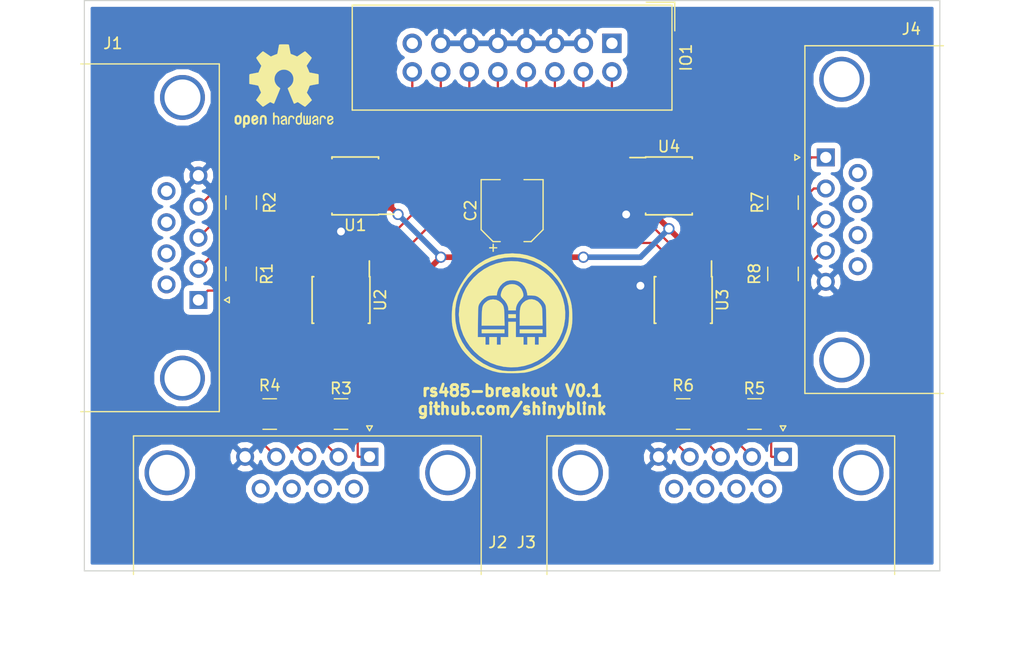
<source format=kicad_pcb>
(kicad_pcb (version 20171130) (host pcbnew 5.0.1)

  (general
    (thickness 1.6)
    (drawings 5)
    (tracks 611)
    (zones 0)
    (modules 20)
    (nets 44)
  )

  (page A3)
  (title_block
    (date "15 nov 2012")
  )

  (layers
    (0 F.Cu signal)
    (31 B.Cu signal)
    (32 B.Adhes user)
    (33 F.Adhes user)
    (34 B.Paste user)
    (35 F.Paste user)
    (36 B.SilkS user)
    (37 F.SilkS user)
    (38 B.Mask user)
    (39 F.Mask user)
    (40 Dwgs.User user)
    (41 Cmts.User user)
    (42 Eco1.User user)
    (43 Eco2.User user)
    (44 Edge.Cuts user)
  )

  (setup
    (last_trace_width 0.2)
    (trace_clearance 0.2)
    (zone_clearance 0.508)
    (zone_45_only no)
    (trace_min 0.1524)
    (segment_width 0.1)
    (edge_width 0.1)
    (via_size 0.9)
    (via_drill 0.6)
    (via_min_size 0.8)
    (via_min_drill 0.5)
    (uvia_size 0.5)
    (uvia_drill 0.1)
    (uvias_allowed no)
    (uvia_min_size 0.5)
    (uvia_min_drill 0.1)
    (pcb_text_width 0.3)
    (pcb_text_size 1 1)
    (mod_edge_width 0.15)
    (mod_text_size 1 1)
    (mod_text_width 0.15)
    (pad_size 2.5 2.5)
    (pad_drill 2.5)
    (pad_to_mask_clearance 0)
    (solder_mask_min_width 0.25)
    (aux_axis_origin 200 150)
    (grid_origin 200 150)
    (visible_elements 7FFFFFFF)
    (pcbplotparams
      (layerselection 0x00030_80000001)
      (usegerberextensions true)
      (usegerberattributes false)
      (usegerberadvancedattributes false)
      (creategerberjobfile false)
      (excludeedgelayer true)
      (linewidth 0.150000)
      (plotframeref false)
      (viasonmask false)
      (mode 1)
      (useauxorigin false)
      (hpglpennumber 1)
      (hpglpenspeed 20)
      (hpglpendiameter 15.000000)
      (psnegative false)
      (psa4output false)
      (plotreference true)
      (plotvalue true)
      (plotinvisibletext false)
      (padsonsilk false)
      (subtractmaskfromsilk false)
      (outputformat 1)
      (mirror false)
      (drillshape 1)
      (scaleselection 1)
      (outputdirectory ""))
  )

  (net 0 "")
  (net 1 +3V3)
  (net 2 GND)
  (net 3 "Net-(J1-Pad6)")
  (net 4 "Net-(J1-Pad7)")
  (net 5 "Net-(J1-Pad8)")
  (net 6 "Net-(J1-Pad9)")
  (net 7 "Net-(J2-Pad9)")
  (net 8 "Net-(J2-Pad8)")
  (net 9 "Net-(J2-Pad7)")
  (net 10 "Net-(J2-Pad6)")
  (net 11 "Net-(J3-Pad6)")
  (net 12 "Net-(J3-Pad7)")
  (net 13 "Net-(J3-Pad8)")
  (net 14 "Net-(J3-Pad9)")
  (net 15 "Net-(J4-Pad9)")
  (net 16 "Net-(J4-Pad8)")
  (net 17 "Net-(J4-Pad7)")
  (net 18 "Net-(J4-Pad6)")
  (net 19 /TX_2)
  (net 20 /RX_2)
  (net 21 /RX_1)
  (net 22 /TX_1)
  (net 23 /RX_3)
  (net 24 /TX_3)
  (net 25 /TX_4)
  (net 26 /RX_4)
  (net 27 /TX_4-)
  (net 28 /TX_4+)
  (net 29 /TX_1+)
  (net 30 /TX_1-)
  (net 31 /RX_1+)
  (net 32 /RX_1-)
  (net 33 /TX_2+)
  (net 34 /TX_2-)
  (net 35 /RX_2+)
  (net 36 /RX_2-)
  (net 37 /TX_3+)
  (net 38 /TX_3-)
  (net 39 /RX_3+)
  (net 40 /RX_3-)
  (net 41 /RX_4-)
  (net 42 /RX_4+)
  (net 43 "Net-(IO1-Pad15)")

  (net_class Default "This is the default net class."
    (clearance 0.2)
    (trace_width 0.2)
    (via_dia 0.9)
    (via_drill 0.6)
    (uvia_dia 0.5)
    (uvia_drill 0.1)
    (diff_pair_gap 0.3)
    (diff_pair_width 0.2)
    (add_net /RX_1)
    (add_net /RX_1+)
    (add_net /RX_1-)
    (add_net /RX_2)
    (add_net /RX_2+)
    (add_net /RX_2-)
    (add_net /RX_3)
    (add_net /RX_3+)
    (add_net /RX_3-)
    (add_net /RX_4)
    (add_net /RX_4+)
    (add_net /RX_4-)
    (add_net /TX_1)
    (add_net /TX_1+)
    (add_net /TX_1-)
    (add_net /TX_2)
    (add_net /TX_2+)
    (add_net /TX_2-)
    (add_net /TX_3)
    (add_net /TX_3+)
    (add_net /TX_3-)
    (add_net /TX_4)
    (add_net /TX_4+)
    (add_net /TX_4-)
    (add_net "Net-(IO1-Pad15)")
    (add_net "Net-(J1-Pad6)")
    (add_net "Net-(J1-Pad7)")
    (add_net "Net-(J1-Pad8)")
    (add_net "Net-(J1-Pad9)")
    (add_net "Net-(J2-Pad6)")
    (add_net "Net-(J2-Pad7)")
    (add_net "Net-(J2-Pad8)")
    (add_net "Net-(J2-Pad9)")
    (add_net "Net-(J3-Pad6)")
    (add_net "Net-(J3-Pad7)")
    (add_net "Net-(J3-Pad8)")
    (add_net "Net-(J3-Pad9)")
    (add_net "Net-(J4-Pad6)")
    (add_net "Net-(J4-Pad7)")
    (add_net "Net-(J4-Pad8)")
    (add_net "Net-(J4-Pad9)")
  )

  (net_class Power ""
    (clearance 0.2)
    (trace_width 0.5)
    (via_dia 1)
    (via_drill 0.7)
    (uvia_dia 0.5)
    (uvia_drill 0.1)
    (diff_pair_gap 0.3)
    (diff_pair_width 0.2)
    (add_net +3V3)
    (add_net GND)
  )

  (module Connector_Dsub:DSUB-9_Female_Horizontal_P2.77x2.84mm_EdgePinOffset7.70mm_Housed_MountingHolesOffset9.12mm (layer F.Cu) (tedit 59FEDEE2) (tstamp 5C1DC61B)
    (at 210.16 125.87 270)
    (descr "9-pin D-Sub connector, horizontal/angled (90 deg), THT-mount, female, pitch 2.77x2.84mm, pin-PCB-offset 7.699999999999999mm, distance of mounting holes 25mm, distance of mounting holes to PCB edge 9.12mm, see https://disti-assets.s3.amazonaws.com/tonar/files/datasheets/16730.pdf")
    (tags "9-pin D-Sub connector horizontal angled 90deg THT female pitch 2.77x2.84mm pin-PCB-offset 7.699999999999999mm mounting-holes-distance 25mm mounting-hole-offset 25mm")
    (path /5C0CA4FC)
    (fp_text reference J1 (at -22.86 7.62) (layer F.SilkS)
      (effects (font (size 1 1) (thickness 0.15)))
    )
    (fp_text value DB9_Female (at -5.54 18.61 270) (layer F.Fab)
      (effects (font (size 1 1) (thickness 0.15)))
    )
    (fp_text user %R (at -5.54 14.025 270) (layer F.Fab)
      (effects (font (size 1 1) (thickness 0.15)))
    )
    (fp_line (start 10.4 -2.35) (end -21.5 -2.35) (layer F.CrtYd) (width 0.05))
    (fp_line (start 10.4 17.65) (end 10.4 -2.35) (layer F.CrtYd) (width 0.05))
    (fp_line (start -21.5 17.65) (end 10.4 17.65) (layer F.CrtYd) (width 0.05))
    (fp_line (start -21.5 -2.35) (end -21.5 17.65) (layer F.CrtYd) (width 0.05))
    (fp_line (start 0 -2.321325) (end -0.25 -2.754338) (layer F.SilkS) (width 0.12))
    (fp_line (start 0.25 -2.754338) (end 0 -2.321325) (layer F.SilkS) (width 0.12))
    (fp_line (start -0.25 -2.754338) (end 0.25 -2.754338) (layer F.SilkS) (width 0.12))
    (fp_line (start 9.945 -1.86) (end 9.945 10.48) (layer F.SilkS) (width 0.12))
    (fp_line (start -21.025 -1.86) (end 9.945 -1.86) (layer F.SilkS) (width 0.12))
    (fp_line (start -21.025 10.48) (end -21.025 -1.86) (layer F.SilkS) (width 0.12))
    (fp_line (start 8.56 10.54) (end 8.56 1.42) (layer F.Fab) (width 0.1))
    (fp_line (start 5.36 10.54) (end 5.36 1.42) (layer F.Fab) (width 0.1))
    (fp_line (start -16.44 10.54) (end -16.44 1.42) (layer F.Fab) (width 0.1))
    (fp_line (start -19.64 10.54) (end -19.64 1.42) (layer F.Fab) (width 0.1))
    (fp_line (start 9.46 10.94) (end 4.46 10.94) (layer F.Fab) (width 0.1))
    (fp_line (start 9.46 15.94) (end 9.46 10.94) (layer F.Fab) (width 0.1))
    (fp_line (start 4.46 15.94) (end 9.46 15.94) (layer F.Fab) (width 0.1))
    (fp_line (start 4.46 10.94) (end 4.46 15.94) (layer F.Fab) (width 0.1))
    (fp_line (start -15.54 10.94) (end -20.54 10.94) (layer F.Fab) (width 0.1))
    (fp_line (start -15.54 15.94) (end -15.54 10.94) (layer F.Fab) (width 0.1))
    (fp_line (start -20.54 15.94) (end -15.54 15.94) (layer F.Fab) (width 0.1))
    (fp_line (start -20.54 10.94) (end -20.54 15.94) (layer F.Fab) (width 0.1))
    (fp_line (start 2.61 10.94) (end -13.69 10.94) (layer F.Fab) (width 0.1))
    (fp_line (start 2.61 17.11) (end 2.61 10.94) (layer F.Fab) (width 0.1))
    (fp_line (start -13.69 17.11) (end 2.61 17.11) (layer F.Fab) (width 0.1))
    (fp_line (start -13.69 10.94) (end -13.69 17.11) (layer F.Fab) (width 0.1))
    (fp_line (start 9.885 10.54) (end -20.965 10.54) (layer F.Fab) (width 0.1))
    (fp_line (start 9.885 10.94) (end 9.885 10.54) (layer F.Fab) (width 0.1))
    (fp_line (start -20.965 10.94) (end 9.885 10.94) (layer F.Fab) (width 0.1))
    (fp_line (start -20.965 10.54) (end -20.965 10.94) (layer F.Fab) (width 0.1))
    (fp_line (start 9.885 -1.8) (end -20.965 -1.8) (layer F.Fab) (width 0.1))
    (fp_line (start 9.885 10.54) (end 9.885 -1.8) (layer F.Fab) (width 0.1))
    (fp_line (start -20.965 10.54) (end 9.885 10.54) (layer F.Fab) (width 0.1))
    (fp_line (start -20.965 -1.8) (end -20.965 10.54) (layer F.Fab) (width 0.1))
    (fp_arc (start 6.96 1.42) (end 5.36 1.42) (angle 180) (layer F.Fab) (width 0.1))
    (fp_arc (start -18.04 1.42) (end -19.64 1.42) (angle 180) (layer F.Fab) (width 0.1))
    (pad 0 thru_hole circle (at 6.96 1.42 270) (size 4 4) (drill 3.2) (layers *.Cu *.Mask))
    (pad 0 thru_hole circle (at -18.04 1.42 270) (size 4 4) (drill 3.2) (layers *.Cu *.Mask))
    (pad 9 thru_hole circle (at -9.695 2.84 270) (size 1.6 1.6) (drill 1) (layers *.Cu *.Mask)
      (net 6 "Net-(J1-Pad9)"))
    (pad 8 thru_hole circle (at -6.925 2.84 270) (size 1.6 1.6) (drill 1) (layers *.Cu *.Mask)
      (net 5 "Net-(J1-Pad8)"))
    (pad 7 thru_hole circle (at -4.155 2.84 270) (size 1.6 1.6) (drill 1) (layers *.Cu *.Mask)
      (net 4 "Net-(J1-Pad7)"))
    (pad 6 thru_hole circle (at -1.385 2.84 270) (size 1.6 1.6) (drill 1) (layers *.Cu *.Mask)
      (net 3 "Net-(J1-Pad6)"))
    (pad 5 thru_hole circle (at -11.08 0 270) (size 1.6 1.6) (drill 1) (layers *.Cu *.Mask)
      (net 2 GND))
    (pad 4 thru_hole circle (at -8.31 0 270) (size 1.6 1.6) (drill 1) (layers *.Cu *.Mask)
      (net 32 /RX_1-))
    (pad 3 thru_hole circle (at -5.54 0 270) (size 1.6 1.6) (drill 1) (layers *.Cu *.Mask)
      (net 31 /RX_1+))
    (pad 2 thru_hole circle (at -2.77 0 270) (size 1.6 1.6) (drill 1) (layers *.Cu *.Mask)
      (net 30 /TX_1-))
    (pad 1 thru_hole rect (at 0 0 270) (size 1.6 1.6) (drill 1) (layers *.Cu *.Mask)
      (net 29 /TX_1+))
    (model ${KISYS3DMOD}/Connector_Dsub.3dshapes/DSUB-9_Female_Horizontal_P2.77x2.84mm_EdgePinOffset7.70mm_Housed_MountingHolesOffset9.12mm.wrl
      (at (xyz 0 0 0))
      (scale (xyz 1 1 1))
      (rotate (xyz 0 0 0))
    )
  )

  (module Capacitor_SMD:CP_Elec_5x5.4 (layer F.Cu) (tedit 5A841F9D) (tstamp 5C1DC643)
    (at 238.1 117.91 90)
    (descr "SMT capacitor, aluminium electrolytic, 5x5.4, Nichicon ")
    (tags "Capacitor Electrolytic")
    (path /5C2DA94F)
    (attr smd)
    (fp_text reference C2 (at 0 -3.7 90) (layer F.SilkS)
      (effects (font (size 1 1) (thickness 0.15)))
    )
    (fp_text value 100uf (at 0 3.7 90) (layer F.Fab)
      (effects (font (size 1 1) (thickness 0.15)))
    )
    (fp_circle (center 0 0) (end 2.5 0) (layer F.Fab) (width 0.1))
    (fp_line (start 2.65 -2.65) (end 2.65 2.65) (layer F.Fab) (width 0.1))
    (fp_line (start -1.65 -2.65) (end 2.65 -2.65) (layer F.Fab) (width 0.1))
    (fp_line (start -1.65 2.65) (end 2.65 2.65) (layer F.Fab) (width 0.1))
    (fp_line (start -2.65 -1.65) (end -2.65 1.65) (layer F.Fab) (width 0.1))
    (fp_line (start -2.65 -1.65) (end -1.65 -2.65) (layer F.Fab) (width 0.1))
    (fp_line (start -2.65 1.65) (end -1.65 2.65) (layer F.Fab) (width 0.1))
    (fp_line (start -2.033956 -1.2) (end -1.533956 -1.2) (layer F.Fab) (width 0.1))
    (fp_line (start -1.783956 -1.45) (end -1.783956 -0.95) (layer F.Fab) (width 0.1))
    (fp_line (start 2.76 2.76) (end 2.76 1.06) (layer F.SilkS) (width 0.12))
    (fp_line (start 2.76 -2.76) (end 2.76 -1.06) (layer F.SilkS) (width 0.12))
    (fp_line (start -1.695563 -2.76) (end 2.76 -2.76) (layer F.SilkS) (width 0.12))
    (fp_line (start -1.695563 2.76) (end 2.76 2.76) (layer F.SilkS) (width 0.12))
    (fp_line (start -2.76 1.695563) (end -2.76 1.06) (layer F.SilkS) (width 0.12))
    (fp_line (start -2.76 -1.695563) (end -2.76 -1.06) (layer F.SilkS) (width 0.12))
    (fp_line (start -2.76 -1.695563) (end -1.695563 -2.76) (layer F.SilkS) (width 0.12))
    (fp_line (start -2.76 1.695563) (end -1.695563 2.76) (layer F.SilkS) (width 0.12))
    (fp_line (start -3.625 -1.685) (end -3 -1.685) (layer F.SilkS) (width 0.12))
    (fp_line (start -3.3125 -1.9975) (end -3.3125 -1.3725) (layer F.SilkS) (width 0.12))
    (fp_line (start 2.9 -2.9) (end 2.9 -1.05) (layer F.CrtYd) (width 0.05))
    (fp_line (start 2.9 -1.05) (end 3.95 -1.05) (layer F.CrtYd) (width 0.05))
    (fp_line (start 3.95 -1.05) (end 3.95 1.05) (layer F.CrtYd) (width 0.05))
    (fp_line (start 3.95 1.05) (end 2.9 1.05) (layer F.CrtYd) (width 0.05))
    (fp_line (start 2.9 1.05) (end 2.9 2.9) (layer F.CrtYd) (width 0.05))
    (fp_line (start -1.75 2.9) (end 2.9 2.9) (layer F.CrtYd) (width 0.05))
    (fp_line (start -1.75 -2.9) (end 2.9 -2.9) (layer F.CrtYd) (width 0.05))
    (fp_line (start -2.9 1.75) (end -1.75 2.9) (layer F.CrtYd) (width 0.05))
    (fp_line (start -2.9 -1.75) (end -1.75 -2.9) (layer F.CrtYd) (width 0.05))
    (fp_line (start -2.9 -1.75) (end -2.9 -1.05) (layer F.CrtYd) (width 0.05))
    (fp_line (start -2.9 1.05) (end -2.9 1.75) (layer F.CrtYd) (width 0.05))
    (fp_line (start -2.9 -1.05) (end -3.95 -1.05) (layer F.CrtYd) (width 0.05))
    (fp_line (start -3.95 -1.05) (end -3.95 1.05) (layer F.CrtYd) (width 0.05))
    (fp_line (start -3.95 1.05) (end -2.9 1.05) (layer F.CrtYd) (width 0.05))
    (fp_text user %R (at 0 0 90) (layer F.Fab)
      (effects (font (size 1 1) (thickness 0.15)))
    )
    (pad 1 smd rect (at -2.2 0 90) (size 3 1.6) (layers F.Cu F.Paste F.Mask)
      (net 1 +3V3))
    (pad 2 smd rect (at 2.2 0 90) (size 3 1.6) (layers F.Cu F.Paste F.Mask)
      (net 2 GND))
    (model ${KISYS3DMOD}/Capacitor_SMD.3dshapes/CP_Elec_5x5.4.wrl
      (at (xyz 0 0 0))
      (scale (xyz 1 1 1))
      (rotate (xyz 0 0 0))
    )
  )

  (module Connector_Dsub:DSUB-9_Female_Horizontal_P2.77x2.84mm_EdgePinOffset7.70mm_Housed_MountingHolesOffset9.12mm (layer F.Cu) (tedit 59FEDEE2) (tstamp 5C1DC5E7)
    (at 225.4 139.84)
    (descr "9-pin D-Sub connector, horizontal/angled (90 deg), THT-mount, female, pitch 2.77x2.84mm, pin-PCB-offset 7.699999999999999mm, distance of mounting holes 25mm, distance of mounting holes to PCB edge 9.12mm, see https://disti-assets.s3.amazonaws.com/tonar/files/datasheets/16730.pdf")
    (tags "9-pin D-Sub connector horizontal angled 90deg THT female pitch 2.77x2.84mm pin-PCB-offset 7.699999999999999mm mounting-holes-distance 25mm mounting-hole-offset 25mm")
    (path /5C242947)
    (fp_text reference J2 (at 11.43 7.62) (layer F.SilkS)
      (effects (font (size 1 1) (thickness 0.15)))
    )
    (fp_text value DB9_Female (at -5.54 18.61) (layer F.Fab)
      (effects (font (size 1 1) (thickness 0.15)))
    )
    (fp_arc (start -18.04 1.42) (end -19.64 1.42) (angle 180) (layer F.Fab) (width 0.1))
    (fp_arc (start 6.96 1.42) (end 5.36 1.42) (angle 180) (layer F.Fab) (width 0.1))
    (fp_line (start -20.965 -1.8) (end -20.965 10.54) (layer F.Fab) (width 0.1))
    (fp_line (start -20.965 10.54) (end 9.885 10.54) (layer F.Fab) (width 0.1))
    (fp_line (start 9.885 10.54) (end 9.885 -1.8) (layer F.Fab) (width 0.1))
    (fp_line (start 9.885 -1.8) (end -20.965 -1.8) (layer F.Fab) (width 0.1))
    (fp_line (start -20.965 10.54) (end -20.965 10.94) (layer F.Fab) (width 0.1))
    (fp_line (start -20.965 10.94) (end 9.885 10.94) (layer F.Fab) (width 0.1))
    (fp_line (start 9.885 10.94) (end 9.885 10.54) (layer F.Fab) (width 0.1))
    (fp_line (start 9.885 10.54) (end -20.965 10.54) (layer F.Fab) (width 0.1))
    (fp_line (start -13.69 10.94) (end -13.69 17.11) (layer F.Fab) (width 0.1))
    (fp_line (start -13.69 17.11) (end 2.61 17.11) (layer F.Fab) (width 0.1))
    (fp_line (start 2.61 17.11) (end 2.61 10.94) (layer F.Fab) (width 0.1))
    (fp_line (start 2.61 10.94) (end -13.69 10.94) (layer F.Fab) (width 0.1))
    (fp_line (start -20.54 10.94) (end -20.54 15.94) (layer F.Fab) (width 0.1))
    (fp_line (start -20.54 15.94) (end -15.54 15.94) (layer F.Fab) (width 0.1))
    (fp_line (start -15.54 15.94) (end -15.54 10.94) (layer F.Fab) (width 0.1))
    (fp_line (start -15.54 10.94) (end -20.54 10.94) (layer F.Fab) (width 0.1))
    (fp_line (start 4.46 10.94) (end 4.46 15.94) (layer F.Fab) (width 0.1))
    (fp_line (start 4.46 15.94) (end 9.46 15.94) (layer F.Fab) (width 0.1))
    (fp_line (start 9.46 15.94) (end 9.46 10.94) (layer F.Fab) (width 0.1))
    (fp_line (start 9.46 10.94) (end 4.46 10.94) (layer F.Fab) (width 0.1))
    (fp_line (start -19.64 10.54) (end -19.64 1.42) (layer F.Fab) (width 0.1))
    (fp_line (start -16.44 10.54) (end -16.44 1.42) (layer F.Fab) (width 0.1))
    (fp_line (start 5.36 10.54) (end 5.36 1.42) (layer F.Fab) (width 0.1))
    (fp_line (start 8.56 10.54) (end 8.56 1.42) (layer F.Fab) (width 0.1))
    (fp_line (start -21.025 10.48) (end -21.025 -1.86) (layer F.SilkS) (width 0.12))
    (fp_line (start -21.025 -1.86) (end 9.945 -1.86) (layer F.SilkS) (width 0.12))
    (fp_line (start 9.945 -1.86) (end 9.945 10.48) (layer F.SilkS) (width 0.12))
    (fp_line (start -0.25 -2.754338) (end 0.25 -2.754338) (layer F.SilkS) (width 0.12))
    (fp_line (start 0.25 -2.754338) (end 0 -2.321325) (layer F.SilkS) (width 0.12))
    (fp_line (start 0 -2.321325) (end -0.25 -2.754338) (layer F.SilkS) (width 0.12))
    (fp_line (start -21.5 -2.35) (end -21.5 17.65) (layer F.CrtYd) (width 0.05))
    (fp_line (start -21.5 17.65) (end 10.4 17.65) (layer F.CrtYd) (width 0.05))
    (fp_line (start 10.4 17.65) (end 10.4 -2.35) (layer F.CrtYd) (width 0.05))
    (fp_line (start 10.4 -2.35) (end -21.5 -2.35) (layer F.CrtYd) (width 0.05))
    (fp_text user %R (at -5.54 14.025) (layer F.Fab)
      (effects (font (size 1 1) (thickness 0.15)))
    )
    (pad 1 thru_hole rect (at 0 0) (size 1.6 1.6) (drill 1) (layers *.Cu *.Mask)
      (net 33 /TX_2+))
    (pad 2 thru_hole circle (at -2.77 0) (size 1.6 1.6) (drill 1) (layers *.Cu *.Mask)
      (net 34 /TX_2-))
    (pad 3 thru_hole circle (at -5.54 0) (size 1.6 1.6) (drill 1) (layers *.Cu *.Mask)
      (net 35 /RX_2+))
    (pad 4 thru_hole circle (at -8.31 0) (size 1.6 1.6) (drill 1) (layers *.Cu *.Mask)
      (net 36 /RX_2-))
    (pad 5 thru_hole circle (at -11.08 0) (size 1.6 1.6) (drill 1) (layers *.Cu *.Mask)
      (net 2 GND))
    (pad 6 thru_hole circle (at -1.385 2.84) (size 1.6 1.6) (drill 1) (layers *.Cu *.Mask)
      (net 10 "Net-(J2-Pad6)"))
    (pad 7 thru_hole circle (at -4.155 2.84) (size 1.6 1.6) (drill 1) (layers *.Cu *.Mask)
      (net 9 "Net-(J2-Pad7)"))
    (pad 8 thru_hole circle (at -6.925 2.84) (size 1.6 1.6) (drill 1) (layers *.Cu *.Mask)
      (net 8 "Net-(J2-Pad8)"))
    (pad 9 thru_hole circle (at -9.695 2.84) (size 1.6 1.6) (drill 1) (layers *.Cu *.Mask)
      (net 7 "Net-(J2-Pad9)"))
    (pad 0 thru_hole circle (at -18.04 1.42) (size 4 4) (drill 3.2) (layers *.Cu *.Mask))
    (pad 0 thru_hole circle (at 6.96 1.42) (size 4 4) (drill 3.2) (layers *.Cu *.Mask))
    (model ${KISYS3DMOD}/Connector_Dsub.3dshapes/DSUB-9_Female_Horizontal_P2.77x2.84mm_EdgePinOffset7.70mm_Housed_MountingHolesOffset9.12mm.wrl
      (at (xyz 0 0 0))
      (scale (xyz 1 1 1))
      (rotate (xyz 0 0 0))
    )
  )

  (module Connector_Dsub:DSUB-9_Female_Horizontal_P2.77x2.84mm_EdgePinOffset7.70mm_Housed_MountingHolesOffset9.12mm (layer F.Cu) (tedit 59FEDEE2) (tstamp 5C1DC5B3)
    (at 262.23 139.84)
    (descr "9-pin D-Sub connector, horizontal/angled (90 deg), THT-mount, female, pitch 2.77x2.84mm, pin-PCB-offset 7.699999999999999mm, distance of mounting holes 25mm, distance of mounting holes to PCB edge 9.12mm, see https://disti-assets.s3.amazonaws.com/tonar/files/datasheets/16730.pdf")
    (tags "9-pin D-Sub connector horizontal angled 90deg THT female pitch 2.77x2.84mm pin-PCB-offset 7.699999999999999mm mounting-holes-distance 25mm mounting-hole-offset 25mm")
    (path /5C2438D1)
    (fp_text reference J3 (at -22.86 7.62) (layer F.SilkS)
      (effects (font (size 1 1) (thickness 0.15)))
    )
    (fp_text value DB9_Female (at -5.54 18.61) (layer F.Fab)
      (effects (font (size 1 1) (thickness 0.15)))
    )
    (fp_text user %R (at -5.54 14.025) (layer F.Fab)
      (effects (font (size 1 1) (thickness 0.15)))
    )
    (fp_line (start 10.4 -2.35) (end -21.5 -2.35) (layer F.CrtYd) (width 0.05))
    (fp_line (start 10.4 17.65) (end 10.4 -2.35) (layer F.CrtYd) (width 0.05))
    (fp_line (start -21.5 17.65) (end 10.4 17.65) (layer F.CrtYd) (width 0.05))
    (fp_line (start -21.5 -2.35) (end -21.5 17.65) (layer F.CrtYd) (width 0.05))
    (fp_line (start 0 -2.321325) (end -0.25 -2.754338) (layer F.SilkS) (width 0.12))
    (fp_line (start 0.25 -2.754338) (end 0 -2.321325) (layer F.SilkS) (width 0.12))
    (fp_line (start -0.25 -2.754338) (end 0.25 -2.754338) (layer F.SilkS) (width 0.12))
    (fp_line (start 9.945 -1.86) (end 9.945 10.48) (layer F.SilkS) (width 0.12))
    (fp_line (start -21.025 -1.86) (end 9.945 -1.86) (layer F.SilkS) (width 0.12))
    (fp_line (start -21.025 10.48) (end -21.025 -1.86) (layer F.SilkS) (width 0.12))
    (fp_line (start 8.56 10.54) (end 8.56 1.42) (layer F.Fab) (width 0.1))
    (fp_line (start 5.36 10.54) (end 5.36 1.42) (layer F.Fab) (width 0.1))
    (fp_line (start -16.44 10.54) (end -16.44 1.42) (layer F.Fab) (width 0.1))
    (fp_line (start -19.64 10.54) (end -19.64 1.42) (layer F.Fab) (width 0.1))
    (fp_line (start 9.46 10.94) (end 4.46 10.94) (layer F.Fab) (width 0.1))
    (fp_line (start 9.46 15.94) (end 9.46 10.94) (layer F.Fab) (width 0.1))
    (fp_line (start 4.46 15.94) (end 9.46 15.94) (layer F.Fab) (width 0.1))
    (fp_line (start 4.46 10.94) (end 4.46 15.94) (layer F.Fab) (width 0.1))
    (fp_line (start -15.54 10.94) (end -20.54 10.94) (layer F.Fab) (width 0.1))
    (fp_line (start -15.54 15.94) (end -15.54 10.94) (layer F.Fab) (width 0.1))
    (fp_line (start -20.54 15.94) (end -15.54 15.94) (layer F.Fab) (width 0.1))
    (fp_line (start -20.54 10.94) (end -20.54 15.94) (layer F.Fab) (width 0.1))
    (fp_line (start 2.61 10.94) (end -13.69 10.94) (layer F.Fab) (width 0.1))
    (fp_line (start 2.61 17.11) (end 2.61 10.94) (layer F.Fab) (width 0.1))
    (fp_line (start -13.69 17.11) (end 2.61 17.11) (layer F.Fab) (width 0.1))
    (fp_line (start -13.69 10.94) (end -13.69 17.11) (layer F.Fab) (width 0.1))
    (fp_line (start 9.885 10.54) (end -20.965 10.54) (layer F.Fab) (width 0.1))
    (fp_line (start 9.885 10.94) (end 9.885 10.54) (layer F.Fab) (width 0.1))
    (fp_line (start -20.965 10.94) (end 9.885 10.94) (layer F.Fab) (width 0.1))
    (fp_line (start -20.965 10.54) (end -20.965 10.94) (layer F.Fab) (width 0.1))
    (fp_line (start 9.885 -1.8) (end -20.965 -1.8) (layer F.Fab) (width 0.1))
    (fp_line (start 9.885 10.54) (end 9.885 -1.8) (layer F.Fab) (width 0.1))
    (fp_line (start -20.965 10.54) (end 9.885 10.54) (layer F.Fab) (width 0.1))
    (fp_line (start -20.965 -1.8) (end -20.965 10.54) (layer F.Fab) (width 0.1))
    (fp_arc (start 6.96 1.42) (end 5.36 1.42) (angle 180) (layer F.Fab) (width 0.1))
    (fp_arc (start -18.04 1.42) (end -19.64 1.42) (angle 180) (layer F.Fab) (width 0.1))
    (pad 0 thru_hole circle (at 6.96 1.42) (size 4 4) (drill 3.2) (layers *.Cu *.Mask))
    (pad 0 thru_hole circle (at -18.04 1.42) (size 4 4) (drill 3.2) (layers *.Cu *.Mask))
    (pad 9 thru_hole circle (at -9.695 2.84) (size 1.6 1.6) (drill 1) (layers *.Cu *.Mask)
      (net 14 "Net-(J3-Pad9)"))
    (pad 8 thru_hole circle (at -6.925 2.84) (size 1.6 1.6) (drill 1) (layers *.Cu *.Mask)
      (net 13 "Net-(J3-Pad8)"))
    (pad 7 thru_hole circle (at -4.155 2.84) (size 1.6 1.6) (drill 1) (layers *.Cu *.Mask)
      (net 12 "Net-(J3-Pad7)"))
    (pad 6 thru_hole circle (at -1.385 2.84) (size 1.6 1.6) (drill 1) (layers *.Cu *.Mask)
      (net 11 "Net-(J3-Pad6)"))
    (pad 5 thru_hole circle (at -11.08 0) (size 1.6 1.6) (drill 1) (layers *.Cu *.Mask)
      (net 2 GND))
    (pad 4 thru_hole circle (at -8.31 0) (size 1.6 1.6) (drill 1) (layers *.Cu *.Mask)
      (net 40 /RX_3-))
    (pad 3 thru_hole circle (at -5.54 0) (size 1.6 1.6) (drill 1) (layers *.Cu *.Mask)
      (net 39 /RX_3+))
    (pad 2 thru_hole circle (at -2.77 0) (size 1.6 1.6) (drill 1) (layers *.Cu *.Mask)
      (net 38 /TX_3-))
    (pad 1 thru_hole rect (at 0 0) (size 1.6 1.6) (drill 1) (layers *.Cu *.Mask)
      (net 37 /TX_3+))
    (model ${KISYS3DMOD}/Connector_Dsub.3dshapes/DSUB-9_Female_Horizontal_P2.77x2.84mm_EdgePinOffset7.70mm_Housed_MountingHolesOffset9.12mm.wrl
      (at (xyz 0 0 0))
      (scale (xyz 1 1 1))
      (rotate (xyz 0 0 0))
    )
  )

  (module Connector_Dsub:DSUB-9_Female_Horizontal_P2.77x2.84mm_EdgePinOffset7.70mm_Housed_MountingHolesOffset9.12mm (layer F.Cu) (tedit 59FEDEE2) (tstamp 5C1DC57F)
    (at 266.04 113.17 90)
    (descr "9-pin D-Sub connector, horizontal/angled (90 deg), THT-mount, female, pitch 2.77x2.84mm, pin-PCB-offset 7.699999999999999mm, distance of mounting holes 25mm, distance of mounting holes to PCB edge 9.12mm, see https://disti-assets.s3.amazonaws.com/tonar/files/datasheets/16730.pdf")
    (tags "9-pin D-Sub connector horizontal angled 90deg THT female pitch 2.77x2.84mm pin-PCB-offset 7.699999999999999mm mounting-holes-distance 25mm mounting-hole-offset 25mm")
    (path /5C245952)
    (fp_text reference J4 (at 11.43 7.62 180) (layer F.SilkS)
      (effects (font (size 1 1) (thickness 0.15)))
    )
    (fp_text value DB9_Female (at -5.54 18.61 90) (layer F.Fab)
      (effects (font (size 1 1) (thickness 0.15)))
    )
    (fp_arc (start -18.04 1.42) (end -19.64 1.42) (angle 180) (layer F.Fab) (width 0.1))
    (fp_arc (start 6.96 1.42) (end 5.36 1.42) (angle 180) (layer F.Fab) (width 0.1))
    (fp_line (start -20.965 -1.8) (end -20.965 10.54) (layer F.Fab) (width 0.1))
    (fp_line (start -20.965 10.54) (end 9.885 10.54) (layer F.Fab) (width 0.1))
    (fp_line (start 9.885 10.54) (end 9.885 -1.8) (layer F.Fab) (width 0.1))
    (fp_line (start 9.885 -1.8) (end -20.965 -1.8) (layer F.Fab) (width 0.1))
    (fp_line (start -20.965 10.54) (end -20.965 10.94) (layer F.Fab) (width 0.1))
    (fp_line (start -20.965 10.94) (end 9.885 10.94) (layer F.Fab) (width 0.1))
    (fp_line (start 9.885 10.94) (end 9.885 10.54) (layer F.Fab) (width 0.1))
    (fp_line (start 9.885 10.54) (end -20.965 10.54) (layer F.Fab) (width 0.1))
    (fp_line (start -13.69 10.94) (end -13.69 17.11) (layer F.Fab) (width 0.1))
    (fp_line (start -13.69 17.11) (end 2.61 17.11) (layer F.Fab) (width 0.1))
    (fp_line (start 2.61 17.11) (end 2.61 10.94) (layer F.Fab) (width 0.1))
    (fp_line (start 2.61 10.94) (end -13.69 10.94) (layer F.Fab) (width 0.1))
    (fp_line (start -20.54 10.94) (end -20.54 15.94) (layer F.Fab) (width 0.1))
    (fp_line (start -20.54 15.94) (end -15.54 15.94) (layer F.Fab) (width 0.1))
    (fp_line (start -15.54 15.94) (end -15.54 10.94) (layer F.Fab) (width 0.1))
    (fp_line (start -15.54 10.94) (end -20.54 10.94) (layer F.Fab) (width 0.1))
    (fp_line (start 4.46 10.94) (end 4.46 15.94) (layer F.Fab) (width 0.1))
    (fp_line (start 4.46 15.94) (end 9.46 15.94) (layer F.Fab) (width 0.1))
    (fp_line (start 9.46 15.94) (end 9.46 10.94) (layer F.Fab) (width 0.1))
    (fp_line (start 9.46 10.94) (end 4.46 10.94) (layer F.Fab) (width 0.1))
    (fp_line (start -19.64 10.54) (end -19.64 1.42) (layer F.Fab) (width 0.1))
    (fp_line (start -16.44 10.54) (end -16.44 1.42) (layer F.Fab) (width 0.1))
    (fp_line (start 5.36 10.54) (end 5.36 1.42) (layer F.Fab) (width 0.1))
    (fp_line (start 8.56 10.54) (end 8.56 1.42) (layer F.Fab) (width 0.1))
    (fp_line (start -21.025 10.48) (end -21.025 -1.86) (layer F.SilkS) (width 0.12))
    (fp_line (start -21.025 -1.86) (end 9.945 -1.86) (layer F.SilkS) (width 0.12))
    (fp_line (start 9.945 -1.86) (end 9.945 10.48) (layer F.SilkS) (width 0.12))
    (fp_line (start -0.25 -2.754338) (end 0.25 -2.754338) (layer F.SilkS) (width 0.12))
    (fp_line (start 0.25 -2.754338) (end 0 -2.321325) (layer F.SilkS) (width 0.12))
    (fp_line (start 0 -2.321325) (end -0.25 -2.754338) (layer F.SilkS) (width 0.12))
    (fp_line (start -21.5 -2.35) (end -21.5 17.65) (layer F.CrtYd) (width 0.05))
    (fp_line (start -21.5 17.65) (end 10.4 17.65) (layer F.CrtYd) (width 0.05))
    (fp_line (start 10.4 17.65) (end 10.4 -2.35) (layer F.CrtYd) (width 0.05))
    (fp_line (start 10.4 -2.35) (end -21.5 -2.35) (layer F.CrtYd) (width 0.05))
    (fp_text user %R (at -5.54 14.025 90) (layer F.Fab)
      (effects (font (size 1 1) (thickness 0.15)))
    )
    (pad 1 thru_hole rect (at 0 0 90) (size 1.6 1.6) (drill 1) (layers *.Cu *.Mask)
      (net 28 /TX_4+))
    (pad 2 thru_hole circle (at -2.77 0 90) (size 1.6 1.6) (drill 1) (layers *.Cu *.Mask)
      (net 27 /TX_4-))
    (pad 3 thru_hole circle (at -5.54 0 90) (size 1.6 1.6) (drill 1) (layers *.Cu *.Mask)
      (net 42 /RX_4+))
    (pad 4 thru_hole circle (at -8.31 0 90) (size 1.6 1.6) (drill 1) (layers *.Cu *.Mask)
      (net 41 /RX_4-))
    (pad 5 thru_hole circle (at -11.08 0 90) (size 1.6 1.6) (drill 1) (layers *.Cu *.Mask)
      (net 2 GND))
    (pad 6 thru_hole circle (at -1.385 2.84 90) (size 1.6 1.6) (drill 1) (layers *.Cu *.Mask)
      (net 18 "Net-(J4-Pad6)"))
    (pad 7 thru_hole circle (at -4.155 2.84 90) (size 1.6 1.6) (drill 1) (layers *.Cu *.Mask)
      (net 17 "Net-(J4-Pad7)"))
    (pad 8 thru_hole circle (at -6.925 2.84 90) (size 1.6 1.6) (drill 1) (layers *.Cu *.Mask)
      (net 16 "Net-(J4-Pad8)"))
    (pad 9 thru_hole circle (at -9.695 2.84 90) (size 1.6 1.6) (drill 1) (layers *.Cu *.Mask)
      (net 15 "Net-(J4-Pad9)"))
    (pad 0 thru_hole circle (at -18.04 1.42 90) (size 4 4) (drill 3.2) (layers *.Cu *.Mask))
    (pad 0 thru_hole circle (at 6.96 1.42 90) (size 4 4) (drill 3.2) (layers *.Cu *.Mask))
    (model ${KISYS3DMOD}/Connector_Dsub.3dshapes/DSUB-9_Female_Horizontal_P2.77x2.84mm_EdgePinOffset7.70mm_Housed_MountingHolesOffset9.12mm.wrl
      (at (xyz 0 0 0))
      (scale (xyz 1 1 1))
      (rotate (xyz 0 0 0))
    )
  )

  (module Connector_IDC:IDC-Header_2x08_P2.54mm_Vertical (layer F.Cu) (tedit 59DE0341) (tstamp 5C1DC54B)
    (at 246.99 103.01 270)
    (descr "Through hole straight IDC box header, 2x08, 2.54mm pitch, double rows")
    (tags "Through hole IDC box header THT 2x08 2.54mm double row")
    (path /5C249B21)
    (fp_text reference IO1 (at 1.27 -6.604 270) (layer F.SilkS)
      (effects (font (size 1 1) (thickness 0.15)))
    )
    (fp_text value IO8_HEADER (at 1.27 24.384 270) (layer F.Fab)
      (effects (font (size 1 1) (thickness 0.15)))
    )
    (fp_text user %R (at 1.27 8.89 270) (layer F.Fab)
      (effects (font (size 1 1) (thickness 0.15)))
    )
    (fp_line (start 5.695 -5.1) (end 5.695 22.88) (layer F.Fab) (width 0.1))
    (fp_line (start 5.145 -4.56) (end 5.145 22.32) (layer F.Fab) (width 0.1))
    (fp_line (start -3.155 -5.1) (end -3.155 22.88) (layer F.Fab) (width 0.1))
    (fp_line (start -2.605 -4.56) (end -2.605 6.64) (layer F.Fab) (width 0.1))
    (fp_line (start -2.605 11.14) (end -2.605 22.32) (layer F.Fab) (width 0.1))
    (fp_line (start -2.605 6.64) (end -3.155 6.64) (layer F.Fab) (width 0.1))
    (fp_line (start -2.605 11.14) (end -3.155 11.14) (layer F.Fab) (width 0.1))
    (fp_line (start 5.695 -5.1) (end -3.155 -5.1) (layer F.Fab) (width 0.1))
    (fp_line (start 5.145 -4.56) (end -2.605 -4.56) (layer F.Fab) (width 0.1))
    (fp_line (start 5.695 22.88) (end -3.155 22.88) (layer F.Fab) (width 0.1))
    (fp_line (start 5.145 22.32) (end -2.605 22.32) (layer F.Fab) (width 0.1))
    (fp_line (start 5.695 -5.1) (end 5.145 -4.56) (layer F.Fab) (width 0.1))
    (fp_line (start 5.695 22.88) (end 5.145 22.32) (layer F.Fab) (width 0.1))
    (fp_line (start -3.155 -5.1) (end -2.605 -4.56) (layer F.Fab) (width 0.1))
    (fp_line (start -3.155 22.88) (end -2.605 22.32) (layer F.Fab) (width 0.1))
    (fp_line (start 5.95 -5.35) (end 5.95 23.13) (layer F.CrtYd) (width 0.05))
    (fp_line (start 5.95 23.13) (end -3.41 23.13) (layer F.CrtYd) (width 0.05))
    (fp_line (start -3.41 23.13) (end -3.41 -5.35) (layer F.CrtYd) (width 0.05))
    (fp_line (start -3.41 -5.35) (end 5.95 -5.35) (layer F.CrtYd) (width 0.05))
    (fp_line (start 5.945 -5.35) (end 5.945 23.13) (layer F.SilkS) (width 0.12))
    (fp_line (start 5.945 23.13) (end -3.405 23.13) (layer F.SilkS) (width 0.12))
    (fp_line (start -3.405 23.13) (end -3.405 -5.35) (layer F.SilkS) (width 0.12))
    (fp_line (start -3.405 -5.35) (end 5.945 -5.35) (layer F.SilkS) (width 0.12))
    (fp_line (start -3.655 -5.6) (end -3.655 -3.06) (layer F.SilkS) (width 0.12))
    (fp_line (start -3.655 -5.6) (end -1.115 -5.6) (layer F.SilkS) (width 0.12))
    (pad 1 thru_hole rect (at 0 0 270) (size 1.7272 1.7272) (drill 1.016) (layers *.Cu *.Mask)
      (net 1 +3V3))
    (pad 2 thru_hole oval (at 2.54 0 270) (size 1.7272 1.7272) (drill 1.016) (layers *.Cu *.Mask)
      (net 26 /RX_4))
    (pad 3 thru_hole oval (at 0 2.54 270) (size 1.7272 1.7272) (drill 1.016) (layers *.Cu *.Mask)
      (net 2 GND))
    (pad 4 thru_hole oval (at 2.54 2.54 270) (size 1.7272 1.7272) (drill 1.016) (layers *.Cu *.Mask)
      (net 25 /TX_4))
    (pad 5 thru_hole oval (at 0 5.08 270) (size 1.7272 1.7272) (drill 1.016) (layers *.Cu *.Mask)
      (net 2 GND))
    (pad 6 thru_hole oval (at 2.54 5.08 270) (size 1.7272 1.7272) (drill 1.016) (layers *.Cu *.Mask)
      (net 23 /RX_3))
    (pad 7 thru_hole oval (at 0 7.62 270) (size 1.7272 1.7272) (drill 1.016) (layers *.Cu *.Mask)
      (net 2 GND))
    (pad 8 thru_hole oval (at 2.54 7.62 270) (size 1.7272 1.7272) (drill 1.016) (layers *.Cu *.Mask)
      (net 24 /TX_3))
    (pad 9 thru_hole oval (at 0 10.16 270) (size 1.7272 1.7272) (drill 1.016) (layers *.Cu *.Mask)
      (net 2 GND))
    (pad 10 thru_hole oval (at 2.54 10.16 270) (size 1.7272 1.7272) (drill 1.016) (layers *.Cu *.Mask)
      (net 20 /RX_2))
    (pad 11 thru_hole oval (at 0 12.7 270) (size 1.7272 1.7272) (drill 1.016) (layers *.Cu *.Mask)
      (net 2 GND))
    (pad 12 thru_hole oval (at 2.54 12.7 270) (size 1.7272 1.7272) (drill 1.016) (layers *.Cu *.Mask)
      (net 19 /TX_2))
    (pad 13 thru_hole oval (at 0 15.24 270) (size 1.7272 1.7272) (drill 1.016) (layers *.Cu *.Mask)
      (net 2 GND))
    (pad 14 thru_hole oval (at 2.54 15.24 270) (size 1.7272 1.7272) (drill 1.016) (layers *.Cu *.Mask)
      (net 21 /RX_1))
    (pad 15 thru_hole oval (at 0 17.78 270) (size 1.7272 1.7272) (drill 1.016) (layers *.Cu *.Mask)
      (net 43 "Net-(IO1-Pad15)"))
    (pad 16 thru_hole oval (at 2.54 17.78 270) (size 1.7272 1.7272) (drill 1.016) (layers *.Cu *.Mask)
      (net 22 /TX_1))
    (model ${KISYS3DMOD}/Connector_IDC.3dshapes/IDC-Header_2x08_P2.54mm_Vertical.wrl
      (at (xyz 0 0 0))
      (scale (xyz 1 1 1))
      (rotate (xyz 0 0 0))
    )
  )

  (module Package_SO:SOIC-8_3.9x4.9mm_P1.27mm (layer F.Cu) (tedit 5A02F2D3) (tstamp 5C1DC51D)
    (at 252.07 115.71)
    (descr "8-Lead Plastic Small Outline (SN) - Narrow, 3.90 mm Body [SOIC] (see Microchip Packaging Specification 00000049BS.pdf)")
    (tags "SOIC 1.27")
    (path /5C245959)
    (attr smd)
    (fp_text reference U4 (at 0 -3.5) (layer F.SilkS)
      (effects (font (size 1 1) (thickness 0.15)))
    )
    (fp_text value SN65HVD77D (at 0 3.5) (layer F.Fab)
      (effects (font (size 1 1) (thickness 0.15)))
    )
    (fp_line (start -2.075 -2.525) (end -3.475 -2.525) (layer F.SilkS) (width 0.15))
    (fp_line (start -2.075 2.575) (end 2.075 2.575) (layer F.SilkS) (width 0.15))
    (fp_line (start -2.075 -2.575) (end 2.075 -2.575) (layer F.SilkS) (width 0.15))
    (fp_line (start -2.075 2.575) (end -2.075 2.43) (layer F.SilkS) (width 0.15))
    (fp_line (start 2.075 2.575) (end 2.075 2.43) (layer F.SilkS) (width 0.15))
    (fp_line (start 2.075 -2.575) (end 2.075 -2.43) (layer F.SilkS) (width 0.15))
    (fp_line (start -2.075 -2.575) (end -2.075 -2.525) (layer F.SilkS) (width 0.15))
    (fp_line (start -3.73 2.7) (end 3.73 2.7) (layer F.CrtYd) (width 0.05))
    (fp_line (start -3.73 -2.7) (end 3.73 -2.7) (layer F.CrtYd) (width 0.05))
    (fp_line (start 3.73 -2.7) (end 3.73 2.7) (layer F.CrtYd) (width 0.05))
    (fp_line (start -3.73 -2.7) (end -3.73 2.7) (layer F.CrtYd) (width 0.05))
    (fp_line (start -1.95 -1.45) (end -0.95 -2.45) (layer F.Fab) (width 0.1))
    (fp_line (start -1.95 2.45) (end -1.95 -1.45) (layer F.Fab) (width 0.1))
    (fp_line (start 1.95 2.45) (end -1.95 2.45) (layer F.Fab) (width 0.1))
    (fp_line (start 1.95 -2.45) (end 1.95 2.45) (layer F.Fab) (width 0.1))
    (fp_line (start -0.95 -2.45) (end 1.95 -2.45) (layer F.Fab) (width 0.1))
    (fp_text user %R (at 0 0) (layer F.Fab)
      (effects (font (size 1 1) (thickness 0.15)))
    )
    (pad 8 smd rect (at 2.7 -1.905) (size 1.55 0.6) (layers F.Cu F.Paste F.Mask)
      (net 42 /RX_4+))
    (pad 7 smd rect (at 2.7 -0.635) (size 1.55 0.6) (layers F.Cu F.Paste F.Mask)
      (net 41 /RX_4-))
    (pad 6 smd rect (at 2.7 0.635) (size 1.55 0.6) (layers F.Cu F.Paste F.Mask)
      (net 27 /TX_4-))
    (pad 5 smd rect (at 2.7 1.905) (size 1.55 0.6) (layers F.Cu F.Paste F.Mask)
      (net 28 /TX_4+))
    (pad 4 smd rect (at -2.7 1.905) (size 1.55 0.6) (layers F.Cu F.Paste F.Mask)
      (net 2 GND))
    (pad 3 smd rect (at -2.7 0.635) (size 1.55 0.6) (layers F.Cu F.Paste F.Mask)
      (net 25 /TX_4))
    (pad 2 smd rect (at -2.7 -0.635) (size 1.55 0.6) (layers F.Cu F.Paste F.Mask)
      (net 26 /RX_4))
    (pad 1 smd rect (at -2.7 -1.905) (size 1.55 0.6) (layers F.Cu F.Paste F.Mask)
      (net 1 +3V3))
    (model ${KISYS3DMOD}/Package_SO.3dshapes/SOIC-8_3.9x4.9mm_P1.27mm.wrl
      (at (xyz 0 0 0))
      (scale (xyz 1 1 1))
      (rotate (xyz 0 0 0))
    )
  )

  (module Package_SO:SOIC-8_3.9x4.9mm_P1.27mm (layer F.Cu) (tedit 5A02F2D3) (tstamp 5C1DC500)
    (at 222.86 125.87 270)
    (descr "8-Lead Plastic Small Outline (SN) - Narrow, 3.90 mm Body [SOIC] (see Microchip Packaging Specification 00000049BS.pdf)")
    (tags "SOIC 1.27")
    (path /5C24294E)
    (attr smd)
    (fp_text reference U2 (at 0 -3.5 270) (layer F.SilkS)
      (effects (font (size 1 1) (thickness 0.15)))
    )
    (fp_text value SN65HVD77D (at 0 3.5 270) (layer F.Fab)
      (effects (font (size 1 1) (thickness 0.15)))
    )
    (fp_text user %R (at 0 0 270) (layer F.Fab)
      (effects (font (size 1 1) (thickness 0.15)))
    )
    (fp_line (start -0.95 -2.45) (end 1.95 -2.45) (layer F.Fab) (width 0.1))
    (fp_line (start 1.95 -2.45) (end 1.95 2.45) (layer F.Fab) (width 0.1))
    (fp_line (start 1.95 2.45) (end -1.95 2.45) (layer F.Fab) (width 0.1))
    (fp_line (start -1.95 2.45) (end -1.95 -1.45) (layer F.Fab) (width 0.1))
    (fp_line (start -1.95 -1.45) (end -0.95 -2.45) (layer F.Fab) (width 0.1))
    (fp_line (start -3.73 -2.7) (end -3.73 2.7) (layer F.CrtYd) (width 0.05))
    (fp_line (start 3.73 -2.7) (end 3.73 2.7) (layer F.CrtYd) (width 0.05))
    (fp_line (start -3.73 -2.7) (end 3.73 -2.7) (layer F.CrtYd) (width 0.05))
    (fp_line (start -3.73 2.7) (end 3.73 2.7) (layer F.CrtYd) (width 0.05))
    (fp_line (start -2.075 -2.575) (end -2.075 -2.525) (layer F.SilkS) (width 0.15))
    (fp_line (start 2.075 -2.575) (end 2.075 -2.43) (layer F.SilkS) (width 0.15))
    (fp_line (start 2.075 2.575) (end 2.075 2.43) (layer F.SilkS) (width 0.15))
    (fp_line (start -2.075 2.575) (end -2.075 2.43) (layer F.SilkS) (width 0.15))
    (fp_line (start -2.075 -2.575) (end 2.075 -2.575) (layer F.SilkS) (width 0.15))
    (fp_line (start -2.075 2.575) (end 2.075 2.575) (layer F.SilkS) (width 0.15))
    (fp_line (start -2.075 -2.525) (end -3.475 -2.525) (layer F.SilkS) (width 0.15))
    (pad 1 smd rect (at -2.7 -1.905 270) (size 1.55 0.6) (layers F.Cu F.Paste F.Mask)
      (net 1 +3V3))
    (pad 2 smd rect (at -2.7 -0.635 270) (size 1.55 0.6) (layers F.Cu F.Paste F.Mask)
      (net 20 /RX_2))
    (pad 3 smd rect (at -2.7 0.635 270) (size 1.55 0.6) (layers F.Cu F.Paste F.Mask)
      (net 19 /TX_2))
    (pad 4 smd rect (at -2.7 1.905 270) (size 1.55 0.6) (layers F.Cu F.Paste F.Mask)
      (net 2 GND))
    (pad 5 smd rect (at 2.7 1.905 270) (size 1.55 0.6) (layers F.Cu F.Paste F.Mask)
      (net 33 /TX_2+))
    (pad 6 smd rect (at 2.7 0.635 270) (size 1.55 0.6) (layers F.Cu F.Paste F.Mask)
      (net 34 /TX_2-))
    (pad 7 smd rect (at 2.7 -0.635 270) (size 1.55 0.6) (layers F.Cu F.Paste F.Mask)
      (net 36 /RX_2-))
    (pad 8 smd rect (at 2.7 -1.905 270) (size 1.55 0.6) (layers F.Cu F.Paste F.Mask)
      (net 35 /RX_2+))
    (model ${KISYS3DMOD}/Package_SO.3dshapes/SOIC-8_3.9x4.9mm_P1.27mm.wrl
      (at (xyz 0 0 0))
      (scale (xyz 1 1 1))
      (rotate (xyz 0 0 0))
    )
  )

  (module Package_SO:SOIC-8_3.9x4.9mm_P1.27mm (layer F.Cu) (tedit 5A02F2D3) (tstamp 5C1DC4E3)
    (at 224.13 115.71 180)
    (descr "8-Lead Plastic Small Outline (SN) - Narrow, 3.90 mm Body [SOIC] (see Microchip Packaging Specification 00000049BS.pdf)")
    (tags "SOIC 1.27")
    (path /5C0D2DE5)
    (attr smd)
    (fp_text reference U1 (at 0 -3.5 180) (layer F.SilkS)
      (effects (font (size 1 1) (thickness 0.15)))
    )
    (fp_text value SN65HVD77D (at 0 3.5 180) (layer F.Fab)
      (effects (font (size 1 1) (thickness 0.15)))
    )
    (fp_line (start -2.075 -2.525) (end -3.475 -2.525) (layer F.SilkS) (width 0.15))
    (fp_line (start -2.075 2.575) (end 2.075 2.575) (layer F.SilkS) (width 0.15))
    (fp_line (start -2.075 -2.575) (end 2.075 -2.575) (layer F.SilkS) (width 0.15))
    (fp_line (start -2.075 2.575) (end -2.075 2.43) (layer F.SilkS) (width 0.15))
    (fp_line (start 2.075 2.575) (end 2.075 2.43) (layer F.SilkS) (width 0.15))
    (fp_line (start 2.075 -2.575) (end 2.075 -2.43) (layer F.SilkS) (width 0.15))
    (fp_line (start -2.075 -2.575) (end -2.075 -2.525) (layer F.SilkS) (width 0.15))
    (fp_line (start -3.73 2.7) (end 3.73 2.7) (layer F.CrtYd) (width 0.05))
    (fp_line (start -3.73 -2.7) (end 3.73 -2.7) (layer F.CrtYd) (width 0.05))
    (fp_line (start 3.73 -2.7) (end 3.73 2.7) (layer F.CrtYd) (width 0.05))
    (fp_line (start -3.73 -2.7) (end -3.73 2.7) (layer F.CrtYd) (width 0.05))
    (fp_line (start -1.95 -1.45) (end -0.95 -2.45) (layer F.Fab) (width 0.1))
    (fp_line (start -1.95 2.45) (end -1.95 -1.45) (layer F.Fab) (width 0.1))
    (fp_line (start 1.95 2.45) (end -1.95 2.45) (layer F.Fab) (width 0.1))
    (fp_line (start 1.95 -2.45) (end 1.95 2.45) (layer F.Fab) (width 0.1))
    (fp_line (start -0.95 -2.45) (end 1.95 -2.45) (layer F.Fab) (width 0.1))
    (fp_text user %R (at 0 0 180) (layer F.Fab)
      (effects (font (size 1 1) (thickness 0.15)))
    )
    (pad 8 smd rect (at 2.7 -1.905 180) (size 1.55 0.6) (layers F.Cu F.Paste F.Mask)
      (net 31 /RX_1+))
    (pad 7 smd rect (at 2.7 -0.635 180) (size 1.55 0.6) (layers F.Cu F.Paste F.Mask)
      (net 32 /RX_1-))
    (pad 6 smd rect (at 2.7 0.635 180) (size 1.55 0.6) (layers F.Cu F.Paste F.Mask)
      (net 30 /TX_1-))
    (pad 5 smd rect (at 2.7 1.905 180) (size 1.55 0.6) (layers F.Cu F.Paste F.Mask)
      (net 29 /TX_1+))
    (pad 4 smd rect (at -2.7 1.905 180) (size 1.55 0.6) (layers F.Cu F.Paste F.Mask)
      (net 2 GND))
    (pad 3 smd rect (at -2.7 0.635 180) (size 1.55 0.6) (layers F.Cu F.Paste F.Mask)
      (net 22 /TX_1))
    (pad 2 smd rect (at -2.7 -0.635 180) (size 1.55 0.6) (layers F.Cu F.Paste F.Mask)
      (net 21 /RX_1))
    (pad 1 smd rect (at -2.7 -1.905 180) (size 1.55 0.6) (layers F.Cu F.Paste F.Mask)
      (net 1 +3V3))
    (model ${KISYS3DMOD}/Package_SO.3dshapes/SOIC-8_3.9x4.9mm_P1.27mm.wrl
      (at (xyz 0 0 0))
      (scale (xyz 1 1 1))
      (rotate (xyz 0 0 0))
    )
  )

  (module Package_SO:SOIC-8_3.9x4.9mm_P1.27mm (layer F.Cu) (tedit 5A02F2D3) (tstamp 5C1DC4C6)
    (at 253.34 125.87 270)
    (descr "8-Lead Plastic Small Outline (SN) - Narrow, 3.90 mm Body [SOIC] (see Microchip Packaging Specification 00000049BS.pdf)")
    (tags "SOIC 1.27")
    (path /5C2438D8)
    (attr smd)
    (fp_text reference U3 (at 0 -3.5 270) (layer F.SilkS)
      (effects (font (size 1 1) (thickness 0.15)))
    )
    (fp_text value SN65HVD77D (at 0 3.5 270) (layer F.Fab)
      (effects (font (size 1 1) (thickness 0.15)))
    )
    (fp_text user %R (at 0 0 270) (layer F.Fab)
      (effects (font (size 1 1) (thickness 0.15)))
    )
    (fp_line (start -0.95 -2.45) (end 1.95 -2.45) (layer F.Fab) (width 0.1))
    (fp_line (start 1.95 -2.45) (end 1.95 2.45) (layer F.Fab) (width 0.1))
    (fp_line (start 1.95 2.45) (end -1.95 2.45) (layer F.Fab) (width 0.1))
    (fp_line (start -1.95 2.45) (end -1.95 -1.45) (layer F.Fab) (width 0.1))
    (fp_line (start -1.95 -1.45) (end -0.95 -2.45) (layer F.Fab) (width 0.1))
    (fp_line (start -3.73 -2.7) (end -3.73 2.7) (layer F.CrtYd) (width 0.05))
    (fp_line (start 3.73 -2.7) (end 3.73 2.7) (layer F.CrtYd) (width 0.05))
    (fp_line (start -3.73 -2.7) (end 3.73 -2.7) (layer F.CrtYd) (width 0.05))
    (fp_line (start -3.73 2.7) (end 3.73 2.7) (layer F.CrtYd) (width 0.05))
    (fp_line (start -2.075 -2.575) (end -2.075 -2.525) (layer F.SilkS) (width 0.15))
    (fp_line (start 2.075 -2.575) (end 2.075 -2.43) (layer F.SilkS) (width 0.15))
    (fp_line (start 2.075 2.575) (end 2.075 2.43) (layer F.SilkS) (width 0.15))
    (fp_line (start -2.075 2.575) (end -2.075 2.43) (layer F.SilkS) (width 0.15))
    (fp_line (start -2.075 -2.575) (end 2.075 -2.575) (layer F.SilkS) (width 0.15))
    (fp_line (start -2.075 2.575) (end 2.075 2.575) (layer F.SilkS) (width 0.15))
    (fp_line (start -2.075 -2.525) (end -3.475 -2.525) (layer F.SilkS) (width 0.15))
    (pad 1 smd rect (at -2.7 -1.905 270) (size 1.55 0.6) (layers F.Cu F.Paste F.Mask)
      (net 1 +3V3))
    (pad 2 smd rect (at -2.7 -0.635 270) (size 1.55 0.6) (layers F.Cu F.Paste F.Mask)
      (net 23 /RX_3))
    (pad 3 smd rect (at -2.7 0.635 270) (size 1.55 0.6) (layers F.Cu F.Paste F.Mask)
      (net 24 /TX_3))
    (pad 4 smd rect (at -2.7 1.905 270) (size 1.55 0.6) (layers F.Cu F.Paste F.Mask)
      (net 2 GND))
    (pad 5 smd rect (at 2.7 1.905 270) (size 1.55 0.6) (layers F.Cu F.Paste F.Mask)
      (net 37 /TX_3+))
    (pad 6 smd rect (at 2.7 0.635 270) (size 1.55 0.6) (layers F.Cu F.Paste F.Mask)
      (net 38 /TX_3-))
    (pad 7 smd rect (at 2.7 -0.635 270) (size 1.55 0.6) (layers F.Cu F.Paste F.Mask)
      (net 40 /RX_3-))
    (pad 8 smd rect (at 2.7 -1.905 270) (size 1.55 0.6) (layers F.Cu F.Paste F.Mask)
      (net 39 /RX_3+))
    (model ${KISYS3DMOD}/Package_SO.3dshapes/SOIC-8_3.9x4.9mm_P1.27mm.wrl
      (at (xyz 0 0 0))
      (scale (xyz 1 1 1))
      (rotate (xyz 0 0 0))
    )
  )

  (module Resistor_SMD:R_1210_3225Metric_Pad1.42x2.65mm_HandSolder (layer F.Cu) (tedit 5B301BBD) (tstamp 5C1DC4A9)
    (at 262.23 123.5475 270)
    (descr "Resistor SMD 1210 (3225 Metric), square (rectangular) end terminal, IPC_7351 nominal with elongated pad for handsoldering. (Body size source: http://www.tortai-tech.com/upload/download/2011102023233369053.pdf), generated with kicad-footprint-generator")
    (tags "resistor handsolder")
    (path /5C24596F)
    (attr smd)
    (fp_text reference R8 (at 0 2.54 270) (layer F.SilkS)
      (effects (font (size 1 1) (thickness 0.15)))
    )
    (fp_text value 120 (at 0 2.28 270) (layer F.Fab)
      (effects (font (size 1 1) (thickness 0.15)))
    )
    (fp_text user %R (at 0 0 270) (layer F.Fab)
      (effects (font (size 0.8 0.8) (thickness 0.12)))
    )
    (fp_line (start 2.45 1.58) (end -2.45 1.58) (layer F.CrtYd) (width 0.05))
    (fp_line (start 2.45 -1.58) (end 2.45 1.58) (layer F.CrtYd) (width 0.05))
    (fp_line (start -2.45 -1.58) (end 2.45 -1.58) (layer F.CrtYd) (width 0.05))
    (fp_line (start -2.45 1.58) (end -2.45 -1.58) (layer F.CrtYd) (width 0.05))
    (fp_line (start -0.602064 1.36) (end 0.602064 1.36) (layer F.SilkS) (width 0.12))
    (fp_line (start -0.602064 -1.36) (end 0.602064 -1.36) (layer F.SilkS) (width 0.12))
    (fp_line (start 1.6 1.25) (end -1.6 1.25) (layer F.Fab) (width 0.1))
    (fp_line (start 1.6 -1.25) (end 1.6 1.25) (layer F.Fab) (width 0.1))
    (fp_line (start -1.6 -1.25) (end 1.6 -1.25) (layer F.Fab) (width 0.1))
    (fp_line (start -1.6 1.25) (end -1.6 -1.25) (layer F.Fab) (width 0.1))
    (pad 2 smd roundrect (at 1.4875 0 270) (size 1.425 2.65) (layers F.Cu F.Paste F.Mask) (roundrect_rratio 0.175439)
      (net 41 /RX_4-))
    (pad 1 smd roundrect (at -1.4875 0 270) (size 1.425 2.65) (layers F.Cu F.Paste F.Mask) (roundrect_rratio 0.175439)
      (net 42 /RX_4+))
    (model ${KISYS3DMOD}/Resistor_SMD.3dshapes/R_1210_3225Metric.wrl
      (at (xyz 0 0 0))
      (scale (xyz 1 1 1))
      (rotate (xyz 0 0 0))
    )
  )

  (module Resistor_SMD:R_1210_3225Metric_Pad1.42x2.65mm_HandSolder (layer F.Cu) (tedit 5B301BBD) (tstamp 5C1DC498)
    (at 253.34 136.03 180)
    (descr "Resistor SMD 1210 (3225 Metric), square (rectangular) end terminal, IPC_7351 nominal with elongated pad for handsoldering. (Body size source: http://www.tortai-tech.com/upload/download/2011102023233369053.pdf), generated with kicad-footprint-generator")
    (tags "resistor handsolder")
    (path /5C2438EE)
    (attr smd)
    (fp_text reference R6 (at 0 2.54 180) (layer F.SilkS)
      (effects (font (size 1 1) (thickness 0.15)))
    )
    (fp_text value 120 (at 0 2.28 180) (layer F.Fab)
      (effects (font (size 1 1) (thickness 0.15)))
    )
    (fp_line (start -1.6 1.25) (end -1.6 -1.25) (layer F.Fab) (width 0.1))
    (fp_line (start -1.6 -1.25) (end 1.6 -1.25) (layer F.Fab) (width 0.1))
    (fp_line (start 1.6 -1.25) (end 1.6 1.25) (layer F.Fab) (width 0.1))
    (fp_line (start 1.6 1.25) (end -1.6 1.25) (layer F.Fab) (width 0.1))
    (fp_line (start -0.602064 -1.36) (end 0.602064 -1.36) (layer F.SilkS) (width 0.12))
    (fp_line (start -0.602064 1.36) (end 0.602064 1.36) (layer F.SilkS) (width 0.12))
    (fp_line (start -2.45 1.58) (end -2.45 -1.58) (layer F.CrtYd) (width 0.05))
    (fp_line (start -2.45 -1.58) (end 2.45 -1.58) (layer F.CrtYd) (width 0.05))
    (fp_line (start 2.45 -1.58) (end 2.45 1.58) (layer F.CrtYd) (width 0.05))
    (fp_line (start 2.45 1.58) (end -2.45 1.58) (layer F.CrtYd) (width 0.05))
    (fp_text user %R (at 0 0 180) (layer F.Fab)
      (effects (font (size 0.8 0.8) (thickness 0.12)))
    )
    (pad 1 smd roundrect (at -1.4875 0 180) (size 1.425 2.65) (layers F.Cu F.Paste F.Mask) (roundrect_rratio 0.175439)
      (net 39 /RX_3+))
    (pad 2 smd roundrect (at 1.4875 0 180) (size 1.425 2.65) (layers F.Cu F.Paste F.Mask) (roundrect_rratio 0.175439)
      (net 40 /RX_3-))
    (model ${KISYS3DMOD}/Resistor_SMD.3dshapes/R_1210_3225Metric.wrl
      (at (xyz 0 0 0))
      (scale (xyz 1 1 1))
      (rotate (xyz 0 0 0))
    )
  )

  (module Resistor_SMD:R_1210_3225Metric_Pad1.42x2.65mm_HandSolder (layer F.Cu) (tedit 5B301BBD) (tstamp 5C1DC487)
    (at 259.69 136.03)
    (descr "Resistor SMD 1210 (3225 Metric), square (rectangular) end terminal, IPC_7351 nominal with elongated pad for handsoldering. (Body size source: http://www.tortai-tech.com/upload/download/2011102023233369053.pdf), generated with kicad-footprint-generator")
    (tags "resistor handsolder")
    (path /5C2438E7)
    (attr smd)
    (fp_text reference R5 (at 0 -2.28) (layer F.SilkS)
      (effects (font (size 1 1) (thickness 0.15)))
    )
    (fp_text value 120 (at 0 2.28) (layer F.Fab)
      (effects (font (size 1 1) (thickness 0.15)))
    )
    (fp_text user %R (at 0 0) (layer F.Fab)
      (effects (font (size 0.8 0.8) (thickness 0.12)))
    )
    (fp_line (start 2.45 1.58) (end -2.45 1.58) (layer F.CrtYd) (width 0.05))
    (fp_line (start 2.45 -1.58) (end 2.45 1.58) (layer F.CrtYd) (width 0.05))
    (fp_line (start -2.45 -1.58) (end 2.45 -1.58) (layer F.CrtYd) (width 0.05))
    (fp_line (start -2.45 1.58) (end -2.45 -1.58) (layer F.CrtYd) (width 0.05))
    (fp_line (start -0.602064 1.36) (end 0.602064 1.36) (layer F.SilkS) (width 0.12))
    (fp_line (start -0.602064 -1.36) (end 0.602064 -1.36) (layer F.SilkS) (width 0.12))
    (fp_line (start 1.6 1.25) (end -1.6 1.25) (layer F.Fab) (width 0.1))
    (fp_line (start 1.6 -1.25) (end 1.6 1.25) (layer F.Fab) (width 0.1))
    (fp_line (start -1.6 -1.25) (end 1.6 -1.25) (layer F.Fab) (width 0.1))
    (fp_line (start -1.6 1.25) (end -1.6 -1.25) (layer F.Fab) (width 0.1))
    (pad 2 smd roundrect (at 1.4875 0) (size 1.425 2.65) (layers F.Cu F.Paste F.Mask) (roundrect_rratio 0.175439)
      (net 37 /TX_3+))
    (pad 1 smd roundrect (at -1.4875 0) (size 1.425 2.65) (layers F.Cu F.Paste F.Mask) (roundrect_rratio 0.175439)
      (net 38 /TX_3-))
    (model ${KISYS3DMOD}/Resistor_SMD.3dshapes/R_1210_3225Metric.wrl
      (at (xyz 0 0 0))
      (scale (xyz 1 1 1))
      (rotate (xyz 0 0 0))
    )
  )

  (module Resistor_SMD:R_1210_3225Metric_Pad1.42x2.65mm_HandSolder (layer F.Cu) (tedit 5B301BBD) (tstamp 5C1DC476)
    (at 216.51 136.03 180)
    (descr "Resistor SMD 1210 (3225 Metric), square (rectangular) end terminal, IPC_7351 nominal with elongated pad for handsoldering. (Body size source: http://www.tortai-tech.com/upload/download/2011102023233369053.pdf), generated with kicad-footprint-generator")
    (tags "resistor handsolder")
    (path /5C242964)
    (attr smd)
    (fp_text reference R4 (at 0 2.54 180) (layer F.SilkS)
      (effects (font (size 1 1) (thickness 0.15)))
    )
    (fp_text value 120 (at 0 2.28 180) (layer F.Fab)
      (effects (font (size 1 1) (thickness 0.15)))
    )
    (fp_line (start -1.6 1.25) (end -1.6 -1.25) (layer F.Fab) (width 0.1))
    (fp_line (start -1.6 -1.25) (end 1.6 -1.25) (layer F.Fab) (width 0.1))
    (fp_line (start 1.6 -1.25) (end 1.6 1.25) (layer F.Fab) (width 0.1))
    (fp_line (start 1.6 1.25) (end -1.6 1.25) (layer F.Fab) (width 0.1))
    (fp_line (start -0.602064 -1.36) (end 0.602064 -1.36) (layer F.SilkS) (width 0.12))
    (fp_line (start -0.602064 1.36) (end 0.602064 1.36) (layer F.SilkS) (width 0.12))
    (fp_line (start -2.45 1.58) (end -2.45 -1.58) (layer F.CrtYd) (width 0.05))
    (fp_line (start -2.45 -1.58) (end 2.45 -1.58) (layer F.CrtYd) (width 0.05))
    (fp_line (start 2.45 -1.58) (end 2.45 1.58) (layer F.CrtYd) (width 0.05))
    (fp_line (start 2.45 1.58) (end -2.45 1.58) (layer F.CrtYd) (width 0.05))
    (fp_text user %R (at 0 0 180) (layer F.Fab)
      (effects (font (size 0.8 0.8) (thickness 0.12)))
    )
    (pad 1 smd roundrect (at -1.4875 0 180) (size 1.425 2.65) (layers F.Cu F.Paste F.Mask) (roundrect_rratio 0.175439)
      (net 35 /RX_2+))
    (pad 2 smd roundrect (at 1.4875 0 180) (size 1.425 2.65) (layers F.Cu F.Paste F.Mask) (roundrect_rratio 0.175439)
      (net 36 /RX_2-))
    (model ${KISYS3DMOD}/Resistor_SMD.3dshapes/R_1210_3225Metric.wrl
      (at (xyz 0 0 0))
      (scale (xyz 1 1 1))
      (rotate (xyz 0 0 0))
    )
  )

  (module Resistor_SMD:R_1210_3225Metric_Pad1.42x2.65mm_HandSolder (layer F.Cu) (tedit 5B301BBD) (tstamp 5C1DC465)
    (at 222.86 136.03)
    (descr "Resistor SMD 1210 (3225 Metric), square (rectangular) end terminal, IPC_7351 nominal with elongated pad for handsoldering. (Body size source: http://www.tortai-tech.com/upload/download/2011102023233369053.pdf), generated with kicad-footprint-generator")
    (tags "resistor handsolder")
    (path /5C24295D)
    (attr smd)
    (fp_text reference R3 (at 0 -2.28) (layer F.SilkS)
      (effects (font (size 1 1) (thickness 0.15)))
    )
    (fp_text value 120 (at 0 2.28) (layer F.Fab)
      (effects (font (size 1 1) (thickness 0.15)))
    )
    (fp_text user %R (at 0 0) (layer F.Fab)
      (effects (font (size 0.8 0.8) (thickness 0.12)))
    )
    (fp_line (start 2.45 1.58) (end -2.45 1.58) (layer F.CrtYd) (width 0.05))
    (fp_line (start 2.45 -1.58) (end 2.45 1.58) (layer F.CrtYd) (width 0.05))
    (fp_line (start -2.45 -1.58) (end 2.45 -1.58) (layer F.CrtYd) (width 0.05))
    (fp_line (start -2.45 1.58) (end -2.45 -1.58) (layer F.CrtYd) (width 0.05))
    (fp_line (start -0.602064 1.36) (end 0.602064 1.36) (layer F.SilkS) (width 0.12))
    (fp_line (start -0.602064 -1.36) (end 0.602064 -1.36) (layer F.SilkS) (width 0.12))
    (fp_line (start 1.6 1.25) (end -1.6 1.25) (layer F.Fab) (width 0.1))
    (fp_line (start 1.6 -1.25) (end 1.6 1.25) (layer F.Fab) (width 0.1))
    (fp_line (start -1.6 -1.25) (end 1.6 -1.25) (layer F.Fab) (width 0.1))
    (fp_line (start -1.6 1.25) (end -1.6 -1.25) (layer F.Fab) (width 0.1))
    (pad 2 smd roundrect (at 1.4875 0) (size 1.425 2.65) (layers F.Cu F.Paste F.Mask) (roundrect_rratio 0.175439)
      (net 33 /TX_2+))
    (pad 1 smd roundrect (at -1.4875 0) (size 1.425 2.65) (layers F.Cu F.Paste F.Mask) (roundrect_rratio 0.175439)
      (net 34 /TX_2-))
    (model ${KISYS3DMOD}/Resistor_SMD.3dshapes/R_1210_3225Metric.wrl
      (at (xyz 0 0 0))
      (scale (xyz 1 1 1))
      (rotate (xyz 0 0 0))
    )
  )

  (module Resistor_SMD:R_1210_3225Metric_Pad1.42x2.65mm_HandSolder (layer F.Cu) (tedit 5B301BBD) (tstamp 5C1DC454)
    (at 213.97 117.1975 90)
    (descr "Resistor SMD 1210 (3225 Metric), square (rectangular) end terminal, IPC_7351 nominal with elongated pad for handsoldering. (Body size source: http://www.tortai-tech.com/upload/download/2011102023233369053.pdf), generated with kicad-footprint-generator")
    (tags "resistor handsolder")
    (path /5C10CDC3)
    (attr smd)
    (fp_text reference R2 (at 0 2.54 90) (layer F.SilkS)
      (effects (font (size 1 1) (thickness 0.15)))
    )
    (fp_text value 120 (at 0 2.28 90) (layer F.Fab)
      (effects (font (size 1 1) (thickness 0.15)))
    )
    (fp_line (start -1.6 1.25) (end -1.6 -1.25) (layer F.Fab) (width 0.1))
    (fp_line (start -1.6 -1.25) (end 1.6 -1.25) (layer F.Fab) (width 0.1))
    (fp_line (start 1.6 -1.25) (end 1.6 1.25) (layer F.Fab) (width 0.1))
    (fp_line (start 1.6 1.25) (end -1.6 1.25) (layer F.Fab) (width 0.1))
    (fp_line (start -0.602064 -1.36) (end 0.602064 -1.36) (layer F.SilkS) (width 0.12))
    (fp_line (start -0.602064 1.36) (end 0.602064 1.36) (layer F.SilkS) (width 0.12))
    (fp_line (start -2.45 1.58) (end -2.45 -1.58) (layer F.CrtYd) (width 0.05))
    (fp_line (start -2.45 -1.58) (end 2.45 -1.58) (layer F.CrtYd) (width 0.05))
    (fp_line (start 2.45 -1.58) (end 2.45 1.58) (layer F.CrtYd) (width 0.05))
    (fp_line (start 2.45 1.58) (end -2.45 1.58) (layer F.CrtYd) (width 0.05))
    (fp_text user %R (at 0 0 90) (layer F.Fab)
      (effects (font (size 0.8 0.8) (thickness 0.12)))
    )
    (pad 1 smd roundrect (at -1.4875 0 90) (size 1.425 2.65) (layers F.Cu F.Paste F.Mask) (roundrect_rratio 0.175439)
      (net 31 /RX_1+))
    (pad 2 smd roundrect (at 1.4875 0 90) (size 1.425 2.65) (layers F.Cu F.Paste F.Mask) (roundrect_rratio 0.175439)
      (net 32 /RX_1-))
    (model ${KISYS3DMOD}/Resistor_SMD.3dshapes/R_1210_3225Metric.wrl
      (at (xyz 0 0 0))
      (scale (xyz 1 1 1))
      (rotate (xyz 0 0 0))
    )
  )

  (module Resistor_SMD:R_1210_3225Metric_Pad1.42x2.65mm_HandSolder (layer F.Cu) (tedit 5B301BBD) (tstamp 5C1DC443)
    (at 213.97 123.5475 270)
    (descr "Resistor SMD 1210 (3225 Metric), square (rectangular) end terminal, IPC_7351 nominal with elongated pad for handsoldering. (Body size source: http://www.tortai-tech.com/upload/download/2011102023233369053.pdf), generated with kicad-footprint-generator")
    (tags "resistor handsolder")
    (path /5C10CCEF)
    (attr smd)
    (fp_text reference R1 (at 0 -2.28 270) (layer F.SilkS)
      (effects (font (size 1 1) (thickness 0.15)))
    )
    (fp_text value 120 (at 0 2.28 270) (layer F.Fab)
      (effects (font (size 1 1) (thickness 0.15)))
    )
    (fp_text user %R (at 0 0 270) (layer F.Fab)
      (effects (font (size 0.8 0.8) (thickness 0.12)))
    )
    (fp_line (start 2.45 1.58) (end -2.45 1.58) (layer F.CrtYd) (width 0.05))
    (fp_line (start 2.45 -1.58) (end 2.45 1.58) (layer F.CrtYd) (width 0.05))
    (fp_line (start -2.45 -1.58) (end 2.45 -1.58) (layer F.CrtYd) (width 0.05))
    (fp_line (start -2.45 1.58) (end -2.45 -1.58) (layer F.CrtYd) (width 0.05))
    (fp_line (start -0.602064 1.36) (end 0.602064 1.36) (layer F.SilkS) (width 0.12))
    (fp_line (start -0.602064 -1.36) (end 0.602064 -1.36) (layer F.SilkS) (width 0.12))
    (fp_line (start 1.6 1.25) (end -1.6 1.25) (layer F.Fab) (width 0.1))
    (fp_line (start 1.6 -1.25) (end 1.6 1.25) (layer F.Fab) (width 0.1))
    (fp_line (start -1.6 -1.25) (end 1.6 -1.25) (layer F.Fab) (width 0.1))
    (fp_line (start -1.6 1.25) (end -1.6 -1.25) (layer F.Fab) (width 0.1))
    (pad 2 smd roundrect (at 1.4875 0 270) (size 1.425 2.65) (layers F.Cu F.Paste F.Mask) (roundrect_rratio 0.175439)
      (net 29 /TX_1+))
    (pad 1 smd roundrect (at -1.4875 0 270) (size 1.425 2.65) (layers F.Cu F.Paste F.Mask) (roundrect_rratio 0.175439)
      (net 30 /TX_1-))
    (model ${KISYS3DMOD}/Resistor_SMD.3dshapes/R_1210_3225Metric.wrl
      (at (xyz 0 0 0))
      (scale (xyz 1 1 1))
      (rotate (xyz 0 0 0))
    )
  )

  (module Resistor_SMD:R_1210_3225Metric_Pad1.42x2.65mm_HandSolder (layer F.Cu) (tedit 5B301BBD) (tstamp 5C1DC432)
    (at 262.23 117.1975 90)
    (descr "Resistor SMD 1210 (3225 Metric), square (rectangular) end terminal, IPC_7351 nominal with elongated pad for handsoldering. (Body size source: http://www.tortai-tech.com/upload/download/2011102023233369053.pdf), generated with kicad-footprint-generator")
    (tags "resistor handsolder")
    (path /5C245968)
    (attr smd)
    (fp_text reference R7 (at 0 -2.28 90) (layer F.SilkS)
      (effects (font (size 1 1) (thickness 0.15)))
    )
    (fp_text value 120 (at 0 2.28 90) (layer F.Fab)
      (effects (font (size 1 1) (thickness 0.15)))
    )
    (fp_line (start -1.6 1.25) (end -1.6 -1.25) (layer F.Fab) (width 0.1))
    (fp_line (start -1.6 -1.25) (end 1.6 -1.25) (layer F.Fab) (width 0.1))
    (fp_line (start 1.6 -1.25) (end 1.6 1.25) (layer F.Fab) (width 0.1))
    (fp_line (start 1.6 1.25) (end -1.6 1.25) (layer F.Fab) (width 0.1))
    (fp_line (start -0.602064 -1.36) (end 0.602064 -1.36) (layer F.SilkS) (width 0.12))
    (fp_line (start -0.602064 1.36) (end 0.602064 1.36) (layer F.SilkS) (width 0.12))
    (fp_line (start -2.45 1.58) (end -2.45 -1.58) (layer F.CrtYd) (width 0.05))
    (fp_line (start -2.45 -1.58) (end 2.45 -1.58) (layer F.CrtYd) (width 0.05))
    (fp_line (start 2.45 -1.58) (end 2.45 1.58) (layer F.CrtYd) (width 0.05))
    (fp_line (start 2.45 1.58) (end -2.45 1.58) (layer F.CrtYd) (width 0.05))
    (fp_text user %R (at 0 0 90) (layer F.Fab)
      (effects (font (size 0.8 0.8) (thickness 0.12)))
    )
    (pad 1 smd roundrect (at -1.4875 0 90) (size 1.425 2.65) (layers F.Cu F.Paste F.Mask) (roundrect_rratio 0.175439)
      (net 27 /TX_4-))
    (pad 2 smd roundrect (at 1.4875 0 90) (size 1.425 2.65) (layers F.Cu F.Paste F.Mask) (roundrect_rratio 0.175439)
      (net 28 /TX_4+))
    (model ${KISYS3DMOD}/Resistor_SMD.3dshapes/R_1210_3225Metric.wrl
      (at (xyz 0 0 0))
      (scale (xyz 1 1 1))
      (rotate (xyz 0 0 0))
    )
  )

  (module Random:shinyblink_1x1cm (layer F.Cu) (tedit 0) (tstamp 5C29DB15)
    (at 238.1 127.14)
    (fp_text reference G*** (at 0 0) (layer F.SilkS) hide
      (effects (font (size 1.524 1.524) (thickness 0.3)))
    )
    (fp_text value LOGO (at 0.75 0) (layer F.SilkS) hide
      (effects (font (size 1.524 1.524) (thickness 0.3)))
    )
    (fp_poly (pts (xy 0.237085 -2.657691) (xy 0.465081 -2.574382) (xy 0.667956 -2.435754) (xy 0.833024 -2.241872)
      (xy 0.947594 -1.9928) (xy 0.950683 -1.98258) (xy 0.998074 -1.803523) (xy 1.00944 -1.672934)
      (xy 0.977516 -1.564431) (xy 0.895039 -1.451631) (xy 0.768755 -1.321861) (xy 0.578754 -1.098552)
      (xy 0.437498 -0.855942) (xy 0.355397 -0.614794) (xy 0.338667 -0.464078) (xy 0.338667 -0.338666)
      (xy -0.338666 -0.338666) (xy -0.338666 -0.464078) (xy -0.375209 -0.692596) (xy -0.477896 -0.936514)
      (xy -0.636317 -1.175072) (xy -0.768755 -1.321861) (xy -0.903866 -1.461557) (xy -0.981828 -1.5729)
      (xy -1.009784 -1.682631) (xy -0.994877 -1.817489) (xy -0.947814 -1.992239) (xy -0.83557 -2.242198)
      (xy -0.672311 -2.43645) (xy -0.470728 -2.575061) (xy -0.243508 -2.658096) (xy -0.00334 -2.685617)
      (xy 0.237085 -2.657691)) (layer F.SilkS) (width 0.01))
    (fp_poly (pts (xy 0.338667 0.338667) (xy -0.338666 0.338667) (xy -0.338666 0) (xy 0.338667 0)
      (xy 0.338667 0.338667)) (layer F.SilkS) (width 0.01))
    (fp_poly (pts (xy 2.014746 -1.281308) (xy 2.266807 -1.149737) (xy 2.295248 -1.128771) (xy 2.421396 -1.007488)
      (xy 2.538561 -0.854634) (xy 2.580022 -0.78412) (xy 2.618111 -0.706049) (xy 2.64636 -0.631425)
      (xy 2.666529 -0.545741) (xy 2.68038 -0.434485) (xy 2.689675 -0.283151) (xy 2.696176 -0.077229)
      (xy 2.701643 0.197791) (xy 2.702049 0.220906) (xy 2.71593 1.016) (xy 0.677334 1.016)
      (xy 0.677334 0.304017) (xy 0.680852 -0.034972) (xy 0.693528 -0.302984) (xy 0.718545 -0.513497)
      (xy 0.759084 -0.67999) (xy 0.818327 -0.815941) (xy 0.899457 -0.934828) (xy 0.994399 -1.03896)
      (xy 1.223463 -1.212919) (xy 1.479155 -1.311938) (xy 1.747556 -1.335054) (xy 2.014746 -1.281308)) (layer F.SilkS) (width 0.01))
    (fp_poly (pts (xy -1.412296 -1.285624) (xy -1.169277 -1.177012) (xy -0.996244 -1.035755) (xy -0.900836 -0.933671)
      (xy -0.828206 -0.834108) (xy -0.774947 -0.723297) (xy -0.737651 -0.58747) (xy -0.71291 -0.41286)
      (xy -0.697317 -0.185699) (xy -0.687465 0.107781) (xy -0.684877 0.22225) (xy -0.668204 1.016)
      (xy -2.718463 1.016) (xy -2.701789 0.22225) (xy -2.693089 -0.096293) (xy -2.67978 -0.343946)
      (xy -2.658454 -0.534477) (xy -2.625704 -0.681653) (xy -2.578123 -0.799243) (xy -2.512302 -0.901014)
      (xy -2.424834 -1.000734) (xy -2.390422 -1.035755) (xy -2.169492 -1.205837) (xy -1.919508 -1.298818)
      (xy -1.693333 -1.3208) (xy -1.412296 -1.285624)) (layer F.SilkS) (width 0.01))
    (fp_poly (pts (xy 2.709334 1.693334) (xy 0.677334 1.693334) (xy 0.677334 1.354667) (xy 2.709334 1.354667)
      (xy 2.709334 1.693334)) (layer F.SilkS) (width 0.01))
    (fp_poly (pts (xy -0.677333 1.693334) (xy -2.709333 1.693334) (xy -2.709333 1.354667) (xy -0.677333 1.354667)
      (xy -0.677333 1.693334)) (layer F.SilkS) (width 0.01))
    (fp_poly (pts (xy 0.521098 -4.704261) (xy 1.12421 -4.59686) (xy 1.706046 -4.413465) (xy 2.259284 -4.156908)
      (xy 2.776601 -3.83002) (xy 3.250677 -3.435632) (xy 3.669177 -2.982774) (xy 4.03402 -2.46784)
      (xy 4.322798 -1.922742) (xy 4.535511 -1.354501) (xy 4.67216 -0.770138) (xy 4.732745 -0.176673)
      (xy 4.717265 0.418874) (xy 4.625721 1.009482) (xy 4.458112 1.58813) (xy 4.214438 2.147798)
      (xy 3.894701 2.681466) (xy 3.669177 2.982775) (xy 3.246126 3.439548) (xy 2.772095 3.832211)
      (xy 2.254554 4.15791) (xy 1.700972 4.41379) (xy 1.118816 4.596997) (xy 0.515557 4.704676)
      (xy -0.101338 4.733974) (xy -0.724398 4.682035) (xy -0.762 4.676244) (xy -1.353277 4.541229)
      (xy -1.914336 4.331472) (xy -2.439938 4.053129) (xy -2.924847 3.712356) (xy -3.363824 3.315308)
      (xy -3.751632 2.868141) (xy -4.083034 2.377011) (xy -4.258988 2.032) (xy -3.05331 2.032)
      (xy -2.370666 2.032) (xy -2.370666 2.709334) (xy -2.032 2.709334) (xy -2.032 2.032)
      (xy -1.354666 2.032) (xy -1.354666 2.709334) (xy -1.016 2.709334) (xy -1.016 2.032)
      (xy -0.338666 2.032) (xy -0.338666 0.677334) (xy 0.338667 0.677334) (xy 0.338667 2.032)
      (xy 1.016 2.032) (xy 1.016 2.709334) (xy 1.354667 2.709334) (xy 1.354667 2.032)
      (xy 2.032 2.032) (xy 2.032 2.709334) (xy 2.370667 2.709334) (xy 2.370667 2.032)
      (xy 3.05331 2.032) (xy 3.040072 0.66675) (xy 3.036261 0.290398) (xy 3.032435 -0.011218)
      (xy 3.02787 -0.248022) (xy 3.021842 -0.429943) (xy 3.013629 -0.566906) (xy 3.002506 -0.668837)
      (xy 2.987751 -0.745664) (xy 2.96864 -0.807313) (xy 2.94445 -0.863711) (xy 2.925751 -0.902074)
      (xy 2.772462 -1.138218) (xy 2.565779 -1.355861) (xy 2.333844 -1.526972) (xy 2.256741 -1.568363)
      (xy 2.117525 -1.624256) (xy 1.968698 -1.655601) (xy 1.77791 -1.668356) (xy 1.707992 -1.669446)
      (xy 1.362818 -1.672166) (xy 1.335459 -1.878214) (xy 1.254355 -2.180431) (xy 1.100704 -2.460983)
      (xy 0.886448 -2.703703) (xy 0.623528 -2.89242) (xy 0.563408 -2.9236) (xy 0.339342 -2.996537)
      (xy 0.073942 -3.028219) (xy -0.200193 -3.018644) (xy -0.450461 -2.967814) (xy -0.563407 -2.9236)
      (xy -0.835007 -2.748242) (xy -1.060445 -2.515495) (xy -1.227779 -2.241528) (xy -1.325067 -1.94251)
      (xy -1.335459 -1.878214) (xy -1.362817 -1.672166) (xy -1.707992 -1.669446) (xy -1.917583 -1.661087)
      (xy -2.075554 -1.635917) (xy -2.214252 -1.587979) (xy -2.256741 -1.568363) (xy -2.490831 -1.418704)
      (xy -2.708935 -1.213286) (xy -2.88291 -0.980138) (xy -2.92575 -0.902074) (xy -2.953612 -0.843785)
      (xy -2.975927 -0.786667) (xy -2.993418 -0.720795) (xy -3.006809 -0.636242) (xy -3.016822 -0.523081)
      (xy -3.024181 -0.371385) (xy -3.02961 -0.171228) (xy -3.033832 0.087315) (xy -3.03757 0.414173)
      (xy -3.040071 0.66675) (xy -3.05331 2.032) (xy -4.258988 2.032) (xy -4.352791 1.848073)
      (xy -4.555666 1.287484) (xy -4.686421 0.701399) (xy -4.739819 0.095973) (xy -4.740834 0)
      (xy -4.699924 -0.611556) (xy -4.580628 -1.203541) (xy -4.388097 -1.769963) (xy -4.12748 -2.304826)
      (xy -3.803929 -2.802137) (xy -3.422595 -3.255901) (xy -2.988627 -3.660124) (xy -2.507177 -4.008812)
      (xy -1.983394 -4.295971) (xy -1.422431 -4.515606) (xy -0.829436 -4.661724) (xy -0.719666 -4.679759)
      (xy -0.095968 -4.732838) (xy 0.521098 -4.704261)) (layer F.SilkS) (width 0.01))
    (fp_poly (pts (xy 0.690105 -5.378005) (xy 1.324549 -5.257346) (xy 1.930108 -5.058672) (xy 2.50291 -4.78397)
      (xy 3.039085 -4.435225) (xy 3.534763 -4.014421) (xy 3.986073 -3.523545) (xy 4.157749 -3.302)
      (xy 4.258265 -3.152818) (xy 4.38407 -2.947057) (xy 4.524206 -2.704649) (xy 4.667709 -2.445529)
      (xy 4.803621 -2.189631) (xy 4.920979 -1.956888) (xy 5.008823 -1.767234) (xy 5.030655 -1.7145)
      (xy 5.149222 -1.393342) (xy 5.236113 -1.101697) (xy 5.296535 -0.813061) (xy 5.335691 -0.500933)
      (xy 5.358786 -0.138812) (xy 5.363205 -0.021166) (xy 5.368086 0.411287) (xy 5.349588 0.786036)
      (xy 5.304643 1.12757) (xy 5.230187 1.460378) (xy 5.140477 1.757491) (xy 4.895289 2.365022)
      (xy 4.580622 2.928272) (xy 4.201838 3.442555) (xy 3.764297 3.90318) (xy 3.27336 4.305459)
      (xy 2.734389 4.644705) (xy 2.152745 4.916229) (xy 1.533788 5.115342) (xy 1.222019 5.184387)
      (xy 1.033142 5.209587) (xy 0.77874 5.228353) (xy 0.47771 5.240685) (xy 0.148949 5.246589)
      (xy -0.188647 5.246067) (xy -0.516181 5.239122) (xy -0.814756 5.225758) (xy -1.065475 5.205977)
      (xy -1.227666 5.183972) (xy -1.72789 5.061346) (xy -2.241187 4.877759) (xy -2.738224 4.645533)
      (xy -3.189666 4.376987) (xy -3.25306 4.333334) (xy -3.469192 4.16416) (xy -3.711162 3.946653)
      (xy -3.958717 3.701494) (xy -4.191604 3.449364) (xy -4.389569 3.210941) (xy -4.495737 3.064451)
      (xy -4.827371 2.497006) (xy -5.086628 1.901131) (xy -5.268413 1.289367) (xy -5.319201 1.037824)
      (xy -5.354149 0.749288) (xy -5.370845 0.409889) (xy -5.370122 0.044563) (xy -5.368017 0)
      (xy -5.08 0) (xy -5.03976 0.665052) (xy -4.919809 1.302955) (xy -4.721296 1.910918)
      (xy -4.445372 2.486149) (xy -4.093187 3.025858) (xy -3.665893 3.527253) (xy -3.597189 3.597189)
      (xy -3.107022 4.028155) (xy -2.567592 4.392338) (xy -1.986366 4.685804) (xy -1.370808 4.904623)
      (xy -0.906057 5.01459) (xy -0.656439 5.046987) (xy -0.349415 5.064421) (xy -0.009113 5.067553)
      (xy 0.340337 5.057043) (xy 0.674803 5.03355) (xy 0.970155 4.997734) (xy 1.173975 4.957707)
      (xy 1.807769 4.756102) (xy 2.400288 4.483064) (xy 2.946931 4.143196) (xy 3.443096 3.7411)
      (xy 3.884182 3.281378) (xy 4.265589 2.768634) (xy 4.582714 2.207469) (xy 4.830957 1.602485)
      (xy 4.95669 1.173975) (xy 5.008824 0.900157) (xy 5.046696 0.570288) (xy 5.069109 0.211967)
      (xy 5.074867 -0.147204) (xy 5.062771 -0.479626) (xy 5.038541 -0.713929) (xy 4.902309 -1.357823)
      (xy 4.688132 -1.969703) (xy 4.397754 -2.546163) (xy 4.032916 -3.083797) (xy 3.595361 -3.5792)
      (xy 3.549377 -3.624623) (xy 3.043462 -4.063399) (xy 2.504952 -4.424155) (xy 1.934751 -4.706521)
      (xy 1.333763 -4.910125) (xy 0.702892 -5.034597) (xy 0.043044 -5.079567) (xy 0 -5.079729)
      (xy -0.65371 -5.038763) (xy -1.285601 -4.918223) (xy -1.889992 -4.721653) (xy -2.461203 -4.452593)
      (xy -2.993553 -4.114585) (xy -3.481363 -3.71117) (xy -3.918953 -3.245891) (xy -4.300643 -2.722288)
      (xy -4.582605 -2.2225) (xy -4.820268 -1.650802) (xy -4.980941 -1.049273) (xy -5.065466 -0.414151)
      (xy -5.08 0) (xy -5.368017 0) (xy -5.352816 -0.321757) (xy -5.319762 -0.664136)
      (xy -5.271793 -0.957637) (xy -5.249208 -1.053528) (xy -5.127072 -1.455347) (xy -4.971159 -1.851851)
      (xy -4.771675 -2.26584) (xy -4.574294 -2.624666) (xy -4.269628 -3.119479) (xy -3.962899 -3.543829)
      (xy -3.642238 -3.911351) (xy -3.295779 -4.23568) (xy -2.921489 -4.523558) (xy -2.383385 -4.853987)
      (xy -1.818175 -5.107299) (xy -1.221272 -5.284885) (xy -0.588091 -5.388135) (xy 0.030646 -5.418666)
      (xy 0.690105 -5.378005)) (layer F.SilkS) (width 0.01))
  )

  (module Symbol:OSHW-Logo2_9.8x8mm_SilkScreen (layer F.Cu) (tedit 0) (tstamp 5C29EBCC)
    (at 217.78 106.82)
    (descr "Open Source Hardware Symbol")
    (tags "Logo Symbol OSHW")
    (attr virtual)
    (fp_text reference REF** (at 0 0) (layer F.SilkS) hide
      (effects (font (size 1 1) (thickness 0.15)))
    )
    (fp_text value OSHW-Logo2_9.8x8mm_SilkScreen (at 0.75 0) (layer F.Fab) hide
      (effects (font (size 1 1) (thickness 0.15)))
    )
    (fp_poly (pts (xy 0.139878 -3.712224) (xy 0.245612 -3.711645) (xy 0.322132 -3.710078) (xy 0.374372 -3.707028)
      (xy 0.407263 -3.702004) (xy 0.425737 -3.694511) (xy 0.434727 -3.684056) (xy 0.439163 -3.670147)
      (xy 0.439594 -3.668346) (xy 0.446333 -3.635855) (xy 0.458808 -3.571748) (xy 0.475719 -3.482849)
      (xy 0.495771 -3.375981) (xy 0.517664 -3.257967) (xy 0.518429 -3.253822) (xy 0.540359 -3.138169)
      (xy 0.560877 -3.035986) (xy 0.578659 -2.953402) (xy 0.592381 -2.896544) (xy 0.600718 -2.871542)
      (xy 0.601116 -2.871099) (xy 0.625677 -2.85889) (xy 0.676315 -2.838544) (xy 0.742095 -2.814455)
      (xy 0.742461 -2.814326) (xy 0.825317 -2.783182) (xy 0.923 -2.743509) (xy 1.015077 -2.703619)
      (xy 1.019434 -2.701647) (xy 1.169407 -2.63358) (xy 1.501498 -2.860361) (xy 1.603374 -2.929496)
      (xy 1.695657 -2.991303) (xy 1.773003 -3.042267) (xy 1.830064 -3.078873) (xy 1.861495 -3.097606)
      (xy 1.864479 -3.098996) (xy 1.887321 -3.09281) (xy 1.929982 -3.062965) (xy 1.994128 -3.008053)
      (xy 2.081421 -2.926666) (xy 2.170535 -2.840078) (xy 2.256441 -2.754753) (xy 2.333327 -2.676892)
      (xy 2.396564 -2.611303) (xy 2.441523 -2.562795) (xy 2.463576 -2.536175) (xy 2.464396 -2.534805)
      (xy 2.466834 -2.516537) (xy 2.45765 -2.486705) (xy 2.434574 -2.441279) (xy 2.395337 -2.37623)
      (xy 2.33767 -2.28753) (xy 2.260795 -2.173343) (xy 2.19257 -2.072838) (xy 2.131582 -1.982697)
      (xy 2.081356 -1.908151) (xy 2.045416 -1.854435) (xy 2.027287 -1.826782) (xy 2.026146 -1.824905)
      (xy 2.028359 -1.79841) (xy 2.045138 -1.746914) (xy 2.073142 -1.680149) (xy 2.083122 -1.658828)
      (xy 2.126672 -1.563841) (xy 2.173134 -1.456063) (xy 2.210877 -1.362808) (xy 2.238073 -1.293594)
      (xy 2.259675 -1.240994) (xy 2.272158 -1.213503) (xy 2.273709 -1.211384) (xy 2.296668 -1.207876)
      (xy 2.350786 -1.198262) (xy 2.428868 -1.183911) (xy 2.523719 -1.166193) (xy 2.628143 -1.146475)
      (xy 2.734944 -1.126126) (xy 2.836926 -1.106514) (xy 2.926894 -1.089009) (xy 2.997653 -1.074978)
      (xy 3.042006 -1.065791) (xy 3.052885 -1.063193) (xy 3.064122 -1.056782) (xy 3.072605 -1.042303)
      (xy 3.078714 -1.014867) (xy 3.082832 -0.969589) (xy 3.085341 -0.90158) (xy 3.086621 -0.805953)
      (xy 3.087054 -0.67782) (xy 3.087077 -0.625299) (xy 3.087077 -0.198155) (xy 2.9845 -0.177909)
      (xy 2.927431 -0.16693) (xy 2.842269 -0.150905) (xy 2.739372 -0.131767) (xy 2.629096 -0.111449)
      (xy 2.598615 -0.105868) (xy 2.496855 -0.086083) (xy 2.408205 -0.066627) (xy 2.340108 -0.049303)
      (xy 2.300004 -0.035912) (xy 2.293323 -0.031921) (xy 2.276919 -0.003658) (xy 2.253399 0.051109)
      (xy 2.227316 0.121588) (xy 2.222142 0.136769) (xy 2.187956 0.230896) (xy 2.145523 0.337101)
      (xy 2.103997 0.432473) (xy 2.103792 0.432916) (xy 2.03464 0.582525) (xy 2.489512 1.251617)
      (xy 2.1975 1.544116) (xy 2.10918 1.63117) (xy 2.028625 1.707909) (xy 1.96036 1.770237)
      (xy 1.908908 1.814056) (xy 1.878794 1.83527) (xy 1.874474 1.836616) (xy 1.849111 1.826016)
      (xy 1.797358 1.796547) (xy 1.724868 1.751705) (xy 1.637294 1.694984) (xy 1.542612 1.631462)
      (xy 1.446516 1.566668) (xy 1.360837 1.510287) (xy 1.291016 1.465788) (xy 1.242494 1.436639)
      (xy 1.220782 1.426308) (xy 1.194293 1.43505) (xy 1.144062 1.458087) (xy 1.080451 1.490631)
      (xy 1.073708 1.494249) (xy 0.988046 1.53721) (xy 0.929306 1.558279) (xy 0.892772 1.558503)
      (xy 0.873731 1.538928) (xy 0.87362 1.538654) (xy 0.864102 1.515472) (xy 0.841403 1.460441)
      (xy 0.807282 1.377822) (xy 0.7635 1.271872) (xy 0.711816 1.146852) (xy 0.653992 1.00702)
      (xy 0.597991 0.871637) (xy 0.536447 0.722234) (xy 0.479939 0.583832) (xy 0.430161 0.460673)
      (xy 0.388806 0.357002) (xy 0.357568 0.277059) (xy 0.338141 0.225088) (xy 0.332154 0.205692)
      (xy 0.347168 0.183443) (xy 0.386439 0.147982) (xy 0.438807 0.108887) (xy 0.587941 -0.014755)
      (xy 0.704511 -0.156478) (xy 0.787118 -0.313296) (xy 0.834366 -0.482225) (xy 0.844857 -0.660278)
      (xy 0.837231 -0.742461) (xy 0.795682 -0.912969) (xy 0.724123 -1.063541) (xy 0.626995 -1.192691)
      (xy 0.508734 -1.298936) (xy 0.37378 -1.38079) (xy 0.226571 -1.436768) (xy 0.071544 -1.465385)
      (xy -0.086861 -1.465156) (xy -0.244206 -1.434595) (xy -0.396054 -1.372218) (xy -0.537965 -1.27654)
      (xy -0.597197 -1.222428) (xy -0.710797 -1.08348) (xy -0.789894 -0.931639) (xy -0.835014 -0.771333)
      (xy -0.846684 -0.606988) (xy -0.825431 -0.443029) (xy -0.77178 -0.283882) (xy -0.68626 -0.133975)
      (xy -0.569395 0.002267) (xy -0.438807 0.108887) (xy -0.384412 0.149642) (xy -0.345986 0.184718)
      (xy -0.332154 0.205726) (xy -0.339397 0.228635) (xy -0.359995 0.283365) (xy -0.392254 0.365672)
      (xy -0.434479 0.471315) (xy -0.484977 0.59605) (xy -0.542052 0.735636) (xy -0.598146 0.87167)
      (xy -0.660033 1.021201) (xy -0.717356 1.159767) (xy -0.768356 1.283107) (xy -0.811273 1.386964)
      (xy -0.844347 1.46708) (xy -0.865819 1.519195) (xy -0.873775 1.538654) (xy -0.892571 1.558423)
      (xy -0.928926 1.558365) (xy -0.987521 1.537441) (xy -1.073032 1.494613) (xy -1.073708 1.494249)
      (xy -1.138093 1.461012) (xy -1.190139 1.436802) (xy -1.219488 1.426404) (xy -1.220783 1.426308)
      (xy -1.242876 1.436855) (xy -1.291652 1.466184) (xy -1.361669 1.510827) (xy -1.447486 1.567314)
      (xy -1.542612 1.631462) (xy -1.63946 1.696411) (xy -1.726747 1.752896) (xy -1.798819 1.797421)
      (xy -1.850023 1.82649) (xy -1.874474 1.836616) (xy -1.89699 1.823307) (xy -1.942258 1.786112)
      (xy -2.005756 1.729128) (xy -2.082961 1.656449) (xy -2.169349 1.572171) (xy -2.197601 1.544016)
      (xy -2.489713 1.251416) (xy -2.267369 0.925104) (xy -2.199798 0.824897) (xy -2.140493 0.734963)
      (xy -2.092783 0.66051) (xy -2.059993 0.606751) (xy -2.045452 0.578894) (xy -2.045026 0.576912)
      (xy -2.052692 0.550655) (xy -2.073311 0.497837) (xy -2.103315 0.42731) (xy -2.124375 0.380093)
      (xy -2.163752 0.289694) (xy -2.200835 0.198366) (xy -2.229585 0.1212) (xy -2.237395 0.097692)
      (xy -2.259583 0.034916) (xy -2.281273 -0.013589) (xy -2.293187 -0.031921) (xy -2.319477 -0.043141)
      (xy -2.376858 -0.059046) (xy -2.457882 -0.077833) (xy -2.555105 -0.097701) (xy -2.598615 -0.105868)
      (xy -2.709104 -0.126171) (xy -2.815084 -0.14583) (xy -2.906199 -0.162912) (xy -2.972092 -0.175482)
      (xy -2.9845 -0.177909) (xy -3.087077 -0.198155) (xy -3.087077 -0.625299) (xy -3.086847 -0.765754)
      (xy -3.085901 -0.872021) (xy -3.083859 -0.948987) (xy -3.080338 -1.00154) (xy -3.074957 -1.034567)
      (xy -3.067334 -1.052955) (xy -3.057088 -1.061592) (xy -3.052885 -1.063193) (xy -3.02753 -1.068873)
      (xy -2.971516 -1.080205) (xy -2.892036 -1.095821) (xy -2.796288 -1.114353) (xy -2.691467 -1.134431)
      (xy -2.584768 -1.154688) (xy -2.483387 -1.173754) (xy -2.394521 -1.190261) (xy -2.325363 -1.202841)
      (xy -2.283111 -1.210125) (xy -2.27371 -1.211384) (xy -2.265193 -1.228237) (xy -2.24634 -1.27313)
      (xy -2.220676 -1.33757) (xy -2.210877 -1.362808) (xy -2.171352 -1.460314) (xy -2.124808 -1.568041)
      (xy -2.083123 -1.658828) (xy -2.05245 -1.728247) (xy -2.032044 -1.78529) (xy -2.025232 -1.820223)
      (xy -2.026318 -1.824905) (xy -2.040715 -1.847009) (xy -2.073588 -1.896169) (xy -2.12141 -1.967152)
      (xy -2.180652 -2.054722) (xy -2.247785 -2.153643) (xy -2.261059 -2.17317) (xy -2.338954 -2.28886)
      (xy -2.396213 -2.376956) (xy -2.435119 -2.441514) (xy -2.457956 -2.486589) (xy -2.467006 -2.516237)
      (xy -2.464552 -2.534515) (xy -2.464489 -2.534631) (xy -2.445173 -2.558639) (xy -2.402449 -2.605053)
      (xy -2.340949 -2.669063) (xy -2.265302 -2.745855) (xy -2.180139 -2.830618) (xy -2.170535 -2.840078)
      (xy -2.06321 -2.944011) (xy -1.980385 -3.020325) (xy -1.920395 -3.070429) (xy -1.881577 -3.09573)
      (xy -1.86448 -3.098996) (xy -1.839527 -3.08475) (xy -1.787745 -3.051844) (xy -1.71448 -3.003792)
      (xy -1.62508 -2.94411) (xy -1.524889 -2.876312) (xy -1.501499 -2.860361) (xy -1.169407 -2.63358)
      (xy -1.019435 -2.701647) (xy -0.92823 -2.741315) (xy -0.830331 -2.781209) (xy -0.746169 -2.813017)
      (xy -0.742462 -2.814326) (xy -0.676631 -2.838424) (xy -0.625884 -2.8588) (xy -0.601158 -2.871064)
      (xy -0.601116 -2.871099) (xy -0.593271 -2.893266) (xy -0.579934 -2.947783) (xy -0.56243 -3.02852)
      (xy -0.542083 -3.12935) (xy -0.520218 -3.244144) (xy -0.518429 -3.253822) (xy -0.496496 -3.372096)
      (xy -0.47636 -3.479458) (xy -0.45932 -3.569083) (xy -0.446672 -3.634149) (xy -0.439716 -3.667832)
      (xy -0.439594 -3.668346) (xy -0.435361 -3.682675) (xy -0.427129 -3.693493) (xy -0.409967 -3.701294)
      (xy -0.378942 -3.706571) (xy -0.329122 -3.709818) (xy -0.255576 -3.711528) (xy -0.153371 -3.712193)
      (xy -0.017575 -3.712307) (xy 0 -3.712308) (xy 0.139878 -3.712224)) (layer F.SilkS) (width 0.01))
    (fp_poly (pts (xy 4.245224 2.647838) (xy 4.322528 2.698361) (xy 4.359814 2.74359) (xy 4.389353 2.825663)
      (xy 4.391699 2.890607) (xy 4.386385 2.977445) (xy 4.186115 3.065103) (xy 4.088739 3.109887)
      (xy 4.025113 3.145913) (xy 3.992029 3.177117) (xy 3.98628 3.207436) (xy 4.004658 3.240805)
      (xy 4.024923 3.262923) (xy 4.083889 3.298393) (xy 4.148024 3.300879) (xy 4.206926 3.273235)
      (xy 4.250197 3.21832) (xy 4.257936 3.198928) (xy 4.295006 3.138364) (xy 4.337654 3.112552)
      (xy 4.396154 3.090471) (xy 4.396154 3.174184) (xy 4.390982 3.23115) (xy 4.370723 3.279189)
      (xy 4.328262 3.334346) (xy 4.321951 3.341514) (xy 4.27472 3.390585) (xy 4.234121 3.41692)
      (xy 4.183328 3.429035) (xy 4.14122 3.433003) (xy 4.065902 3.433991) (xy 4.012286 3.421466)
      (xy 3.978838 3.402869) (xy 3.926268 3.361975) (xy 3.889879 3.317748) (xy 3.86685 3.262126)
      (xy 3.854359 3.187047) (xy 3.849587 3.084449) (xy 3.849206 3.032376) (xy 3.850501 2.969948)
      (xy 3.968471 2.969948) (xy 3.969839 3.003438) (xy 3.973249 3.008923) (xy 3.995753 3.001472)
      (xy 4.044182 2.981753) (xy 4.108908 2.953718) (xy 4.122443 2.947692) (xy 4.204244 2.906096)
      (xy 4.249312 2.869538) (xy 4.259217 2.835296) (xy 4.235526 2.800648) (xy 4.21596 2.785339)
      (xy 4.14536 2.754721) (xy 4.07928 2.75978) (xy 4.023959 2.797151) (xy 3.985636 2.863473)
      (xy 3.973349 2.916116) (xy 3.968471 2.969948) (xy 3.850501 2.969948) (xy 3.85173 2.91072)
      (xy 3.861032 2.82071) (xy 3.87946 2.755167) (xy 3.90936 2.706912) (xy 3.95308 2.668767)
      (xy 3.972141 2.65644) (xy 4.058726 2.624336) (xy 4.153522 2.622316) (xy 4.245224 2.647838)) (layer F.SilkS) (width 0.01))
    (fp_poly (pts (xy 3.570807 2.636782) (xy 3.594161 2.646988) (xy 3.649902 2.691134) (xy 3.697569 2.754967)
      (xy 3.727048 2.823087) (xy 3.731846 2.85667) (xy 3.71576 2.903556) (xy 3.680475 2.928365)
      (xy 3.642644 2.943387) (xy 3.625321 2.946155) (xy 3.616886 2.926066) (xy 3.60023 2.882351)
      (xy 3.592923 2.862598) (xy 3.551948 2.794271) (xy 3.492622 2.760191) (xy 3.416552 2.761239)
      (xy 3.410918 2.762581) (xy 3.370305 2.781836) (xy 3.340448 2.819375) (xy 3.320055 2.879809)
      (xy 3.307836 2.967751) (xy 3.3025 3.087813) (xy 3.302 3.151698) (xy 3.301752 3.252403)
      (xy 3.300126 3.321054) (xy 3.295801 3.364673) (xy 3.287454 3.390282) (xy 3.273765 3.404903)
      (xy 3.253411 3.415558) (xy 3.252234 3.416095) (xy 3.213038 3.432667) (xy 3.193619 3.438769)
      (xy 3.190635 3.420319) (xy 3.188081 3.369323) (xy 3.18614 3.292308) (xy 3.184997 3.195805)
      (xy 3.184769 3.125184) (xy 3.185932 2.988525) (xy 3.190479 2.884851) (xy 3.199999 2.808108)
      (xy 3.216081 2.752246) (xy 3.240313 2.711212) (xy 3.274286 2.678954) (xy 3.307833 2.65644)
      (xy 3.388499 2.626476) (xy 3.482381 2.619718) (xy 3.570807 2.636782)) (layer F.SilkS) (width 0.01))
    (fp_poly (pts (xy 2.887333 2.633528) (xy 2.94359 2.659117) (xy 2.987747 2.690124) (xy 3.020101 2.724795)
      (xy 3.042438 2.76952) (xy 3.056546 2.830692) (xy 3.064211 2.914701) (xy 3.06722 3.02794)
      (xy 3.067538 3.102509) (xy 3.067538 3.39342) (xy 3.017773 3.416095) (xy 2.978576 3.432667)
      (xy 2.959157 3.438769) (xy 2.955442 3.42061) (xy 2.952495 3.371648) (xy 2.950691 3.300153)
      (xy 2.950308 3.243385) (xy 2.948661 3.161371) (xy 2.944222 3.096309) (xy 2.93774 3.056467)
      (xy 2.93259 3.048) (xy 2.897977 3.056646) (xy 2.84364 3.078823) (xy 2.780722 3.108886)
      (xy 2.720368 3.141192) (xy 2.673721 3.170098) (xy 2.651926 3.189961) (xy 2.651839 3.190175)
      (xy 2.653714 3.226935) (xy 2.670525 3.262026) (xy 2.700039 3.290528) (xy 2.743116 3.300061)
      (xy 2.779932 3.29895) (xy 2.832074 3.298133) (xy 2.859444 3.310349) (xy 2.875882 3.342624)
      (xy 2.877955 3.34871) (xy 2.885081 3.394739) (xy 2.866024 3.422687) (xy 2.816353 3.436007)
      (xy 2.762697 3.43847) (xy 2.666142 3.42021) (xy 2.616159 3.394131) (xy 2.554429 3.332868)
      (xy 2.52169 3.25767) (xy 2.518753 3.178211) (xy 2.546424 3.104167) (xy 2.588047 3.057769)
      (xy 2.629604 3.031793) (xy 2.694922 2.998907) (xy 2.771038 2.965557) (xy 2.783726 2.960461)
      (xy 2.867333 2.923565) (xy 2.91553 2.891046) (xy 2.93103 2.858718) (xy 2.91655 2.822394)
      (xy 2.891692 2.794) (xy 2.832939 2.759039) (xy 2.768293 2.756417) (xy 2.709008 2.783358)
      (xy 2.666339 2.837088) (xy 2.660739 2.85095) (xy 2.628133 2.901936) (xy 2.58053 2.939787)
      (xy 2.520461 2.97085) (xy 2.520461 2.882768) (xy 2.523997 2.828951) (xy 2.539156 2.786534)
      (xy 2.572768 2.741279) (xy 2.605035 2.70642) (xy 2.655209 2.657062) (xy 2.694193 2.630547)
      (xy 2.736064 2.619911) (xy 2.78346 2.618154) (xy 2.887333 2.633528)) (layer F.SilkS) (width 0.01))
    (fp_poly (pts (xy 2.395929 2.636662) (xy 2.398911 2.688068) (xy 2.401247 2.766192) (xy 2.402749 2.864857)
      (xy 2.403231 2.968343) (xy 2.403231 3.318533) (xy 2.341401 3.380363) (xy 2.298793 3.418462)
      (xy 2.26139 3.433895) (xy 2.21027 3.432918) (xy 2.189978 3.430433) (xy 2.126554 3.4232)
      (xy 2.074095 3.419055) (xy 2.061308 3.418672) (xy 2.018199 3.421176) (xy 1.956544 3.427462)
      (xy 1.932638 3.430433) (xy 1.873922 3.435028) (xy 1.834464 3.425046) (xy 1.795338 3.394228)
      (xy 1.781215 3.380363) (xy 1.719385 3.318533) (xy 1.719385 2.663503) (xy 1.76915 2.640829)
      (xy 1.812002 2.624034) (xy 1.837073 2.618154) (xy 1.843501 2.636736) (xy 1.849509 2.688655)
      (xy 1.854697 2.768172) (xy 1.858664 2.869546) (xy 1.860577 2.955192) (xy 1.865923 3.292231)
      (xy 1.91256 3.298825) (xy 1.954976 3.294214) (xy 1.97576 3.279287) (xy 1.98157 3.251377)
      (xy 1.98653 3.191925) (xy 1.990246 3.108466) (xy 1.992324 3.008532) (xy 1.992624 2.957104)
      (xy 1.992923 2.661054) (xy 2.054454 2.639604) (xy 2.098004 2.62502) (xy 2.121694 2.618219)
      (xy 2.122377 2.618154) (xy 2.124754 2.636642) (xy 2.127366 2.687906) (xy 2.129995 2.765649)
      (xy 2.132421 2.863574) (xy 2.134115 2.955192) (xy 2.139461 3.292231) (xy 2.256692 3.292231)
      (xy 2.262072 2.984746) (xy 2.267451 2.677261) (xy 2.324601 2.647707) (xy 2.366797 2.627413)
      (xy 2.39177 2.618204) (xy 2.392491 2.618154) (xy 2.395929 2.636662)) (layer F.SilkS) (width 0.01))
    (fp_poly (pts (xy 1.602081 2.780289) (xy 1.601833 2.92632) (xy 1.600872 3.038655) (xy 1.598794 3.122678)
      (xy 1.595193 3.183769) (xy 1.589665 3.227309) (xy 1.581804 3.258679) (xy 1.571207 3.283262)
      (xy 1.563182 3.297294) (xy 1.496728 3.373388) (xy 1.41247 3.421084) (xy 1.319249 3.438199)
      (xy 1.2259 3.422546) (xy 1.170312 3.394418) (xy 1.111957 3.34576) (xy 1.072186 3.286333)
      (xy 1.04819 3.208507) (xy 1.037161 3.104652) (xy 1.035599 3.028462) (xy 1.035809 3.022986)
      (xy 1.172308 3.022986) (xy 1.173141 3.110355) (xy 1.176961 3.168192) (xy 1.185746 3.206029)
      (xy 1.201474 3.233398) (xy 1.220266 3.254042) (xy 1.283375 3.29389) (xy 1.351137 3.297295)
      (xy 1.415179 3.264025) (xy 1.420164 3.259517) (xy 1.441439 3.236067) (xy 1.454779 3.208166)
      (xy 1.462001 3.166641) (xy 1.464923 3.102316) (xy 1.465385 3.0312) (xy 1.464383 2.941858)
      (xy 1.460238 2.882258) (xy 1.451236 2.843089) (xy 1.435667 2.81504) (xy 1.422902 2.800144)
      (xy 1.3636 2.762575) (xy 1.295301 2.758057) (xy 1.23011 2.786753) (xy 1.217528 2.797406)
      (xy 1.196111 2.821063) (xy 1.182744 2.849251) (xy 1.175566 2.891245) (xy 1.172719 2.956319)
      (xy 1.172308 3.022986) (xy 1.035809 3.022986) (xy 1.040322 2.905765) (xy 1.056362 2.813577)
      (xy 1.086528 2.744269) (xy 1.133629 2.690211) (xy 1.170312 2.662505) (xy 1.23699 2.632572)
      (xy 1.314272 2.618678) (xy 1.38611 2.622397) (xy 1.426308 2.6374) (xy 1.442082 2.64167)
      (xy 1.45255 2.62575) (xy 1.459856 2.583089) (xy 1.465385 2.518106) (xy 1.471437 2.445732)
      (xy 1.479844 2.402187) (xy 1.495141 2.377287) (xy 1.521864 2.360845) (xy 1.538654 2.353564)
      (xy 1.602154 2.326963) (xy 1.602081 2.780289)) (layer F.SilkS) (width 0.01))
    (fp_poly (pts (xy 0.713362 2.62467) (xy 0.802117 2.657421) (xy 0.874022 2.71535) (xy 0.902144 2.756128)
      (xy 0.932802 2.830954) (xy 0.932165 2.885058) (xy 0.899987 2.921446) (xy 0.888081 2.927633)
      (xy 0.836675 2.946925) (xy 0.810422 2.941982) (xy 0.80153 2.909587) (xy 0.801077 2.891692)
      (xy 0.784797 2.825859) (xy 0.742365 2.779807) (xy 0.683388 2.757564) (xy 0.617475 2.763161)
      (xy 0.563895 2.792229) (xy 0.545798 2.80881) (xy 0.532971 2.828925) (xy 0.524306 2.859332)
      (xy 0.518696 2.906788) (xy 0.515035 2.97805) (xy 0.512215 3.079875) (xy 0.511484 3.112115)
      (xy 0.50882 3.22241) (xy 0.505792 3.300036) (xy 0.50125 3.351396) (xy 0.494046 3.38289)
      (xy 0.483033 3.40092) (xy 0.46706 3.411888) (xy 0.456834 3.416733) (xy 0.413406 3.433301)
      (xy 0.387842 3.438769) (xy 0.379395 3.420507) (xy 0.374239 3.365296) (xy 0.372346 3.272499)
      (xy 0.373689 3.141478) (xy 0.374107 3.121269) (xy 0.377058 3.001733) (xy 0.380548 2.914449)
      (xy 0.385514 2.852591) (xy 0.392893 2.809336) (xy 0.403624 2.77786) (xy 0.418645 2.751339)
      (xy 0.426502 2.739975) (xy 0.471553 2.689692) (xy 0.52194 2.650581) (xy 0.528108 2.647167)
      (xy 0.618458 2.620212) (xy 0.713362 2.62467)) (layer F.SilkS) (width 0.01))
    (fp_poly (pts (xy 0.053501 2.626303) (xy 0.13006 2.654733) (xy 0.130936 2.655279) (xy 0.178285 2.690127)
      (xy 0.213241 2.730852) (xy 0.237825 2.783925) (xy 0.254062 2.855814) (xy 0.263975 2.952992)
      (xy 0.269586 3.081928) (xy 0.270077 3.100298) (xy 0.277141 3.377287) (xy 0.217695 3.408028)
      (xy 0.174681 3.428802) (xy 0.14871 3.438646) (xy 0.147509 3.438769) (xy 0.143014 3.420606)
      (xy 0.139444 3.371612) (xy 0.137248 3.300031) (xy 0.136769 3.242068) (xy 0.136758 3.14817)
      (xy 0.132466 3.089203) (xy 0.117503 3.061079) (xy 0.085482 3.059706) (xy 0.030014 3.080998)
      (xy -0.053731 3.120136) (xy -0.115311 3.152643) (xy -0.146983 3.180845) (xy -0.156294 3.211582)
      (xy -0.156308 3.213104) (xy -0.140943 3.266054) (xy -0.095453 3.29466) (xy -0.025834 3.298803)
      (xy 0.024313 3.298084) (xy 0.050754 3.312527) (xy 0.067243 3.347218) (xy 0.076733 3.391416)
      (xy 0.063057 3.416493) (xy 0.057907 3.420082) (xy 0.009425 3.434496) (xy -0.058469 3.436537)
      (xy -0.128388 3.426983) (xy -0.177932 3.409522) (xy -0.24643 3.351364) (xy -0.285366 3.270408)
      (xy -0.293077 3.20716) (xy -0.287193 3.150111) (xy -0.265899 3.103542) (xy -0.223735 3.062181)
      (xy -0.155241 3.020755) (xy -0.054956 2.973993) (xy -0.048846 2.97135) (xy 0.04149 2.929617)
      (xy 0.097235 2.895391) (xy 0.121129 2.864635) (xy 0.115913 2.833311) (xy 0.084328 2.797383)
      (xy 0.074883 2.789116) (xy 0.011617 2.757058) (xy -0.053936 2.758407) (xy -0.111028 2.789838)
      (xy -0.148907 2.848024) (xy -0.152426 2.859446) (xy -0.1867 2.914837) (xy -0.230191 2.941518)
      (xy -0.293077 2.96796) (xy -0.293077 2.899548) (xy -0.273948 2.80011) (xy -0.217169 2.708902)
      (xy -0.187622 2.678389) (xy -0.120458 2.639228) (xy -0.035044 2.6215) (xy 0.053501 2.626303)) (layer F.SilkS) (width 0.01))
    (fp_poly (pts (xy -0.840154 2.49212) (xy -0.834428 2.57198) (xy -0.827851 2.619039) (xy -0.818738 2.639566)
      (xy -0.805402 2.639829) (xy -0.801077 2.637378) (xy -0.743556 2.619636) (xy -0.668732 2.620672)
      (xy -0.592661 2.63891) (xy -0.545082 2.662505) (xy -0.496298 2.700198) (xy -0.460636 2.742855)
      (xy -0.436155 2.797057) (xy -0.420913 2.869384) (xy -0.41297 2.966419) (xy -0.410384 3.094742)
      (xy -0.410338 3.119358) (xy -0.410308 3.39587) (xy -0.471839 3.41732) (xy -0.515541 3.431912)
      (xy -0.539518 3.438706) (xy -0.540223 3.438769) (xy -0.542585 3.420345) (xy -0.544594 3.369526)
      (xy -0.546099 3.292993) (xy -0.546947 3.19743) (xy -0.547077 3.139329) (xy -0.547349 3.024771)
      (xy -0.548748 2.942667) (xy -0.552151 2.886393) (xy -0.558433 2.849326) (xy -0.568471 2.824844)
      (xy -0.583139 2.806325) (xy -0.592298 2.797406) (xy -0.655211 2.761466) (xy -0.723864 2.758775)
      (xy -0.786152 2.78917) (xy -0.797671 2.800144) (xy -0.814567 2.820779) (xy -0.826286 2.845256)
      (xy -0.833767 2.880647) (xy -0.837946 2.934026) (xy -0.839763 3.012466) (xy -0.840154 3.120617)
      (xy -0.840154 3.39587) (xy -0.901685 3.41732) (xy -0.945387 3.431912) (xy -0.969364 3.438706)
      (xy -0.97007 3.438769) (xy -0.971874 3.420069) (xy -0.9735 3.367322) (xy -0.974883 3.285557)
      (xy -0.975958 3.179805) (xy -0.97666 3.055094) (xy -0.976923 2.916455) (xy -0.976923 2.381806)
      (xy -0.849923 2.328236) (xy -0.840154 2.49212)) (layer F.SilkS) (width 0.01))
    (fp_poly (pts (xy -2.465746 2.599745) (xy -2.388714 2.651567) (xy -2.329184 2.726412) (xy -2.293622 2.821654)
      (xy -2.286429 2.891756) (xy -2.287246 2.921009) (xy -2.294086 2.943407) (xy -2.312888 2.963474)
      (xy -2.349592 2.985733) (xy -2.410138 3.014709) (xy -2.500466 3.054927) (xy -2.500923 3.055129)
      (xy -2.584067 3.09321) (xy -2.652247 3.127025) (xy -2.698495 3.152933) (xy -2.715842 3.167295)
      (xy -2.715846 3.167411) (xy -2.700557 3.198685) (xy -2.664804 3.233157) (xy -2.623758 3.25799)
      (xy -2.602963 3.262923) (xy -2.54623 3.245862) (xy -2.497373 3.203133) (xy -2.473535 3.156155)
      (xy -2.450603 3.121522) (xy -2.405682 3.082081) (xy -2.352877 3.048009) (xy -2.30629 3.02948)
      (xy -2.296548 3.028462) (xy -2.285582 3.045215) (xy -2.284921 3.088039) (xy -2.29298 3.145781)
      (xy -2.308173 3.207289) (xy -2.328914 3.261409) (xy -2.329962 3.26351) (xy -2.392379 3.35066)
      (xy -2.473274 3.409939) (xy -2.565144 3.439034) (xy -2.660487 3.435634) (xy -2.751802 3.397428)
      (xy -2.755862 3.394741) (xy -2.827694 3.329642) (xy -2.874927 3.244705) (xy -2.901066 3.133021)
      (xy -2.904574 3.101643) (xy -2.910787 2.953536) (xy -2.903339 2.884468) (xy -2.715846 2.884468)
      (xy -2.71341 2.927552) (xy -2.700086 2.940126) (xy -2.666868 2.930719) (xy -2.614506 2.908483)
      (xy -2.555976 2.88061) (xy -2.554521 2.879872) (xy -2.504911 2.853777) (xy -2.485 2.836363)
      (xy -2.48991 2.818107) (xy -2.510584 2.79412) (xy -2.563181 2.759406) (xy -2.619823 2.756856)
      (xy -2.670631 2.782119) (xy -2.705724 2.830847) (xy -2.715846 2.884468) (xy -2.903339 2.884468)
      (xy -2.898008 2.835036) (xy -2.865222 2.741055) (xy -2.819579 2.675215) (xy -2.737198 2.608681)
      (xy -2.646454 2.575676) (xy -2.553815 2.573573) (xy -2.465746 2.599745)) (layer F.SilkS) (width 0.01))
    (fp_poly (pts (xy -3.983114 2.587256) (xy -3.891536 2.635409) (xy -3.823951 2.712905) (xy -3.799943 2.762727)
      (xy -3.781262 2.837533) (xy -3.771699 2.932052) (xy -3.770792 3.03521) (xy -3.778079 3.135935)
      (xy -3.793097 3.223153) (xy -3.815385 3.285791) (xy -3.822235 3.296579) (xy -3.903368 3.377105)
      (xy -3.999734 3.425336) (xy -4.104299 3.43945) (xy -4.210032 3.417629) (xy -4.239457 3.404547)
      (xy -4.296759 3.364231) (xy -4.34705 3.310775) (xy -4.351803 3.303995) (xy -4.371122 3.271321)
      (xy -4.383892 3.236394) (xy -4.391436 3.190414) (xy -4.395076 3.124584) (xy -4.396135 3.030105)
      (xy -4.396154 3.008923) (xy -4.396106 3.002182) (xy -4.200769 3.002182) (xy -4.199632 3.091349)
      (xy -4.195159 3.15052) (xy -4.185754 3.188741) (xy -4.169824 3.215053) (xy -4.161692 3.223846)
      (xy -4.114942 3.257261) (xy -4.069553 3.255737) (xy -4.02366 3.226752) (xy -3.996288 3.195809)
      (xy -3.980077 3.150643) (xy -3.970974 3.07942) (xy -3.970349 3.071114) (xy -3.968796 2.942037)
      (xy -3.985035 2.846172) (xy -4.018848 2.784107) (xy -4.070016 2.756432) (xy -4.08828 2.754923)
      (xy -4.13624 2.762513) (xy -4.169047 2.788808) (xy -4.189105 2.839095) (xy -4.198822 2.918664)
      (xy -4.200769 3.002182) (xy -4.396106 3.002182) (xy -4.395426 2.908249) (xy -4.392371 2.837906)
      (xy -4.385678 2.789163) (xy -4.37404 2.753288) (xy -4.356147 2.721548) (xy -4.352192 2.715648)
      (xy -4.285733 2.636104) (xy -4.213315 2.589929) (xy -4.125151 2.571599) (xy -4.095213 2.570703)
      (xy -3.983114 2.587256)) (layer F.SilkS) (width 0.01))
    (fp_poly (pts (xy -1.728336 2.595089) (xy -1.665633 2.631358) (xy -1.622039 2.667358) (xy -1.590155 2.705075)
      (xy -1.56819 2.751199) (xy -1.554351 2.812421) (xy -1.546847 2.895431) (xy -1.543883 3.006919)
      (xy -1.543539 3.087062) (xy -1.543539 3.382065) (xy -1.709615 3.456515) (xy -1.719385 3.133402)
      (xy -1.723421 3.012729) (xy -1.727656 2.925141) (xy -1.732903 2.86465) (xy -1.739975 2.825268)
      (xy -1.749689 2.801007) (xy -1.762856 2.78588) (xy -1.767081 2.782606) (xy -1.831091 2.757034)
      (xy -1.895792 2.767153) (xy -1.934308 2.794) (xy -1.949975 2.813024) (xy -1.96082 2.837988)
      (xy -1.967712 2.875834) (xy -1.971521 2.933502) (xy -1.973117 3.017935) (xy -1.973385 3.105928)
      (xy -1.973437 3.216323) (xy -1.975328 3.294463) (xy -1.981655 3.347165) (xy -1.995017 3.381242)
      (xy -2.018015 3.403511) (xy -2.053246 3.420787) (xy -2.100303 3.438738) (xy -2.151697 3.458278)
      (xy -2.145579 3.111485) (xy -2.143116 2.986468) (xy -2.140233 2.894082) (xy -2.136102 2.827881)
      (xy -2.129893 2.78142) (xy -2.120774 2.748256) (xy -2.107917 2.721944) (xy -2.092416 2.698729)
      (xy -2.017629 2.624569) (xy -1.926372 2.581684) (xy -1.827117 2.571412) (xy -1.728336 2.595089)) (layer F.SilkS) (width 0.01))
    (fp_poly (pts (xy -3.231114 2.584505) (xy -3.156461 2.621727) (xy -3.090569 2.690261) (xy -3.072423 2.715648)
      (xy -3.052655 2.748866) (xy -3.039828 2.784945) (xy -3.03249 2.833098) (xy -3.029187 2.902536)
      (xy -3.028462 2.994206) (xy -3.031737 3.11983) (xy -3.043123 3.214154) (xy -3.064959 3.284523)
      (xy -3.099581 3.338286) (xy -3.14933 3.382788) (xy -3.152986 3.385423) (xy -3.202015 3.412377)
      (xy -3.261055 3.425712) (xy -3.336141 3.429) (xy -3.458205 3.429) (xy -3.458256 3.547497)
      (xy -3.459392 3.613492) (xy -3.466314 3.652202) (xy -3.484402 3.675419) (xy -3.519038 3.694933)
      (xy -3.527355 3.69892) (xy -3.56628 3.717603) (xy -3.596417 3.729403) (xy -3.618826 3.730422)
      (xy -3.634567 3.716761) (xy -3.644698 3.684522) (xy -3.650277 3.629804) (xy -3.652365 3.548711)
      (xy -3.652019 3.437344) (xy -3.6503 3.291802) (xy -3.649763 3.248269) (xy -3.647828 3.098205)
      (xy -3.646096 3.000042) (xy -3.458308 3.000042) (xy -3.457252 3.083364) (xy -3.452562 3.13788)
      (xy -3.441949 3.173837) (xy -3.423128 3.201482) (xy -3.41035 3.214965) (xy -3.35811 3.254417)
      (xy -3.311858 3.257628) (xy -3.264133 3.225049) (xy -3.262923 3.223846) (xy -3.243506 3.198668)
      (xy -3.231693 3.164447) (xy -3.225735 3.111748) (xy -3.22388 3.031131) (xy -3.223846 3.013271)
      (xy -3.22833 2.902175) (xy -3.242926 2.825161) (xy -3.26935 2.778147) (xy -3.309317 2.75705)
      (xy -3.332416 2.754923) (xy -3.387238 2.7649) (xy -3.424842 2.797752) (xy -3.447477 2.857857)
      (xy -3.457394 2.949598) (xy -3.458308 3.000042) (xy -3.646096 3.000042) (xy -3.645778 2.98206)
      (xy -3.643127 2.894679) (xy -3.639394 2.830905) (xy -3.634093 2.785582) (xy -3.626742 2.753555)
      (xy -3.616857 2.729668) (xy -3.603954 2.708764) (xy -3.598421 2.700898) (xy -3.525031 2.626595)
      (xy -3.43224 2.584467) (xy -3.324904 2.572722) (xy -3.231114 2.584505)) (layer F.SilkS) (width 0.01))
  )

  (gr_text "rs485-breakout V0.1\ngithub.com/shinyblink" (at 238.1 134.76) (layer F.SilkS)
    (effects (font (size 1 1) (thickness 0.25)))
  )
  (gr_line (start 276.2 99.2) (end 276.2 150) (layer Edge.Cuts) (width 0.1))
  (gr_line (start 200 99.2) (end 276.2 99.2) (layer Edge.Cuts) (width 0.1))
  (gr_line (start 200 150) (end 200 99.2) (layer Edge.Cuts) (width 0.1))
  (gr_line (start 200 150) (end 276.2 150) (layer Edge.Cuts) (width 0.1))

  (via (at 227.94 118.25) (size 1) (drill 0.7) (layers F.Cu B.Cu) (net 1))
  (segment (start 226.83 117.615) (end 227.305 117.615) (width 0.5) (layer F.Cu) (net 1))
  (segment (start 227.305 117.615) (end 227.94 118.25) (width 0.5) (layer F.Cu) (net 1))
  (via (at 231.75 122.06) (size 1) (drill 0.7) (layers F.Cu B.Cu) (net 1))
  (segment (start 227.94 118.25) (end 231.75 122.06) (width 0.5) (layer B.Cu) (net 1))
  (segment (start 250.595001 114.414999) (end 250.595001 118.045001) (width 0.5) (layer F.Cu) (net 1))
  (segment (start 249.37 113.805) (end 249.985002 113.805) (width 0.5) (layer F.Cu) (net 1))
  (segment (start 249.985002 113.805) (end 250.595001 114.414999) (width 0.5) (layer F.Cu) (net 1))
  (segment (start 255.245 122.695) (end 255.245 123.17) (width 0.5) (layer F.Cu) (net 1))
  (via (at 252.07 119.52) (size 1) (drill 0.7) (layers F.Cu B.Cu) (net 1))
  (segment (start 250.595001 118.045001) (end 252.07 119.52) (width 0.5) (layer F.Cu) (net 1))
  (segment (start 252.07 119.52) (end 255.245 122.695) (width 0.5) (layer F.Cu) (net 1))
  (via (at 244.45 122.06) (size 1) (drill 0.7) (layers F.Cu B.Cu) (net 1))
  (segment (start 238.44 122.06) (end 238.1 121.72) (width 0.5) (layer F.Cu) (net 1))
  (segment (start 241.91 122.06) (end 238.44 122.06) (width 0.5) (layer F.Cu) (net 1))
  (segment (start 241.91 122.06) (end 244.45 122.06) (width 0.5) (layer F.Cu) (net 1))
  (segment (start 237.76 122.06) (end 238.1 121.72) (width 0.5) (layer F.Cu) (net 1))
  (segment (start 231.75 122.06) (end 237.76 122.06) (width 0.5) (layer F.Cu) (net 1))
  (segment (start 224.765 123.17) (end 230.64 123.17) (width 0.5) (layer F.Cu) (net 1))
  (segment (start 230.64 123.17) (end 231.75 122.06) (width 0.5) (layer F.Cu) (net 1))
  (segment (start 249.53 122.06) (end 252.07 119.52) (width 0.5) (layer B.Cu) (net 1))
  (segment (start 244.45 122.06) (end 249.53 122.06) (width 0.5) (layer B.Cu) (net 1))
  (segment (start 238.1 115.71) (end 238.1 114.44) (width 0.2) (layer B.Cu) (net 2))
  (segment (start 225.555 114.605) (end 225.555 117.072888) (width 0.5) (layer F.Cu) (net 2))
  (segment (start 220.955 121.895) (end 220.955 123.17) (width 0.5) (layer F.Cu) (net 2))
  (segment (start 220.955 121.672888) (end 220.955 121.895) (width 0.5) (layer F.Cu) (net 2))
  (segment (start 226.355 113.805) (end 225.555 114.605) (width 0.5) (layer F.Cu) (net 2))
  (segment (start 226.83 113.805) (end 226.355 113.805) (width 0.5) (layer F.Cu) (net 2))
  (via (at 222.86 119.767888) (size 1) (drill 0.7) (layers F.Cu B.Cu) (net 2))
  (segment (start 225.555 117.072888) (end 222.86 119.767888) (width 0.5) (layer F.Cu) (net 2))
  (segment (start 222.86 119.767888) (end 220.955 121.672888) (width 0.5) (layer F.Cu) (net 2))
  (via (at 248.26 118.25) (size 1) (drill 0.7) (layers F.Cu B.Cu) (net 2))
  (segment (start 249.37 117.615) (end 248.895 117.615) (width 0.5) (layer F.Cu) (net 2))
  (segment (start 248.895 117.615) (end 248.26 118.25) (width 0.5) (layer F.Cu) (net 2))
  (segment (start 248.26 118.25) (end 249.53 118.25) (width 0.5) (layer B.Cu) (net 2))
  (via (at 249.53 124.6) (size 1) (drill 0.7) (layers F.Cu B.Cu) (net 2))
  (segment (start 251.435 123.17) (end 250.96 123.17) (width 0.5) (layer F.Cu) (net 2))
  (segment (start 250.96 123.17) (end 249.53 124.6) (width 0.5) (layer F.Cu) (net 2))
  (segment (start 234.29 105.55) (end 234.29 113.17) (width 0.2) (layer F.Cu) (net 19))
  (segment (start 234.29 113.17) (end 227.94 119.52) (width 0.2) (layer F.Cu) (net 19))
  (segment (start 227.94 119.52) (end 225.4 119.52) (width 0.2) (layer F.Cu) (net 19))
  (segment (start 222.225 122.695) (end 222.225 123.17) (width 0.2) (layer F.Cu) (net 19))
  (segment (start 225.4 119.52) (end 222.225 122.695) (width 0.2) (layer F.Cu) (net 19))
  (segment (start 223.495 122.695) (end 225.4 120.79) (width 0.2) (layer F.Cu) (net 20))
  (segment (start 223.495 123.17) (end 223.495 122.695) (width 0.2) (layer F.Cu) (net 20))
  (segment (start 225.4 120.79) (end 229.21 120.79) (width 0.2) (layer F.Cu) (net 20))
  (segment (start 236.83 113.17) (end 236.83 105.55) (width 0.2) (layer F.Cu) (net 20))
  (segment (start 229.21 120.79) (end 236.83 113.17) (width 0.2) (layer F.Cu) (net 20))
  (segment (start 231.75 111.9) (end 231.75 106.771314) (width 0.2) (layer F.Cu) (net 21))
  (segment (start 231.75 106.771314) (end 231.75 105.55) (width 0.2) (layer F.Cu) (net 21))
  (segment (start 227.305 116.345) (end 231.75 111.9) (width 0.2) (layer F.Cu) (net 21))
  (segment (start 226.83 116.345) (end 227.305 116.345) (width 0.2) (layer F.Cu) (net 21))
  (segment (start 229.21 106.771314) (end 229.21 105.55) (width 0.2) (layer F.Cu) (net 22))
  (segment (start 229.21 113.17) (end 229.21 106.771314) (width 0.2) (layer F.Cu) (net 22))
  (segment (start 227.305 115.075) (end 229.21 113.17) (width 0.2) (layer F.Cu) (net 22))
  (segment (start 226.83 115.075) (end 227.305 115.075) (width 0.2) (layer F.Cu) (net 22))
  (segment (start 253.975 122.695) (end 250.8 119.52) (width 0.2) (layer F.Cu) (net 23))
  (segment (start 253.975 123.17) (end 253.975 122.695) (width 0.2) (layer F.Cu) (net 23))
  (segment (start 250.8 119.52) (end 248.26 119.52) (width 0.2) (layer F.Cu) (net 23))
  (segment (start 248.26 119.52) (end 241.91 113.17) (width 0.2) (layer F.Cu) (net 23))
  (segment (start 241.91 113.17) (end 241.91 105.55) (width 0.2) (layer F.Cu) (net 23))
  (segment (start 252.705 123.17) (end 252.705 122.695) (width 0.2) (layer F.Cu) (net 24))
  (segment (start 252.705 122.695) (end 250.8 120.79) (width 0.2) (layer F.Cu) (net 24))
  (segment (start 250.8 120.79) (end 246.99 120.79) (width 0.2) (layer F.Cu) (net 24))
  (segment (start 239.37 113.17) (end 239.37 105.55) (width 0.2) (layer F.Cu) (net 24))
  (segment (start 246.99 120.79) (end 239.37 113.17) (width 0.2) (layer F.Cu) (net 24))
  (segment (start 244.45 106.771314) (end 244.45 105.55) (width 0.2) (layer F.Cu) (net 25))
  (segment (start 244.45 111.9) (end 244.45 106.771314) (width 0.2) (layer F.Cu) (net 25))
  (segment (start 248.895 116.345) (end 244.45 111.9) (width 0.2) (layer F.Cu) (net 25))
  (segment (start 249.37 116.345) (end 248.895 116.345) (width 0.2) (layer F.Cu) (net 25))
  (segment (start 246.99 106.771314) (end 246.99 105.55) (width 0.2) (layer F.Cu) (net 26))
  (segment (start 246.99 113.17) (end 246.99 106.771314) (width 0.2) (layer F.Cu) (net 26))
  (segment (start 248.895 115.075) (end 246.99 113.17) (width 0.2) (layer F.Cu) (net 26))
  (segment (start 249.37 115.075) (end 248.895 115.075) (width 0.2) (layer F.Cu) (net 26))
  (segment (start 264.975 115.94) (end 266.04 115.94) (width 0.2) (layer F.Cu) (net 27))
  (segment (start 262.23 118.685) (end 264.975 115.94) (width 0.2) (layer F.Cu) (net 27))
  (segment (start 252.32 114.457893) (end 254.207107 116.345) (width 0.2) (layer F.Cu) (net 27))
  (segment (start 257.505838 115.149392) (end 256.9 114.543554) (width 0.2) (layer F.Cu) (net 27))
  (segment (start 257.514592 115.156372) (end 257.505838 115.149392) (width 0.2) (layer F.Cu) (net 27))
  (segment (start 257.524679 115.16123) (end 257.514592 115.156372) (width 0.2) (layer F.Cu) (net 27))
  (segment (start 257.546791 115.163722) (end 257.535595 115.163722) (width 0.2) (layer F.Cu) (net 27))
  (segment (start 257.557707 115.16123) (end 257.546791 115.163722) (width 0.2) (layer F.Cu) (net 27))
  (segment (start 256.9 113.273554) (end 255.776446 112.15) (width 0.2) (layer F.Cu) (net 27))
  (segment (start 257.567795 115.156372) (end 257.557707 115.16123) (width 0.2) (layer F.Cu) (net 27))
  (segment (start 257.585303 115.142411) (end 257.567795 115.156372) (width 0.2) (layer F.Cu) (net 27))
  (segment (start 257.595391 115.137553) (end 257.585303 115.142411) (width 0.2) (layer F.Cu) (net 27))
  (segment (start 257.606307 115.135062) (end 257.595391 115.137553) (width 0.2) (layer F.Cu) (net 27))
  (segment (start 257.617503 115.135062) (end 257.606307 115.135062) (width 0.2) (layer F.Cu) (net 27))
  (segment (start 257.628419 115.137553) (end 257.617503 115.135062) (width 0.2) (layer F.Cu) (net 27))
  (segment (start 257.638506 115.142411) (end 257.628419 115.137553) (width 0.2) (layer F.Cu) (net 27))
  (segment (start 257.64726 115.149392) (end 257.638506 115.142411) (width 0.2) (layer F.Cu) (net 27))
  (segment (start 257.901729 115.405634) (end 257.894748 115.39688) (width 0.2) (layer F.Cu) (net 27))
  (segment (start 257.906587 115.415722) (end 257.901729 115.405634) (width 0.2) (layer F.Cu) (net 27))
  (segment (start 257.901729 115.458837) (end 257.906587 115.44875) (width 0.2) (layer F.Cu) (net 27))
  (segment (start 257.735767 115.664962) (end 257.741966 115.637801) (width 0.2) (layer F.Cu) (net 27))
  (segment (start 257.771422 115.76686) (end 257.754053 115.745079) (width 0.2) (layer F.Cu) (net 27))
  (segment (start 257.987722 115.944774) (end 257.960561 115.938575) (width 0.2) (layer F.Cu) (net 27))
  (segment (start 258.177593 115.821147) (end 258.089622 115.909119) (width 0.2) (layer F.Cu) (net 27))
  (segment (start 258.538129 116.042034) (end 258.531148 116.03328) (width 0.2) (layer F.Cu) (net 27))
  (segment (start 258.988004 117.376194) (end 258.942611 117.354334) (width 0.2) (layer F.Cu) (net 27))
  (segment (start 257.535595 115.163722) (end 257.524679 115.16123) (width 0.2) (layer F.Cu) (net 27))
  (segment (start 259.485747 117.05859) (end 259.450391 117.093945) (width 0.2) (layer F.Cu) (net 27))
  (segment (start 257.909078 115.437834) (end 257.909078 115.426638) (width 0.2) (layer F.Cu) (net 27))
  (segment (start 258.425501 116.350228) (end 258.411621 116.332823) (width 0.2) (layer F.Cu) (net 27))
  (segment (start 259.037125 117.387405) (end 258.988004 117.376194) (width 0.2) (layer F.Cu) (net 27))
  (segment (start 259.810926 117.368035) (end 259.815784 117.357947) (width 0.2) (layer F.Cu) (net 27))
  (segment (start 257.906587 115.44875) (end 257.909078 115.437834) (width 0.2) (layer F.Cu) (net 27))
  (segment (start 258.603114 116.527841) (end 258.425501 116.350228) (width 0.2) (layer F.Cu) (net 27))
  (segment (start 259.13663 117.376194) (end 259.087509 117.387405) (width 0.2) (layer F.Cu) (net 27))
  (segment (start 259.796965 117.385543) (end 259.810926 117.368035) (width 0.2) (layer F.Cu) (net 27))
  (segment (start 259.221417 117.32292) (end 259.182025 117.354334) (width 0.2) (layer F.Cu) (net 27))
  (segment (start 262.23 118.685) (end 260.9925 117.4475) (width 0.2) (layer F.Cu) (net 27))
  (segment (start 259.182025 117.354334) (end 259.13663 117.376194) (width 0.2) (layer F.Cu) (net 27))
  (segment (start 257.771423 115.59092) (end 257.894748 115.467591) (width 0.2) (layer F.Cu) (net 27))
  (segment (start 258.662277 116.556332) (end 258.640574 116.551378) (width 0.2) (layer F.Cu) (net 27))
  (segment (start 259.450391 117.093945) (end 259.221417 117.32292) (width 0.2) (layer F.Cu) (net 27))
  (segment (start 258.242707 115.771462) (end 258.231791 115.773953) (width 0.2) (layer F.Cu) (net 27))
  (segment (start 259.494501 117.051609) (end 259.485747 117.05859) (width 0.2) (layer F.Cu) (net 27))
  (segment (start 258.253903 115.771462) (end 258.242707 115.771462) (width 0.2) (layer F.Cu) (net 27))
  (segment (start 259.504589 117.046751) (end 259.494501 117.051609) (width 0.2) (layer F.Cu) (net 27))
  (segment (start 253.443554 112.15) (end 252.32 113.273554) (width 0.2) (layer F.Cu) (net 27))
  (segment (start 259.796965 117.438746) (end 259.792107 117.428658) (width 0.2) (layer F.Cu) (net 27))
  (segment (start 258.264819 115.773953) (end 258.253903 115.771462) (width 0.2) (layer F.Cu) (net 27))
  (segment (start 259.515505 117.04426) (end 259.504589 117.046751) (width 0.2) (layer F.Cu) (net 27))
  (segment (start 258.067841 115.926488) (end 258.042741 115.938575) (width 0.2) (layer F.Cu) (net 27))
  (segment (start 259.167548 116.66968) (end 258.92006 116.422192) (width 0.2) (layer F.Cu) (net 27))
  (segment (start 256.9 114.543554) (end 256.9 113.273554) (width 0.2) (layer F.Cu) (net 27))
  (segment (start 258.849944 117.238133) (end 258.838731 117.189011) (width 0.2) (layer F.Cu) (net 27))
  (segment (start 257.894748 115.39688) (end 257.64726 115.149392) (width 0.2) (layer F.Cu) (net 27))
  (segment (start 258.39701 116.268805) (end 258.401962 116.247102) (width 0.2) (layer F.Cu) (net 27))
  (segment (start 258.274906 115.778811) (end 258.264819 115.773953) (width 0.2) (layer F.Cu) (net 27))
  (segment (start 259.526701 117.04426) (end 259.515505 117.04426) (width 0.2) (layer F.Cu) (net 27))
  (segment (start 255.776446 112.15) (end 253.443554 112.15) (width 0.2) (layer F.Cu) (net 27))
  (segment (start 259.803946 117.4475) (end 259.796965 117.438746) (width 0.2) (layer F.Cu) (net 27))
  (segment (start 258.089622 115.909119) (end 258.067841 115.926488) (width 0.2) (layer F.Cu) (net 27))
  (segment (start 259.174529 116.678434) (end 259.167548 116.66968) (width 0.2) (layer F.Cu) (net 27))
  (segment (start 259.792107 117.39563) (end 259.796965 117.385543) (width 0.2) (layer F.Cu) (net 27))
  (segment (start 258.397009 116.291065) (end 258.39701 116.268805) (width 0.2) (layer F.Cu) (net 27))
  (segment (start 258.28366 115.785792) (end 258.274906 115.778811) (width 0.2) (layer F.Cu) (net 27))
  (segment (start 259.537617 117.046751) (end 259.526701 117.04426) (width 0.2) (layer F.Cu) (net 27))
  (segment (start 259.179387 116.688522) (end 259.174529 116.678434) (width 0.2) (layer F.Cu) (net 27))
  (segment (start 258.942611 117.354334) (end 258.903219 117.32292) (width 0.2) (layer F.Cu) (net 27))
  (segment (start 258.903219 117.32292) (end 258.871805 117.283528) (width 0.2) (layer F.Cu) (net 27))
  (segment (start 260.9925 117.4475) (end 259.803946 117.4475) (width 0.2) (layer F.Cu) (net 27))
  (segment (start 252.32 113.273554) (end 252.32 114.457893) (width 0.2) (layer F.Cu) (net 27))
  (segment (start 257.909078 115.426638) (end 257.906587 115.415722) (width 0.2) (layer F.Cu) (net 27))
  (segment (start 258.411621 116.332823) (end 258.401963 116.312768) (width 0.2) (layer F.Cu) (net 27))
  (segment (start 259.547704 117.051609) (end 259.537617 117.046751) (width 0.2) (layer F.Cu) (net 27))
  (segment (start 259.803946 117.306078) (end 259.556458 117.05859) (width 0.2) (layer F.Cu) (net 27))
  (segment (start 259.818276 117.347031) (end 259.818276 117.335835) (width 0.2) (layer F.Cu) (net 27))
  (segment (start 259.087509 117.387405) (end 259.037125 117.387405) (width 0.2) (layer F.Cu) (net 27))
  (segment (start 259.818276 117.335835) (end 259.815784 117.324919) (width 0.2) (layer F.Cu) (net 27))
  (segment (start 258.620517 116.541719) (end 258.603114 116.527841) (width 0.2) (layer F.Cu) (net 27))
  (segment (start 259.789615 117.417742) (end 259.789615 117.406546) (width 0.2) (layer F.Cu) (net 27))
  (segment (start 258.871805 117.283528) (end 258.849944 117.238133) (width 0.2) (layer F.Cu) (net 27))
  (segment (start 259.789615 117.406546) (end 259.792107 117.39563) (width 0.2) (layer F.Cu) (net 27))
  (segment (start 258.871804 117.044112) (end 258.903218 117.00472) (width 0.2) (layer F.Cu) (net 27))
  (segment (start 258.401963 116.312768) (end 258.397009 116.291065) (width 0.2) (layer F.Cu) (net 27))
  (segment (start 259.556458 117.05859) (end 259.547704 117.051609) (width 0.2) (layer F.Cu) (net 27))
  (segment (start 259.815784 117.357947) (end 259.818276 117.347031) (width 0.2) (layer F.Cu) (net 27))
  (segment (start 257.741966 115.637801) (end 257.754054 115.612701) (width 0.2) (layer F.Cu) (net 27))
  (segment (start 259.815784 117.324919) (end 259.810926 117.314832) (width 0.2) (layer F.Cu) (net 27))
  (segment (start 257.894748 115.467591) (end 257.901729 115.458837) (width 0.2) (layer F.Cu) (net 27))
  (segment (start 258.640574 116.551378) (end 258.620517 116.541719) (width 0.2) (layer F.Cu) (net 27))
  (segment (start 259.810926 117.314832) (end 259.803946 117.306078) (width 0.2) (layer F.Cu) (net 27))
  (segment (start 254.207107 116.345) (end 254.77 116.345) (width 0.2) (layer F.Cu) (net 27))
  (segment (start 258.531148 116.03328) (end 258.28366 115.785792) (width 0.2) (layer F.Cu) (net 27))
  (segment (start 258.838731 117.138627) (end 258.849943 117.089507) (width 0.2) (layer F.Cu) (net 27))
  (segment (start 258.849943 117.089507) (end 258.871804 117.044112) (width 0.2) (layer F.Cu) (net 27))
  (segment (start 259.792107 117.428658) (end 259.789615 117.417742) (width 0.2) (layer F.Cu) (net 27))
  (segment (start 258.903218 117.00472) (end 259.167548 116.740391) (width 0.2) (layer F.Cu) (net 27))
  (segment (start 258.838731 117.189011) (end 258.838731 117.138627) (width 0.2) (layer F.Cu) (net 27))
  (segment (start 259.167548 116.740391) (end 259.174529 116.731637) (width 0.2) (layer F.Cu) (net 27))
  (segment (start 259.174529 116.731637) (end 259.179387 116.72155) (width 0.2) (layer F.Cu) (net 27))
  (segment (start 258.231791 115.773953) (end 258.221703 115.778811) (width 0.2) (layer F.Cu) (net 27))
  (segment (start 259.179387 116.72155) (end 259.181878 116.710634) (width 0.2) (layer F.Cu) (net 27))
  (segment (start 258.221703 115.778811) (end 258.212949 115.785792) (width 0.2) (layer F.Cu) (net 27))
  (segment (start 259.181878 116.710634) (end 259.181878 116.699438) (width 0.2) (layer F.Cu) (net 27))
  (segment (start 258.212949 115.785792) (end 258.177593 115.821147) (width 0.2) (layer F.Cu) (net 27))
  (segment (start 259.181878 116.699438) (end 259.179387 116.688522) (width 0.2) (layer F.Cu) (net 27))
  (segment (start 258.911306 116.415211) (end 258.901219 116.410353) (width 0.2) (layer F.Cu) (net 27))
  (segment (start 258.042741 115.938575) (end 258.01558 115.944774) (width 0.2) (layer F.Cu) (net 27))
  (segment (start 258.92006 116.422192) (end 258.911306 116.415211) (width 0.2) (layer F.Cu) (net 27))
  (segment (start 258.401962 116.247102) (end 258.411621 116.227045) (width 0.2) (layer F.Cu) (net 27))
  (segment (start 258.01558 115.944774) (end 257.987722 115.944774) (width 0.2) (layer F.Cu) (net 27))
  (segment (start 258.411621 116.227045) (end 258.425501 116.209642) (width 0.2) (layer F.Cu) (net 27))
  (segment (start 257.935461 115.926487) (end 257.91368 115.909118) (width 0.2) (layer F.Cu) (net 27))
  (segment (start 258.538129 116.095237) (end 258.542987 116.08515) (width 0.2) (layer F.Cu) (net 27))
  (segment (start 258.879107 116.407862) (end 258.868191 116.410353) (width 0.2) (layer F.Cu) (net 27))
  (segment (start 257.91368 115.909118) (end 257.771422 115.76686) (width 0.2) (layer F.Cu) (net 27))
  (segment (start 258.868191 116.410353) (end 258.858103 116.415211) (width 0.2) (layer F.Cu) (net 27))
  (segment (start 258.542987 116.08515) (end 258.545478 116.074234) (width 0.2) (layer F.Cu) (net 27))
  (segment (start 257.741966 115.719981) (end 257.735767 115.69282) (width 0.2) (layer F.Cu) (net 27))
  (segment (start 258.542987 116.052122) (end 258.538129 116.042034) (width 0.2) (layer F.Cu) (net 27))
  (segment (start 258.813993 116.457547) (end 258.7437 116.527841) (width 0.2) (layer F.Cu) (net 27))
  (segment (start 257.735767 115.69282) (end 257.735767 115.664962) (width 0.2) (layer F.Cu) (net 27))
  (segment (start 258.7437 116.527841) (end 258.726295 116.541719) (width 0.2) (layer F.Cu) (net 27))
  (segment (start 258.726295 116.541719) (end 258.70624 116.551379) (width 0.2) (layer F.Cu) (net 27))
  (segment (start 258.70624 116.551379) (end 258.684537 116.556331) (width 0.2) (layer F.Cu) (net 27))
  (segment (start 257.754054 115.612701) (end 257.771423 115.59092) (width 0.2) (layer F.Cu) (net 27))
  (segment (start 258.684537 116.556331) (end 258.662277 116.556332) (width 0.2) (layer F.Cu) (net 27))
  (segment (start 258.901219 116.410353) (end 258.890303 116.407862) (width 0.2) (layer F.Cu) (net 27))
  (segment (start 258.425501 116.209642) (end 258.531148 116.103991) (width 0.2) (layer F.Cu) (net 27))
  (segment (start 257.960561 115.938575) (end 257.935461 115.926487) (width 0.2) (layer F.Cu) (net 27))
  (segment (start 258.890303 116.407862) (end 258.879107 116.407862) (width 0.2) (layer F.Cu) (net 27))
  (segment (start 258.531148 116.103991) (end 258.538129 116.095237) (width 0.2) (layer F.Cu) (net 27))
  (segment (start 258.858103 116.415211) (end 258.849349 116.422192) (width 0.2) (layer F.Cu) (net 27))
  (segment (start 258.545478 116.074234) (end 258.545478 116.063038) (width 0.2) (layer F.Cu) (net 27))
  (segment (start 257.754053 115.745079) (end 257.741966 115.719981) (width 0.2) (layer F.Cu) (net 27))
  (segment (start 258.849349 116.422192) (end 258.813993 116.457547) (width 0.2) (layer F.Cu) (net 27))
  (segment (start 258.545478 116.063038) (end 258.542987 116.052122) (width 0.2) (layer F.Cu) (net 27))
  (segment (start 264.77 113.17) (end 266.04 113.17) (width 0.2) (layer F.Cu) (net 28))
  (segment (start 262.23 115.71) (end 264.77 113.17) (width 0.2) (layer F.Cu) (net 28))
  (segment (start 262.23 115.71) (end 260.9925 116.9475) (width 0.2) (layer F.Cu) (net 28))
  (segment (start 260.9925 116.9475) (end 260.011054 116.9475) (width 0.2) (layer F.Cu) (net 28))
  (segment (start 260.011054 116.9475) (end 257.4 114.336446) (width 0.2) (layer F.Cu) (net 28))
  (segment (start 257.4 114.336446) (end 257.4 113.066446) (width 0.2) (layer F.Cu) (net 28))
  (segment (start 257.4 113.066446) (end 255.983554 111.65) (width 0.2) (layer F.Cu) (net 28))
  (segment (start 255.983554 111.65) (end 253.236446 111.65) (width 0.2) (layer F.Cu) (net 28))
  (segment (start 253.236446 111.65) (end 251.82 113.066446) (width 0.2) (layer F.Cu) (net 28))
  (segment (start 254.100001 116.945001) (end 254.77 117.615) (width 0.2) (layer F.Cu) (net 28))
  (segment (start 253.754999 116.945001) (end 254.100001 116.945001) (width 0.2) (layer F.Cu) (net 28))
  (segment (start 253.694999 116.885001) (end 253.754999 116.945001) (width 0.2) (layer F.Cu) (net 28))
  (segment (start 251.82 113.066446) (end 251.82 114.665) (width 0.2) (layer F.Cu) (net 28))
  (segment (start 251.82 114.665) (end 253.694999 116.539999) (width 0.2) (layer F.Cu) (net 28))
  (segment (start 253.694999 116.539999) (end 253.694999 116.885001) (width 0.2) (layer F.Cu) (net 28))
  (segment (start 210.995 125.035) (end 210.16 125.87) (width 0.2) (layer F.Cu) (net 29))
  (segment (start 213.97 125.035) (end 210.995 125.035) (width 0.2) (layer F.Cu) (net 29))
  (segment (start 221.905 113.805) (end 221.43 113.805) (width 0.2) (layer F.Cu) (net 29))
  (segment (start 223.01001 118.312135) (end 223.01001 114.91001) (width 0.2) (layer F.Cu) (net 29))
  (segment (start 213.97 125.035) (end 216.287145 125.035) (width 0.2) (layer F.Cu) (net 29))
  (segment (start 223.01001 114.91001) (end 221.905 113.805) (width 0.2) (layer F.Cu) (net 29))
  (segment (start 216.287145 125.035) (end 223.01001 118.312135) (width 0.2) (layer F.Cu) (net 29))
  (segment (start 211.2 122.06) (end 210.16 123.1) (width 0.2) (layer F.Cu) (net 30))
  (segment (start 213.97 122.06) (end 211.2 122.06) (width 0.2) (layer F.Cu) (net 30))
  (segment (start 218.622943 122.133502) (end 218.516879 122.239567) (width 0.2) (layer F.Cu) (net 30))
  (segment (start 218.693975 122.020452) (end 218.664827 122.080978) (width 0.2) (layer F.Cu) (net 30))
  (segment (start 218.708923 121.887779) (end 218.708923 121.954958) (width 0.2) (layer F.Cu) (net 30))
  (segment (start 218.693975 121.822285) (end 218.708923 121.887779) (width 0.2) (layer F.Cu) (net 30))
  (segment (start 218.664827 121.761759) (end 218.693975 121.822285) (width 0.2) (layer F.Cu) (net 30))
  (segment (start 218.478708 121.565003) (end 218.622942 121.709237) (width 0.2) (layer F.Cu) (net 30))
  (segment (start 218.407675 121.451954) (end 218.436822 121.51248) (width 0.2) (layer F.Cu) (net 30))
  (segment (start 218.407675 121.253787) (end 218.392726 121.319281) (width 0.2) (layer F.Cu) (net 30))
  (segment (start 218.531231 121.098854) (end 218.478708 121.140739) (width 0.2) (layer F.Cu) (net 30))
  (segment (start 218.591757 121.069706) (end 218.531231 121.098854) (width 0.2) (layer F.Cu) (net 30))
  (segment (start 218.789924 121.069706) (end 218.72443 121.054758) (width 0.2) (layer F.Cu) (net 30))
  (segment (start 218.657251 121.054758) (end 218.591757 121.069706) (width 0.2) (layer F.Cu) (net 30))
  (segment (start 218.85045 121.098854) (end 218.789924 121.069706) (width 0.2) (layer F.Cu) (net 30))
  (segment (start 218.902972 121.140739) (end 218.85045 121.098854) (width 0.2) (layer F.Cu) (net 30))
  (segment (start 218.72443 121.054758) (end 218.657251 121.054758) (width 0.2) (layer F.Cu) (net 30))
  (segment (start 219.047207 121.284974) (end 218.902972 121.140739) (width 0.2) (layer F.Cu) (net 30))
  (segment (start 219.160256 121.356006) (end 219.09973 121.326859) (width 0.2) (layer F.Cu) (net 30))
  (segment (start 219.22575 121.370955) (end 219.160256 121.356006) (width 0.2) (layer F.Cu) (net 30))
  (segment (start 219.572958 120.20623) (end 219.505779 120.20623) (width 0.2) (layer F.Cu) (net 30))
  (segment (start 218.392726 121.319281) (end 218.392726 121.38646) (width 0.2) (layer F.Cu) (net 30))
  (segment (start 221.992893 115.075) (end 222.61 115.692107) (width 0.2) (layer F.Cu) (net 30))
  (segment (start 218.516879 122.239567) (end 217.458946 123.2975) (width 0.2) (layer F.Cu) (net 30))
  (segment (start 219.948258 120.478331) (end 219.895735 120.436446) (width 0.2) (layer F.Cu) (net 30))
  (segment (start 220.074278 120.522427) (end 220.008784 120.507478) (width 0.2) (layer F.Cu) (net 30))
  (segment (start 218.392726 121.38646) (end 218.407675 121.451954) (width 0.2) (layer F.Cu) (net 30))
  (segment (start 219.542503 121.171924) (end 219.513355 121.23245) (width 0.2) (layer F.Cu) (net 30))
  (segment (start 220.141457 120.522427) (end 220.074278 120.522427) (width 0.2) (layer F.Cu) (net 30))
  (segment (start 222.61 118.146446) (end 220.32 120.436446) (width 0.2) (layer F.Cu) (net 30))
  (segment (start 220.206951 120.507478) (end 220.141457 120.522427) (width 0.2) (layer F.Cu) (net 30))
  (segment (start 221.43 115.075) (end 221.992893 115.075) (width 0.2) (layer F.Cu) (net 30))
  (segment (start 219.698978 120.250326) (end 219.638452 120.221178) (width 0.2) (layer F.Cu) (net 30))
  (segment (start 219.47147 120.860709) (end 219.513355 120.913231) (width 0.2) (layer F.Cu) (net 30))
  (segment (start 218.664827 122.080978) (end 218.622943 122.133502) (width 0.2) (layer F.Cu) (net 30))
  (segment (start 219.292929 121.370955) (end 219.22575 121.370955) (width 0.2) (layer F.Cu) (net 30))
  (segment (start 219.7515 120.292211) (end 219.698978 120.250326) (width 0.2) (layer F.Cu) (net 30))
  (segment (start 219.418949 121.326859) (end 219.358423 121.356006) (width 0.2) (layer F.Cu) (net 30))
  (segment (start 219.513355 120.913231) (end 219.542503 120.973757) (width 0.2) (layer F.Cu) (net 30))
  (segment (start 220.32 120.436446) (end 220.267477 120.478331) (width 0.2) (layer F.Cu) (net 30))
  (segment (start 222.61 115.692107) (end 222.61 118.146446) (width 0.2) (layer F.Cu) (net 30))
  (segment (start 218.478708 121.140739) (end 218.436822 121.193261) (width 0.2) (layer F.Cu) (net 30))
  (segment (start 220.267477 120.478331) (end 220.206951 120.507478) (width 0.2) (layer F.Cu) (net 30))
  (segment (start 219.638452 120.221178) (end 219.572958 120.20623) (width 0.2) (layer F.Cu) (net 30))
  (segment (start 219.28535 120.663952) (end 219.327236 120.716475) (width 0.2) (layer F.Cu) (net 30))
  (segment (start 219.505779 120.20623) (end 219.440285 120.221178) (width 0.2) (layer F.Cu) (net 30))
  (segment (start 219.440285 120.221178) (end 219.379759 120.250326) (width 0.2) (layer F.Cu) (net 30))
  (segment (start 219.379759 120.250326) (end 219.327236 120.292211) (width 0.2) (layer F.Cu) (net 30))
  (segment (start 217.458946 123.2975) (end 215.2075 123.2975) (width 0.2) (layer F.Cu) (net 30))
  (segment (start 218.708923 121.954958) (end 218.693975 122.020452) (width 0.2) (layer F.Cu) (net 30))
  (segment (start 218.622942 121.709237) (end 218.664827 121.761759) (width 0.2) (layer F.Cu) (net 30))
  (segment (start 219.557451 121.10643) (end 219.542503 121.171924) (width 0.2) (layer F.Cu) (net 30))
  (segment (start 219.28535 120.344733) (end 219.256203 120.405259) (width 0.2) (layer F.Cu) (net 30))
  (segment (start 219.327236 120.292211) (end 219.28535 120.344733) (width 0.2) (layer F.Cu) (net 30))
  (segment (start 219.256203 120.405259) (end 219.241254 120.470753) (width 0.2) (layer F.Cu) (net 30))
  (segment (start 220.008784 120.507478) (end 219.948258 120.478331) (width 0.2) (layer F.Cu) (net 30))
  (segment (start 219.241254 120.470753) (end 219.241254 120.537932) (width 0.2) (layer F.Cu) (net 30))
  (segment (start 219.256203 120.603426) (end 219.28535 120.663952) (width 0.2) (layer F.Cu) (net 30))
  (segment (start 219.327236 120.716475) (end 219.47147 120.860709) (width 0.2) (layer F.Cu) (net 30))
  (segment (start 215.2075 123.2975) (end 213.97 122.06) (width 0.2) (layer F.Cu) (net 30))
  (segment (start 219.895735 120.436446) (end 219.7515 120.292211) (width 0.2) (layer F.Cu) (net 30))
  (segment (start 219.241254 120.537932) (end 219.256203 120.603426) (width 0.2) (layer F.Cu) (net 30))
  (segment (start 219.542503 120.973757) (end 219.557451 121.039251) (width 0.2) (layer F.Cu) (net 30))
  (segment (start 219.557451 121.039251) (end 219.557451 121.10643) (width 0.2) (layer F.Cu) (net 30))
  (segment (start 218.436822 121.51248) (end 218.478708 121.565003) (width 0.2) (layer F.Cu) (net 30))
  (segment (start 218.436822 121.193261) (end 218.407675 121.253787) (width 0.2) (layer F.Cu) (net 30))
  (segment (start 219.358423 121.356006) (end 219.292929 121.370955) (width 0.2) (layer F.Cu) (net 30))
  (segment (start 219.513355 121.23245) (end 219.471471 121.284974) (width 0.2) (layer F.Cu) (net 30))
  (segment (start 219.471471 121.284974) (end 219.471472 121.284974) (width 0.2) (layer F.Cu) (net 30))
  (segment (start 219.09973 121.326859) (end 219.047207 121.284974) (width 0.2) (layer F.Cu) (net 30))
  (segment (start 219.471472 121.284974) (end 219.418949 121.326859) (width 0.2) (layer F.Cu) (net 30))
  (segment (start 211.805 118.685) (end 210.16 120.33) (width 0.2) (layer F.Cu) (net 31))
  (segment (start 213.97 118.685) (end 211.805 118.685) (width 0.2) (layer F.Cu) (net 31))
  (segment (start 220.414999 116.945001) (end 220.760001 116.945001) (width 0.2) (layer F.Cu) (net 31))
  (segment (start 220.354999 116.885001) (end 220.414999 116.945001) (width 0.2) (layer F.Cu) (net 31))
  (segment (start 220.354999 116.539999) (end 220.354999 116.885001) (width 0.2) (layer F.Cu) (net 31))
  (segment (start 213.97 118.685) (end 216.445 116.21) (width 0.2) (layer F.Cu) (net 31))
  (segment (start 220.760001 116.945001) (end 221.43 117.615) (width 0.2) (layer F.Cu) (net 31))
  (segment (start 216.445 116.21) (end 220.025 116.21) (width 0.2) (layer F.Cu) (net 31))
  (segment (start 220.025 116.21) (end 220.354999 116.539999) (width 0.2) (layer F.Cu) (net 31))
  (segment (start 212.01 115.71) (end 210.16 117.56) (width 0.2) (layer F.Cu) (net 32))
  (segment (start 213.97 115.71) (end 212.01 115.71) (width 0.2) (layer F.Cu) (net 32))
  (segment (start 216.977623 115.687717) (end 216.930067 115.704358) (width 0.2) (layer F.Cu) (net 32))
  (segment (start 217.055912 115.625285) (end 217.020285 115.660912) (width 0.2) (layer F.Cu) (net 32))
  (segment (start 217.082717 115.582623) (end 217.055912 115.625285) (width 0.2) (layer F.Cu) (net 32))
  (segment (start 217.099358 115.535067) (end 217.082717 115.582623) (width 0.2) (layer F.Cu) (net 32))
  (segment (start 217.105 115.485) (end 217.099358 115.535067) (width 0.2) (layer F.Cu) (net 32))
  (segment (start 217.105 114.96726) (end 217.105 115.485) (width 0.2) (layer F.Cu) (net 32))
  (segment (start 217.110641 114.917192) (end 217.105 114.96726) (width 0.2) (layer F.Cu) (net 32))
  (segment (start 217.127282 114.869636) (end 217.110641 114.917192) (width 0.2) (layer F.Cu) (net 32))
  (segment (start 217.154087 114.826974) (end 217.127282 114.869636) (width 0.2) (layer F.Cu) (net 32))
  (segment (start 217.189714 114.791347) (end 217.154087 114.826974) (width 0.2) (layer F.Cu) (net 32))
  (segment (start 217.232376 114.764542) (end 217.189714 114.791347) (width 0.2) (layer F.Cu) (net 32))
  (segment (start 217.279932 114.747901) (end 217.232376 114.764542) (width 0.2) (layer F.Cu) (net 32))
  (segment (start 217.33 114.74226) (end 217.279932 114.747901) (width 0.2) (layer F.Cu) (net 32))
  (segment (start 217.020285 115.660912) (end 216.977623 115.687717) (width 0.2) (layer F.Cu) (net 32))
  (segment (start 217.380067 114.747901) (end 217.33 114.74226) (width 0.2) (layer F.Cu) (net 32))
  (segment (start 217.427623 114.764542) (end 217.380067 114.747901) (width 0.2) (layer F.Cu) (net 32))
  (segment (start 221.43 116.345) (end 220.867107 116.345) (width 0.2) (layer F.Cu) (net 32))
  (segment (start 217.682376 115.687717) (end 217.639714 115.660912) (width 0.2) (layer F.Cu) (net 32))
  (segment (start 217.729932 115.704358) (end 217.682376 115.687717) (width 0.2) (layer F.Cu) (net 32))
  (segment (start 217.560641 115.535067) (end 217.555 115.485) (width 0.2) (layer F.Cu) (net 32))
  (segment (start 220.232107 115.71) (end 217.78 115.71) (width 0.2) (layer F.Cu) (net 32))
  (segment (start 220.867107 116.345) (end 220.232107 115.71) (width 0.2) (layer F.Cu) (net 32))
  (segment (start 217.639714 115.660912) (end 217.604087 115.625285) (width 0.2) (layer F.Cu) (net 32))
  (segment (start 217.549358 114.917192) (end 217.532717 114.869636) (width 0.2) (layer F.Cu) (net 32))
  (segment (start 217.577282 115.582623) (end 217.560641 115.535067) (width 0.2) (layer F.Cu) (net 32))
  (segment (start 217.604087 115.625285) (end 217.577282 115.582623) (width 0.2) (layer F.Cu) (net 32))
  (segment (start 217.555 115.485) (end 217.555 114.96726) (width 0.2) (layer F.Cu) (net 32))
  (segment (start 216.930067 115.704358) (end 216.88 115.71) (width 0.2) (layer F.Cu) (net 32))
  (segment (start 217.505912 114.826974) (end 217.470285 114.791347) (width 0.2) (layer F.Cu) (net 32))
  (segment (start 215.913125 115.71) (end 213.97 115.71) (width 0.2) (layer F.Cu) (net 32))
  (segment (start 216.88 115.71) (end 215.913125 115.71) (width 0.2) (layer F.Cu) (net 32))
  (segment (start 217.470285 114.791347) (end 217.427623 114.764542) (width 0.2) (layer F.Cu) (net 32))
  (segment (start 217.555 114.96726) (end 217.549358 114.917192) (width 0.2) (layer F.Cu) (net 32))
  (segment (start 217.78 115.71) (end 217.729932 115.704358) (width 0.2) (layer F.Cu) (net 32))
  (segment (start 217.532717 114.869636) (end 217.505912 114.826974) (width 0.2) (layer F.Cu) (net 32))
  (segment (start 224.3475 139.7875) (end 224.4 139.84) (width 0.2) (layer F.Cu) (net 33))
  (segment (start 224.4 139.84) (end 225.4 139.84) (width 0.2) (layer F.Cu) (net 33))
  (segment (start 224.3475 136.03) (end 224.3475 139.7875) (width 0.2) (layer F.Cu) (net 33))
  (segment (start 221.34 127.71) (end 221.34 127.036446) (width 0.2) (layer F.Cu) (net 33))
  (segment (start 220.955 128.095) (end 221.34 127.71) (width 0.2) (layer F.Cu) (net 33))
  (segment (start 220.955 128.57) (end 220.955 128.095) (width 0.2) (layer F.Cu) (net 33))
  (segment (start 221.34 127.036446) (end 222.756446 125.62) (width 0.2) (layer F.Cu) (net 33))
  (segment (start 222.756446 125.62) (end 225.503554 125.62) (width 0.2) (layer F.Cu) (net 33))
  (segment (start 225.503554 125.62) (end 226.92 127.036446) (width 0.2) (layer F.Cu) (net 33))
  (segment (start 226.92 131.189607) (end 224.3475 133.762107) (width 0.2) (layer F.Cu) (net 33))
  (segment (start 224.3475 133.762107) (end 224.3475 136.03) (width 0.2) (layer F.Cu) (net 33))
  (segment (start 226.92 127.036446) (end 226.92 131.189607) (width 0.2) (layer F.Cu) (net 33))
  (segment (start 221.3725 138.5825) (end 222.63 139.84) (width 0.2) (layer F.Cu) (net 34))
  (segment (start 221.3725 136.03) (end 221.3725 138.5825) (width 0.2) (layer F.Cu) (net 34))
  (segment (start 224.516118 132.886382) (end 223.112288 134.290212) (width 0.2) (layer F.Cu) (net 34))
  (segment (start 224.622182 132.780317) (end 224.516118 132.886382) (width 0.2) (layer F.Cu) (net 34))
  (segment (start 224.687294 132.676688) (end 224.660576 132.73217) (width 0.2) (layer F.Cu) (net 34))
  (segment (start 223.112288 134.290212) (end 221.3725 136.03) (width 0.2) (layer F.Cu) (net 34))
  (segment (start 225.011091 132.0025) (end 225.00846 131.999869) (width 0.2) (layer F.Cu) (net 34))
  (segment (start 224.554437 132.28515) (end 224.581156 132.340632) (width 0.2) (layer F.Cu) (net 34))
  (segment (start 225.236335 132.081316) (end 225.174755 132.081316) (width 0.2) (layer F.Cu) (net 34))
  (segment (start 225.4 132.0025) (end 225.351854 132.040894) (width 0.2) (layer F.Cu) (net 34))
  (segment (start 225.059236 132.040894) (end 225.011091 132.0025) (width 0.2) (layer F.Cu) (net 34))
  (segment (start 226.42 127.243554) (end 226.42 130.9825) (width 0.2) (layer F.Cu) (net 34))
  (segment (start 224.660576 132.73217) (end 224.622182 132.780317) (width 0.2) (layer F.Cu) (net 34))
  (segment (start 224.660576 132.439552) (end 224.687294 132.495035) (width 0.2) (layer F.Cu) (net 34))
  (segment (start 225.00846 131.999869) (end 224.960315 131.961474) (width 0.2) (layer F.Cu) (net 34))
  (segment (start 222.225 128.095) (end 221.84 127.71) (width 0.2) (layer F.Cu) (net 34))
  (segment (start 224.554437 132.103496) (end 224.540734 132.163533) (width 0.2) (layer F.Cu) (net 34))
  (segment (start 222.225 128.57) (end 222.225 128.095) (width 0.2) (layer F.Cu) (net 34))
  (segment (start 221.84 127.243554) (end 222.963554 126.12) (width 0.2) (layer F.Cu) (net 34))
  (segment (start 225.114718 132.067613) (end 225.059236 132.040894) (width 0.2) (layer F.Cu) (net 34))
  (segment (start 225.296372 132.067613) (end 225.236335 132.081316) (width 0.2) (layer F.Cu) (net 34))
  (segment (start 224.700997 132.555071) (end 224.700997 132.616652) (width 0.2) (layer F.Cu) (net 34))
  (segment (start 226.42 130.9825) (end 225.4 132.0025) (width 0.2) (layer F.Cu) (net 34))
  (segment (start 225.296446 126.12) (end 226.42 127.243554) (width 0.2) (layer F.Cu) (net 34))
  (segment (start 222.963554 126.12) (end 225.296446 126.12) (width 0.2) (layer F.Cu) (net 34))
  (segment (start 221.84 127.71) (end 221.84 127.243554) (width 0.2) (layer F.Cu) (net 34))
  (segment (start 224.960315 131.961474) (end 224.904832 131.934756) (width 0.2) (layer F.Cu) (net 34))
  (segment (start 224.904832 131.934756) (end 224.844796 131.921053) (width 0.2) (layer F.Cu) (net 34))
  (segment (start 224.783215 131.921053) (end 224.723179 131.934756) (width 0.2) (layer F.Cu) (net 34))
  (segment (start 224.723179 131.934756) (end 224.667697 131.961474) (width 0.2) (layer F.Cu) (net 34))
  (segment (start 224.844796 131.921053) (end 224.783215 131.921053) (width 0.2) (layer F.Cu) (net 34))
  (segment (start 224.667697 131.961474) (end 224.619551 131.999869) (width 0.2) (layer F.Cu) (net 34))
  (segment (start 225.174755 132.081316) (end 225.114718 132.067613) (width 0.2) (layer F.Cu) (net 34))
  (segment (start 224.581156 132.048014) (end 224.554437 132.103496) (width 0.2) (layer F.Cu) (net 34))
  (segment (start 224.540734 132.163533) (end 224.540734 132.225113) (width 0.2) (layer F.Cu) (net 34))
  (segment (start 224.540734 132.225113) (end 224.554437 132.28515) (width 0.2) (layer F.Cu) (net 34))
  (segment (start 225.351854 132.040894) (end 225.296372 132.067613) (width 0.2) (layer F.Cu) (net 34))
  (segment (start 224.581156 132.340632) (end 224.619551 132.388777) (width 0.2) (layer F.Cu) (net 34))
  (segment (start 224.619551 132.388777) (end 224.622181 132.391407) (width 0.2) (layer F.Cu) (net 34))
  (segment (start 224.622181 132.391407) (end 224.660576 132.439552) (width 0.2) (layer F.Cu) (net 34))
  (segment (start 224.700997 132.616652) (end 224.687294 132.676688) (width 0.2) (layer F.Cu) (net 34))
  (segment (start 224.619551 131.999869) (end 224.581156 132.048014) (width 0.2) (layer F.Cu) (net 34))
  (segment (start 224.687294 132.495035) (end 224.700997 132.555071) (width 0.2) (layer F.Cu) (net 34))
  (segment (start 217.9975 137.9775) (end 219.86 139.84) (width 0.2) (layer F.Cu) (net 35))
  (segment (start 217.9975 136.03) (end 217.9975 137.9775) (width 0.2) (layer F.Cu) (net 35))
  (segment (start 217.9975 133.762107) (end 217.9975 136.03) (width 0.2) (layer F.Cu) (net 35))
  (segment (start 220.865 132.47) (end 219.289607 132.47) (width 0.2) (layer F.Cu) (net 35))
  (segment (start 222.905654 130.810587) (end 222.925086 130.850937) (width 0.2) (layer F.Cu) (net 35))
  (segment (start 219.289607 132.47) (end 217.9975 133.762107) (width 0.2) (layer F.Cu) (net 35))
  (segment (start 222.877731 130.775572) (end 222.905654 130.810587) (width 0.2) (layer F.Cu) (net 35))
  (segment (start 224.035001 129.645001) (end 223.689999 129.645001) (width 0.2) (layer F.Cu) (net 35))
  (segment (start 222.832078 130.722827) (end 222.860001 130.757842) (width 0.2) (layer F.Cu) (net 35))
  (segment (start 222.802679 130.594029) (end 222.802679 130.638815) (width 0.2) (layer F.Cu) (net 35))
  (segment (start 222.832077 130.510015) (end 222.812646 130.550365) (width 0.2) (layer F.Cu) (net 35))
  (segment (start 222.935051 130.894601) (end 222.935051 130.939387) (width 0.2) (layer F.Cu) (net 35))
  (segment (start 224.095001 129.239999) (end 224.095001 129.585001) (width 0.2) (layer F.Cu) (net 35))
  (segment (start 222.369682 130.993332) (end 222.329332 131.012763) (width 0.2) (layer F.Cu) (net 35))
  (segment (start 222.802679 130.638815) (end 222.812646 130.682477) (width 0.2) (layer F.Cu) (net 35))
  (segment (start 222.812646 130.682477) (end 222.832078 130.722827) (width 0.2) (layer F.Cu) (net 35))
  (segment (start 223.689999 129.645001) (end 222.86 130.475) (width 0.2) (layer F.Cu) (net 35))
  (segment (start 222.758702 131.115738) (end 222.713916 131.115738) (width 0.2) (layer F.Cu) (net 35))
  (segment (start 224.765 128.57) (end 224.095001 129.239999) (width 0.2) (layer F.Cu) (net 35))
  (segment (start 222.713916 131.115738) (end 222.670254 131.105771) (width 0.2) (layer F.Cu) (net 35))
  (segment (start 222.925086 130.850937) (end 222.935051 130.894601) (width 0.2) (layer F.Cu) (net 35))
  (segment (start 222.542144 131.012764) (end 222.501794 130.993332) (width 0.2) (layer F.Cu) (net 35))
  (segment (start 222.812646 130.550365) (end 222.802679 130.594029) (width 0.2) (layer F.Cu) (net 35))
  (segment (start 224.095001 129.585001) (end 224.035001 129.645001) (width 0.2) (layer F.Cu) (net 35))
  (segment (start 222.594888 131.058416) (end 222.577159 131.040687) (width 0.2) (layer F.Cu) (net 35))
  (segment (start 222.935051 130.939387) (end 222.925086 130.983049) (width 0.2) (layer F.Cu) (net 35))
  (segment (start 222.905653 131.023401) (end 222.87773 131.058416) (width 0.2) (layer F.Cu) (net 35))
  (segment (start 222.925086 130.983049) (end 222.905653 131.023401) (width 0.2) (layer F.Cu) (net 35))
  (segment (start 222.842716 131.08634) (end 222.802366 131.105771) (width 0.2) (layer F.Cu) (net 35))
  (segment (start 222.86 130.475) (end 222.832077 130.510015) (width 0.2) (layer F.Cu) (net 35))
  (segment (start 222.87773 131.058416) (end 222.842716 131.08634) (width 0.2) (layer F.Cu) (net 35))
  (segment (start 222.670254 131.105771) (end 222.629904 131.086339) (width 0.2) (layer F.Cu) (net 35))
  (segment (start 222.629904 131.086339) (end 222.594888 131.058416) (width 0.2) (layer F.Cu) (net 35))
  (segment (start 222.802366 131.105771) (end 222.758702 131.115738) (width 0.2) (layer F.Cu) (net 35))
  (segment (start 222.577159 131.040687) (end 222.542144 131.012764) (width 0.2) (layer F.Cu) (net 35))
  (segment (start 222.501794 130.993332) (end 222.458132 130.983365) (width 0.2) (layer F.Cu) (net 35))
  (segment (start 222.458132 130.983365) (end 222.413346 130.983365) (width 0.2) (layer F.Cu) (net 35))
  (segment (start 222.860001 130.757842) (end 222.877731 130.775572) (width 0.2) (layer F.Cu) (net 35))
  (segment (start 222.413346 130.983365) (end 222.369682 130.993332) (width 0.2) (layer F.Cu) (net 35))
  (segment (start 222.329332 131.012763) (end 222.294316 131.040685) (width 0.2) (layer F.Cu) (net 35))
  (segment (start 222.294316 131.040685) (end 220.865 132.47) (width 0.2) (layer F.Cu) (net 35))
  (segment (start 215.0225 137.7725) (end 217.09 139.84) (width 0.2) (layer F.Cu) (net 36))
  (segment (start 215.0225 136.03) (end 215.0225 137.7725) (width 0.2) (layer F.Cu) (net 36))
  (segment (start 223.495 128.57) (end 223.495 129.132893) (width 0.2) (layer F.Cu) (net 36))
  (segment (start 223.495 129.132893) (end 220.657893 131.97) (width 0.2) (layer F.Cu) (net 36))
  (segment (start 217.643947 133.408553) (end 215.0225 136.03) (width 0.2) (layer F.Cu) (net 36))
  (segment (start 220.657893 131.97) (end 219.0825 131.97) (width 0.2) (layer F.Cu) (net 36))
  (segment (start 219.0825 131.97) (end 217.643947 133.408553) (width 0.2) (layer F.Cu) (net 36))
  (segment (start 261.23 139.84) (end 262.23 139.84) (width 0.2) (layer F.Cu) (net 37))
  (segment (start 261.1775 139.7875) (end 261.23 139.84) (width 0.2) (layer F.Cu) (net 37))
  (segment (start 261.1775 136.03) (end 261.1775 139.7875) (width 0.2) (layer F.Cu) (net 37))
  (segment (start 261.1775 136.03) (end 259.94 134.7925) (width 0.2) (layer F.Cu) (net 37))
  (segment (start 259.94 134.7925) (end 259.94 129.576446) (width 0.2) (layer F.Cu) (net 37))
  (segment (start 259.94 129.576446) (end 255.983554 125.62) (width 0.2) (layer F.Cu) (net 37))
  (segment (start 252.104999 127.900001) (end 251.435 128.57) (width 0.2) (layer F.Cu) (net 37))
  (segment (start 252.104999 127.554999) (end 252.104999 127.900001) (width 0.2) (layer F.Cu) (net 37))
  (segment (start 252.164999 127.494999) (end 252.104999 127.554999) (width 0.2) (layer F.Cu) (net 37))
  (segment (start 252.510001 127.494999) (end 252.164999 127.494999) (width 0.2) (layer F.Cu) (net 37))
  (segment (start 255.983554 125.62) (end 254.385 125.62) (width 0.2) (layer F.Cu) (net 37))
  (segment (start 254.385 125.62) (end 252.510001 127.494999) (width 0.2) (layer F.Cu) (net 37))
  (segment (start 258.2025 138.5825) (end 259.46 139.84) (width 0.2) (layer F.Cu) (net 38))
  (segment (start 258.2025 136.03) (end 258.2025 138.5825) (width 0.2) (layer F.Cu) (net 38))
  (segment (start 254.592107 126.12) (end 252.705 128.007107) (width 0.2) (layer F.Cu) (net 38))
  (segment (start 259.44 129.783554) (end 255.776446 126.12) (width 0.2) (layer F.Cu) (net 38))
  (segment (start 258.791392 132.464304) (end 258.799523 132.392139) (width 0.2) (layer F.Cu) (net 38))
  (segment (start 258.913496 131.419247) (end 258.862145 131.367896) (width 0.2) (layer F.Cu) (net 38))
  (segment (start 259.511694 133.435048) (end 259.521174 133.429091) (width 0.2) (layer F.Cu) (net 38))
  (segment (start 258.823509 131.023593) (end 258.862145 130.962103) (width 0.2) (layer F.Cu) (net 38))
  (segment (start 258.799523 132.53786) (end 258.791392 132.465696) (width 0.2) (layer F.Cu) (net 38))
  (segment (start 259.043532 130.84813) (end 259.187861 130.831869) (width 0.2) (layer F.Cu) (net 38))
  (segment (start 259.043532 132.781869) (end 258.974986 132.757883) (width 0.2) (layer F.Cu) (net 38))
  (segment (start 259.115696 132.79) (end 259.043532 132.781869) (width 0.2) (layer F.Cu) (net 38))
  (segment (start 258.823509 132.606406) (end 258.799523 132.53786) (width 0.2) (layer F.Cu) (net 38))
  (segment (start 258.913496 132.210752) (end 258.974986 132.172116) (width 0.2) (layer F.Cu) (net 38))
  (segment (start 259.043532 132.14813) (end 259.115696 132.14) (width 0.2) (layer F.Cu) (net 38))
  (segment (start 259.49 132.79) (end 259.115696 132.79) (width 0.2) (layer F.Cu) (net 38))
  (segment (start 259.501126 132.791253) (end 259.49 132.79) (width 0.2) (layer F.Cu) (net 38))
  (segment (start 258.974986 132.172116) (end 259.043532 132.14813) (width 0.2) (layer F.Cu) (net 38))
  (segment (start 259.521174 132.800908) (end 259.511694 132.794951) (width 0.2) (layer F.Cu) (net 38))
  (segment (start 259.54 132.84) (end 259.538746 132.828873) (width 0.2) (layer F.Cu) (net 38))
  (segment (start 259.501126 133.438746) (end 259.511694 133.435048) (width 0.2) (layer F.Cu) (net 38))
  (segment (start 255.776446 126.12) (end 254.592107 126.12) (width 0.2) (layer F.Cu) (net 38))
  (segment (start 258.862145 132.667896) (end 258.823509 132.606406) (width 0.2) (layer F.Cu) (net 38))
  (segment (start 259.54 132.09) (end 259.54 131.54) (width 0.2) (layer F.Cu) (net 38))
  (segment (start 259.521174 133.429091) (end 259.529091 133.421174) (width 0.2) (layer F.Cu) (net 38))
  (segment (start 259.441253 133.478873) (end 259.444951 133.468305) (width 0.2) (layer F.Cu) (net 38))
  (segment (start 259.529091 132.808825) (end 259.521174 132.800908) (width 0.2) (layer F.Cu) (net 38))
  (segment (start 259.511694 132.794951) (end 259.501126 132.791253) (width 0.2) (layer F.Cu) (net 38))
  (segment (start 259.44 133.49) (end 259.441253 133.478873) (width 0.2) (layer F.Cu) (net 38))
  (segment (start 259.49 131.49) (end 259.115696 131.49) (width 0.2) (layer F.Cu) (net 38))
  (segment (start 259.44 130.515696) (end 259.44 129.783554) (width 0.2) (layer F.Cu) (net 38))
  (segment (start 259.115696 132.14) (end 259.49 132.14) (width 0.2) (layer F.Cu) (net 38))
  (segment (start 259.450908 133.458825) (end 259.458825 133.450908) (width 0.2) (layer F.Cu) (net 38))
  (segment (start 259.521174 132.129091) (end 259.529091 132.121174) (width 0.2) (layer F.Cu) (net 38))
  (segment (start 259.535048 132.111694) (end 259.538746 132.101126) (width 0.2) (layer F.Cu) (net 38))
  (segment (start 252.705 128.007107) (end 252.705 128.57) (width 0.2) (layer F.Cu) (net 38))
  (segment (start 259.511694 131.494951) (end 259.501126 131.491253) (width 0.2) (layer F.Cu) (net 38))
  (segment (start 259.43187 130.58786) (end 259.44 130.515696) (width 0.2) (layer F.Cu) (net 38))
  (segment (start 259.468305 133.444951) (end 259.478873 133.441253) (width 0.2) (layer F.Cu) (net 38))
  (segment (start 259.043532 131.481869) (end 258.974986 131.457883) (width 0.2) (layer F.Cu) (net 38))
  (segment (start 258.823509 132.323593) (end 258.862145 132.262103) (width 0.2) (layer F.Cu) (net 38))
  (segment (start 259.444951 133.468305) (end 259.450908 133.458825) (width 0.2) (layer F.Cu) (net 38))
  (segment (start 258.799523 131.092139) (end 258.823509 131.023593) (width 0.2) (layer F.Cu) (net 38))
  (segment (start 258.799523 132.392139) (end 258.823509 132.323593) (width 0.2) (layer F.Cu) (net 38))
  (segment (start 259.529091 132.121174) (end 259.535048 132.111694) (width 0.2) (layer F.Cu) (net 38))
  (segment (start 259.458825 133.450908) (end 259.468305 133.444951) (width 0.2) (layer F.Cu) (net 38))
  (segment (start 259.44 134.7925) (end 259.44 133.49) (width 0.2) (layer F.Cu) (net 38))
  (segment (start 259.478873 133.441253) (end 259.501126 133.438746) (width 0.2) (layer F.Cu) (net 38))
  (segment (start 258.2025 136.03) (end 259.44 134.7925) (width 0.2) (layer F.Cu) (net 38))
  (segment (start 258.913496 132.719247) (end 258.862145 132.667896) (width 0.2) (layer F.Cu) (net 38))
  (segment (start 259.54 133.39) (end 259.54 132.84) (width 0.2) (layer F.Cu) (net 38))
  (segment (start 258.862145 132.262103) (end 258.913496 132.210752) (width 0.2) (layer F.Cu) (net 38))
  (segment (start 259.529091 133.421174) (end 259.535048 133.411694) (width 0.2) (layer F.Cu) (net 38))
  (segment (start 259.535048 133.411694) (end 259.538746 133.401126) (width 0.2) (layer F.Cu) (net 38))
  (segment (start 259.538746 131.528873) (end 259.535048 131.518305) (width 0.2) (layer F.Cu) (net 38))
  (segment (start 258.862145 131.367896) (end 258.823509 131.306406) (width 0.2) (layer F.Cu) (net 38))
  (segment (start 259.538746 133.401126) (end 259.54 133.39) (width 0.2) (layer F.Cu) (net 38))
  (segment (start 258.791392 132.465696) (end 258.791392 132.464304) (width 0.2) (layer F.Cu) (net 38))
  (segment (start 258.823509 131.306406) (end 258.799523 131.23786) (width 0.2) (layer F.Cu) (net 38))
  (segment (start 259.49 132.14) (end 259.501126 132.138746) (width 0.2) (layer F.Cu) (net 38))
  (segment (start 259.369248 130.717896) (end 259.407884 130.656406) (width 0.2) (layer F.Cu) (net 38))
  (segment (start 259.501126 132.138746) (end 259.511694 132.135048) (width 0.2) (layer F.Cu) (net 38))
  (segment (start 259.538746 132.101126) (end 259.54 132.09) (width 0.2) (layer F.Cu) (net 38))
  (segment (start 259.54 131.54) (end 259.538746 131.528873) (width 0.2) (layer F.Cu) (net 38))
  (segment (start 259.529091 131.508825) (end 259.521174 131.500908) (width 0.2) (layer F.Cu) (net 38))
  (segment (start 258.974986 132.757883) (end 258.913496 132.719247) (width 0.2) (layer F.Cu) (net 38))
  (segment (start 259.535048 131.518305) (end 259.529091 131.508825) (width 0.2) (layer F.Cu) (net 38))
  (segment (start 259.521174 131.500908) (end 259.511694 131.494951) (width 0.2) (layer F.Cu) (net 38))
  (segment (start 259.538746 132.828873) (end 259.535048 132.818305) (width 0.2) (layer F.Cu) (net 38))
  (segment (start 259.501126 131.491253) (end 259.49 131.49) (width 0.2) (layer F.Cu) (net 38))
  (segment (start 259.115696 131.49) (end 259.043532 131.481869) (width 0.2) (layer F.Cu) (net 38))
  (segment (start 259.535048 132.818305) (end 259.529091 132.808825) (width 0.2) (layer F.Cu) (net 38))
  (segment (start 258.974986 131.457883) (end 258.913496 131.419247) (width 0.2) (layer F.Cu) (net 38))
  (segment (start 258.799523 131.23786) (end 258.791392 131.165696) (width 0.2) (layer F.Cu) (net 38))
  (segment (start 258.791392 131.165696) (end 258.791392 131.164304) (width 0.2) (layer F.Cu) (net 38))
  (segment (start 258.791392 131.164304) (end 258.799523 131.092139) (width 0.2) (layer F.Cu) (net 38))
  (segment (start 258.913496 130.910752) (end 258.974986 130.872116) (width 0.2) (layer F.Cu) (net 38))
  (segment (start 259.187861 130.831869) (end 259.256407 130.807883) (width 0.2) (layer F.Cu) (net 38))
  (segment (start 258.862145 130.962103) (end 258.913496 130.910752) (width 0.2) (layer F.Cu) (net 38))
  (segment (start 258.974986 130.872116) (end 259.043532 130.84813) (width 0.2) (layer F.Cu) (net 38))
  (segment (start 259.511694 132.135048) (end 259.521174 132.129091) (width 0.2) (layer F.Cu) (net 38))
  (segment (start 259.256407 130.807883) (end 259.317897 130.769247) (width 0.2) (layer F.Cu) (net 38))
  (segment (start 259.317897 130.769247) (end 259.369248 130.717896) (width 0.2) (layer F.Cu) (net 38))
  (segment (start 259.407884 130.656406) (end 259.43187 130.58786) (width 0.2) (layer F.Cu) (net 38))
  (segment (start 254.8275 137.9775) (end 256.69 139.84) (width 0.2) (layer F.Cu) (net 39))
  (segment (start 254.8275 136.03) (end 254.8275 137.9775) (width 0.2) (layer F.Cu) (net 39))
  (segment (start 254.575001 129.585001) (end 254.575001 129.239999) (width 0.2) (layer F.Cu) (net 39))
  (segment (start 254.515001 129.645001) (end 254.575001 129.585001) (width 0.2) (layer F.Cu) (net 39))
  (segment (start 254.169999 129.645001) (end 254.515001 129.645001) (width 0.2) (layer F.Cu) (net 39))
  (segment (start 254.575001 129.239999) (end 255.245 128.57) (width 0.2) (layer F.Cu) (net 39))
  (segment (start 254.8275 136.03) (end 253.59 134.7925) (width 0.2) (layer F.Cu) (net 39))
  (segment (start 253.59 130.225) (end 254.169999 129.645001) (width 0.2) (layer F.Cu) (net 39))
  (segment (start 253.59 134.7925) (end 253.59 130.225) (width 0.2) (layer F.Cu) (net 39))
  (segment (start 251.8525 137.7725) (end 253.92 139.84) (width 0.2) (layer F.Cu) (net 40))
  (segment (start 251.8525 136.03) (end 251.8525 137.7725) (width 0.2) (layer F.Cu) (net 40))
  (segment (start 253.09 134.7925) (end 253.09 130.017893) (width 0.2) (layer F.Cu) (net 40))
  (segment (start 253.09 130.017893) (end 253.975 129.132893) (width 0.2) (layer F.Cu) (net 40))
  (segment (start 251.8525 136.03) (end 253.09 134.7925) (width 0.2) (layer F.Cu) (net 40))
  (segment (start 253.975 129.132893) (end 253.975 128.57) (width 0.2) (layer F.Cu) (net 40))
  (segment (start 265.785 121.48) (end 266.04 121.48) (width 0.2) (layer F.Cu) (net 41))
  (segment (start 262.23 125.035) (end 265.785 121.48) (width 0.2) (layer F.Cu) (net 41))
  (segment (start 255.332893 115.075) (end 254.77 115.075) (width 0.2) (layer F.Cu) (net 41))
  (segment (start 258.17 117.912107) (end 255.332893 115.075) (width 0.2) (layer F.Cu) (net 41))
  (segment (start 258.17 120.975) (end 258.17 117.912107) (width 0.2) (layer F.Cu) (net 41))
  (segment (start 262.23 125.035) (end 258.17 120.975) (width 0.2) (layer F.Cu) (net 41))
  (segment (start 265.58 118.71) (end 266.04 118.71) (width 0.2) (layer F.Cu) (net 42))
  (segment (start 262.23 122.06) (end 265.58 118.71) (width 0.2) (layer F.Cu) (net 42))
  (segment (start 255.439999 114.474999) (end 254.77 113.805) (width 0.2) (layer F.Cu) (net 42))
  (segment (start 255.785001 114.474999) (end 255.439999 114.474999) (width 0.2) (layer F.Cu) (net 42))
  (segment (start 255.845001 114.534999) (end 255.785001 114.474999) (width 0.2) (layer F.Cu) (net 42))
  (segment (start 258.67 117.705) (end 257.945 116.98) (width 0.2) (layer F.Cu) (net 42))
  (segment (start 258.010086 116.60406) (end 258.020051 116.560397) (width 0.2) (layer F.Cu) (net 42))
  (segment (start 257.755252 116.349227) (end 257.714902 116.368659) (width 0.2) (layer F.Cu) (net 42))
  (segment (start 257.379314 116.414314) (end 255.845001 114.880001) (width 0.2) (layer F.Cu) (net 42))
  (segment (start 257.96273 116.679426) (end 257.990654 116.644411) (width 0.2) (layer F.Cu) (net 42))
  (segment (start 257.627141 116.442237) (end 257.58679 116.461669) (width 0.2) (layer F.Cu) (net 42))
  (segment (start 257.543127 116.471634) (end 257.498342 116.471634) (width 0.2) (layer F.Cu) (net 42))
  (segment (start 257.945 116.697157) (end 257.96273 116.679426) (width 0.2) (layer F.Cu) (net 42))
  (segment (start 257.887678 116.816185) (end 257.897644 116.772522) (width 0.2) (layer F.Cu) (net 42))
  (segment (start 257.897644 116.772522) (end 257.917076 116.732172) (width 0.2) (layer F.Cu) (net 42))
  (segment (start 257.990654 116.644411) (end 258.010086 116.60406) (width 0.2) (layer F.Cu) (net 42))
  (segment (start 257.897644 116.904634) (end 257.887678 116.860971) (width 0.2) (layer F.Cu) (net 42))
  (segment (start 257.887678 116.860971) (end 257.887678 116.816185) (width 0.2) (layer F.Cu) (net 42))
  (segment (start 255.845001 114.880001) (end 255.845001 114.534999) (width 0.2) (layer F.Cu) (net 42))
  (segment (start 259.962107 122.06) (end 258.67 120.767893) (width 0.2) (layer F.Cu) (net 42))
  (segment (start 257.662156 116.414313) (end 257.627141 116.442237) (width 0.2) (layer F.Cu) (net 42))
  (segment (start 257.917076 116.732172) (end 257.945 116.697157) (width 0.2) (layer F.Cu) (net 42))
  (segment (start 258.67 120.767893) (end 258.67 117.705) (width 0.2) (layer F.Cu) (net 42))
  (segment (start 257.843701 116.339261) (end 257.798915 116.339261) (width 0.2) (layer F.Cu) (net 42))
  (segment (start 257.945 116.98) (end 257.917076 116.944985) (width 0.2) (layer F.Cu) (net 42))
  (segment (start 258.020051 116.560397) (end 258.020051 116.515612) (width 0.2) (layer F.Cu) (net 42))
  (segment (start 262.23 122.06) (end 259.962107 122.06) (width 0.2) (layer F.Cu) (net 42))
  (segment (start 257.917076 116.944985) (end 257.897644 116.904634) (width 0.2) (layer F.Cu) (net 42))
  (segment (start 257.887364 116.349227) (end 257.843701 116.339261) (width 0.2) (layer F.Cu) (net 42))
  (segment (start 257.679887 116.396583) (end 257.662156 116.414313) (width 0.2) (layer F.Cu) (net 42))
  (segment (start 258.020051 116.515612) (end 258.010086 116.471949) (width 0.2) (layer F.Cu) (net 42))
  (segment (start 257.990654 116.431598) (end 257.96273 116.396583) (width 0.2) (layer F.Cu) (net 42))
  (segment (start 257.714902 116.368659) (end 257.679887 116.396583) (width 0.2) (layer F.Cu) (net 42))
  (segment (start 257.96273 116.396583) (end 257.927715 116.368659) (width 0.2) (layer F.Cu) (net 42))
  (segment (start 257.927715 116.368659) (end 257.887364 116.349227) (width 0.2) (layer F.Cu) (net 42))
  (segment (start 257.798915 116.339261) (end 257.755252 116.349227) (width 0.2) (layer F.Cu) (net 42))
  (segment (start 257.58679 116.461669) (end 257.543127 116.471634) (width 0.2) (layer F.Cu) (net 42))
  (segment (start 258.010086 116.471949) (end 257.990654 116.431598) (width 0.2) (layer F.Cu) (net 42))
  (segment (start 257.498342 116.471634) (end 257.454679 116.461669) (width 0.2) (layer F.Cu) (net 42))
  (segment (start 257.454679 116.461669) (end 257.414328 116.442237) (width 0.2) (layer F.Cu) (net 42))
  (segment (start 257.414328 116.442237) (end 257.379314 116.414314) (width 0.2) (layer F.Cu) (net 42))

  (zone (net 2) (net_name GND) (layer B.Cu) (tstamp 0) (hatch edge 0.508)
    (connect_pads (clearance 0.508))
    (min_thickness 0.254)
    (fill yes (arc_segments 16) (thermal_gap 0.508) (thermal_bridge_width 0.508))
    (polygon
      (pts
        (xy 200 99.2) (xy 276.2 99.2) (xy 276.2 150) (xy 200 150)
      )
    )
    (filled_polygon
      (pts
        (xy 275.515001 149.315) (xy 200.685 149.315) (xy 200.685 140.735866) (xy 204.725 140.735866) (xy 204.725 141.784134)
        (xy 205.126155 142.752608) (xy 205.867392 143.493845) (xy 206.835866 143.895) (xy 207.884134 143.895) (xy 208.852608 143.493845)
        (xy 209.593845 142.752608) (xy 209.742152 142.394561) (xy 214.27 142.394561) (xy 214.27 142.965439) (xy 214.488466 143.492862)
        (xy 214.892138 143.896534) (xy 215.419561 144.115) (xy 215.990439 144.115) (xy 216.517862 143.896534) (xy 216.921534 143.492862)
        (xy 217.09 143.08615) (xy 217.258466 143.492862) (xy 217.662138 143.896534) (xy 218.189561 144.115) (xy 218.760439 144.115)
        (xy 219.287862 143.896534) (xy 219.691534 143.492862) (xy 219.86 143.08615) (xy 220.028466 143.492862) (xy 220.432138 143.896534)
        (xy 220.959561 144.115) (xy 221.530439 144.115) (xy 222.057862 143.896534) (xy 222.461534 143.492862) (xy 222.63 143.08615)
        (xy 222.798466 143.492862) (xy 223.202138 143.896534) (xy 223.729561 144.115) (xy 224.300439 144.115) (xy 224.827862 143.896534)
        (xy 225.231534 143.492862) (xy 225.45 142.965439) (xy 225.45 142.394561) (xy 225.231534 141.867138) (xy 224.827862 141.463466)
        (xy 224.300439 141.245) (xy 223.729561 141.245) (xy 223.202138 141.463466) (xy 222.798466 141.867138) (xy 222.63 142.27385)
        (xy 222.461534 141.867138) (xy 222.057862 141.463466) (xy 221.530439 141.245) (xy 220.959561 141.245) (xy 220.432138 141.463466)
        (xy 220.028466 141.867138) (xy 219.86 142.27385) (xy 219.691534 141.867138) (xy 219.287862 141.463466) (xy 218.760439 141.245)
        (xy 218.189561 141.245) (xy 217.662138 141.463466) (xy 217.258466 141.867138) (xy 217.09 142.27385) (xy 216.921534 141.867138)
        (xy 216.517862 141.463466) (xy 215.990439 141.245) (xy 215.419561 141.245) (xy 214.892138 141.463466) (xy 214.488466 141.867138)
        (xy 214.27 142.394561) (xy 209.742152 142.394561) (xy 209.995 141.784134) (xy 209.995 140.847745) (xy 213.491861 140.847745)
        (xy 213.565995 141.093864) (xy 214.103223 141.286965) (xy 214.673454 141.259778) (xy 215.074005 141.093864) (xy 215.148139 140.847745)
        (xy 214.32 140.019605) (xy 213.491861 140.847745) (xy 209.995 140.847745) (xy 209.995 140.735866) (xy 209.593845 139.767392)
        (xy 209.449676 139.623223) (xy 212.873035 139.623223) (xy 212.900222 140.193454) (xy 213.066136 140.594005) (xy 213.312255 140.668139)
        (xy 214.140395 139.84) (xy 214.499605 139.84) (xy 215.327745 140.668139) (xy 215.573864 140.594005) (xy 215.701732 140.238261)
        (xy 215.873466 140.652862) (xy 216.277138 141.056534) (xy 216.804561 141.275) (xy 217.375439 141.275) (xy 217.902862 141.056534)
        (xy 218.306534 140.652862) (xy 218.475 140.24615) (xy 218.643466 140.652862) (xy 219.047138 141.056534) (xy 219.574561 141.275)
        (xy 220.145439 141.275) (xy 220.672862 141.056534) (xy 221.076534 140.652862) (xy 221.245 140.24615) (xy 221.413466 140.652862)
        (xy 221.817138 141.056534) (xy 222.344561 141.275) (xy 222.915439 141.275) (xy 223.442862 141.056534) (xy 223.846534 140.652862)
        (xy 223.95256 140.396893) (xy 223.95256 140.64) (xy 224.001843 140.887765) (xy 224.142191 141.097809) (xy 224.352235 141.238157)
        (xy 224.6 141.28744) (xy 226.2 141.28744) (xy 226.447765 141.238157) (xy 226.657809 141.097809) (xy 226.798157 140.887765)
        (xy 226.828371 140.735866) (xy 229.725 140.735866) (xy 229.725 141.784134) (xy 230.126155 142.752608) (xy 230.867392 143.493845)
        (xy 231.835866 143.895) (xy 232.884134 143.895) (xy 233.852608 143.493845) (xy 234.593845 142.752608) (xy 234.995 141.784134)
        (xy 234.995 140.735866) (xy 241.555 140.735866) (xy 241.555 141.784134) (xy 241.956155 142.752608) (xy 242.697392 143.493845)
        (xy 243.665866 143.895) (xy 244.714134 143.895) (xy 245.682608 143.493845) (xy 246.423845 142.752608) (xy 246.572152 142.394561)
        (xy 251.1 142.394561) (xy 251.1 142.965439) (xy 251.318466 143.492862) (xy 251.722138 143.896534) (xy 252.249561 144.115)
        (xy 252.820439 144.115) (xy 253.347862 143.896534) (xy 253.751534 143.492862) (xy 253.92 143.08615) (xy 254.088466 143.492862)
        (xy 254.492138 143.896534) (xy 255.019561 144.115) (xy 255.590439 144.115) (xy 256.117862 143.896534) (xy 256.521534 143.492862)
        (xy 256.69 143.08615) (xy 256.858466 143.492862) (xy 257.262138 143.896534) (xy 257.789561 144.115) (xy 258.360439 144.115)
        (xy 258.887862 143.896534) (xy 259.291534 143.492862) (xy 259.46 143.08615) (xy 259.628466 143.492862) (xy 260.032138 143.896534)
        (xy 260.559561 144.115) (xy 261.130439 144.115) (xy 261.657862 143.896534) (xy 262.061534 143.492862) (xy 262.28 142.965439)
        (xy 262.28 142.394561) (xy 262.061534 141.867138) (xy 261.657862 141.463466) (xy 261.130439 141.245) (xy 260.559561 141.245)
        (xy 260.032138 141.463466) (xy 259.628466 141.867138) (xy 259.46 142.27385) (xy 259.291534 141.867138) (xy 258.887862 141.463466)
        (xy 258.360439 141.245) (xy 257.789561 141.245) (xy 257.262138 141.463466) (xy 256.858466 141.867138) (xy 256.69 142.27385)
        (xy 256.521534 141.867138) (xy 256.117862 141.463466) (xy 255.590439 141.245) (xy 255.019561 141.245) (xy 254.492138 141.463466)
        (xy 254.088466 141.867138) (xy 253.92 142.27385) (xy 253.751534 141.867138) (xy 253.347862 141.463466) (xy 252.820439 141.245)
        (xy 252.249561 141.245) (xy 251.722138 141.463466) (xy 251.318466 141.867138) (xy 251.1 142.394561) (xy 246.572152 142.394561)
        (xy 246.825 141.784134) (xy 246.825 140.847745) (xy 250.321861 140.847745) (xy 250.395995 141.093864) (xy 250.933223 141.286965)
        (xy 251.503454 141.259778) (xy 251.904005 141.093864) (xy 251.978139 140.847745) (xy 251.15 140.019605) (xy 250.321861 140.847745)
        (xy 246.825 140.847745) (xy 246.825 140.735866) (xy 246.423845 139.767392) (xy 246.279676 139.623223) (xy 249.703035 139.623223)
        (xy 249.730222 140.193454) (xy 249.896136 140.594005) (xy 250.142255 140.668139) (xy 250.970395 139.84) (xy 251.329605 139.84)
        (xy 252.157745 140.668139) (xy 252.403864 140.594005) (xy 252.531732 140.238261) (xy 252.703466 140.652862) (xy 253.107138 141.056534)
        (xy 253.634561 141.275) (xy 254.205439 141.275) (xy 254.732862 141.056534) (xy 255.136534 140.652862) (xy 255.305 140.24615)
        (xy 255.473466 140.652862) (xy 255.877138 141.056534) (xy 256.404561 141.275) (xy 256.975439 141.275) (xy 257.502862 141.056534)
        (xy 257.906534 140.652862) (xy 258.075 140.24615) (xy 258.243466 140.652862) (xy 258.647138 141.056534) (xy 259.174561 141.275)
        (xy 259.745439 141.275) (xy 260.272862 141.056534) (xy 260.676534 140.652862) (xy 260.78256 140.396893) (xy 260.78256 140.64)
        (xy 260.831843 140.887765) (xy 260.972191 141.097809) (xy 261.182235 141.238157) (xy 261.43 141.28744) (xy 263.03 141.28744)
        (xy 263.277765 141.238157) (xy 263.487809 141.097809) (xy 263.628157 140.887765) (xy 263.658371 140.735866) (xy 266.555 140.735866)
        (xy 266.555 141.784134) (xy 266.956155 142.752608) (xy 267.697392 143.493845) (xy 268.665866 143.895) (xy 269.714134 143.895)
        (xy 270.682608 143.493845) (xy 271.423845 142.752608) (xy 271.825 141.784134) (xy 271.825 140.735866) (xy 271.423845 139.767392)
        (xy 270.682608 139.026155) (xy 269.714134 138.625) (xy 268.665866 138.625) (xy 267.697392 139.026155) (xy 266.956155 139.767392)
        (xy 266.555 140.735866) (xy 263.658371 140.735866) (xy 263.67744 140.64) (xy 263.67744 139.04) (xy 263.628157 138.792235)
        (xy 263.487809 138.582191) (xy 263.277765 138.441843) (xy 263.03 138.39256) (xy 261.43 138.39256) (xy 261.182235 138.441843)
        (xy 260.972191 138.582191) (xy 260.831843 138.792235) (xy 260.78256 139.04) (xy 260.78256 139.283107) (xy 260.676534 139.027138)
        (xy 260.272862 138.623466) (xy 259.745439 138.405) (xy 259.174561 138.405) (xy 258.647138 138.623466) (xy 258.243466 139.027138)
        (xy 258.075 139.43385) (xy 257.906534 139.027138) (xy 257.502862 138.623466) (xy 256.975439 138.405) (xy 256.404561 138.405)
        (xy 255.877138 138.623466) (xy 255.473466 139.027138) (xy 255.305 139.43385) (xy 255.136534 139.027138) (xy 254.732862 138.623466)
        (xy 254.205439 138.405) (xy 253.634561 138.405) (xy 253.107138 138.623466) (xy 252.703466 139.027138) (xy 252.541475 139.418218)
        (xy 252.403864 139.085995) (xy 252.157745 139.011861) (xy 251.329605 139.84) (xy 250.970395 139.84) (xy 250.142255 139.011861)
        (xy 249.896136 139.085995) (xy 249.703035 139.623223) (xy 246.279676 139.623223) (xy 245.682608 139.026155) (xy 245.214492 138.832255)
        (xy 250.321861 138.832255) (xy 251.15 139.660395) (xy 251.978139 138.832255) (xy 251.904005 138.586136) (xy 251.366777 138.393035)
        (xy 250.796546 138.420222) (xy 250.395995 138.586136) (xy 250.321861 138.832255) (xy 245.214492 138.832255) (xy 244.714134 138.625)
        (xy 243.665866 138.625) (xy 242.697392 139.026155) (xy 241.956155 139.767392) (xy 241.555 140.735866) (xy 234.995 140.735866)
        (xy 234.593845 139.767392) (xy 233.852608 139.026155) (xy 232.884134 138.625) (xy 231.835866 138.625) (xy 230.867392 139.026155)
        (xy 230.126155 139.767392) (xy 229.725 140.735866) (xy 226.828371 140.735866) (xy 226.84744 140.64) (xy 226.84744 139.04)
        (xy 226.798157 138.792235) (xy 226.657809 138.582191) (xy 226.447765 138.441843) (xy 226.2 138.39256) (xy 224.6 138.39256)
        (xy 224.352235 138.441843) (xy 224.142191 138.582191) (xy 224.001843 138.792235) (xy 223.95256 139.04) (xy 223.95256 139.283107)
        (xy 223.846534 139.027138) (xy 223.442862 138.623466) (xy 222.915439 138.405) (xy 222.344561 138.405) (xy 221.817138 138.623466)
        (xy 221.413466 139.027138) (xy 221.245 139.43385) (xy 221.076534 139.027138) (xy 220.672862 138.623466) (xy 220.145439 138.405)
        (xy 219.574561 138.405) (xy 219.047138 138.623466) (xy 218.643466 139.027138) (xy 218.475 139.43385) (xy 218.306534 139.027138)
        (xy 217.902862 138.623466) (xy 217.375439 138.405) (xy 216.804561 138.405) (xy 216.277138 138.623466) (xy 215.873466 139.027138)
        (xy 215.711475 139.418218) (xy 215.573864 139.085995) (xy 215.327745 139.011861) (xy 214.499605 139.84) (xy 214.140395 139.84)
        (xy 213.312255 139.011861) (xy 213.066136 139.085995) (xy 212.873035 139.623223) (xy 209.449676 139.623223) (xy 208.852608 139.026155)
        (xy 208.384492 138.832255) (xy 213.491861 138.832255) (xy 214.32 139.660395) (xy 215.148139 138.832255) (xy 215.074005 138.586136)
        (xy 214.536777 138.393035) (xy 213.966546 138.420222) (xy 213.565995 138.586136) (xy 213.491861 138.832255) (xy 208.384492 138.832255)
        (xy 207.884134 138.625) (xy 206.835866 138.625) (xy 205.867392 139.026155) (xy 205.126155 139.767392) (xy 204.725 140.735866)
        (xy 200.685 140.735866) (xy 200.685 132.305866) (xy 206.105 132.305866) (xy 206.105 133.354134) (xy 206.506155 134.322608)
        (xy 207.247392 135.063845) (xy 208.215866 135.465) (xy 209.264134 135.465) (xy 210.232608 135.063845) (xy 210.973845 134.322608)
        (xy 211.375 133.354134) (xy 211.375 132.305866) (xy 210.973845 131.337392) (xy 210.322319 130.685866) (xy 264.825 130.685866)
        (xy 264.825 131.734134) (xy 265.226155 132.702608) (xy 265.967392 133.443845) (xy 266.935866 133.845) (xy 267.984134 133.845)
        (xy 268.952608 133.443845) (xy 269.693845 132.702608) (xy 270.095 131.734134) (xy 270.095 130.685866) (xy 269.693845 129.717392)
        (xy 268.952608 128.976155) (xy 267.984134 128.575) (xy 266.935866 128.575) (xy 265.967392 128.976155) (xy 265.226155 129.717392)
        (xy 264.825 130.685866) (xy 210.322319 130.685866) (xy 210.232608 130.596155) (xy 209.264134 130.195) (xy 208.215866 130.195)
        (xy 207.247392 130.596155) (xy 206.506155 131.337392) (xy 206.105 132.305866) (xy 200.685 132.305866) (xy 200.685 115.889561)
        (xy 205.885 115.889561) (xy 205.885 116.460439) (xy 206.103466 116.987862) (xy 206.507138 117.391534) (xy 206.91385 117.56)
        (xy 206.507138 117.728466) (xy 206.103466 118.132138) (xy 205.885 118.659561) (xy 205.885 119.230439) (xy 206.103466 119.757862)
        (xy 206.507138 120.161534) (xy 206.91385 120.33) (xy 206.507138 120.498466) (xy 206.103466 120.902138) (xy 205.885 121.429561)
        (xy 205.885 122.000439) (xy 206.103466 122.527862) (xy 206.507138 122.931534) (xy 206.91385 123.1) (xy 206.507138 123.268466)
        (xy 206.103466 123.672138) (xy 205.885 124.199561) (xy 205.885 124.770439) (xy 206.103466 125.297862) (xy 206.507138 125.701534)
        (xy 207.034561 125.92) (xy 207.605439 125.92) (xy 208.132862 125.701534) (xy 208.536534 125.297862) (xy 208.630917 125.07)
        (xy 208.71256 125.07) (xy 208.71256 126.67) (xy 208.761843 126.917765) (xy 208.902191 127.127809) (xy 209.112235 127.268157)
        (xy 209.36 127.31744) (xy 210.96 127.31744) (xy 211.207765 127.268157) (xy 211.417809 127.127809) (xy 211.558157 126.917765)
        (xy 211.60744 126.67) (xy 211.60744 125.257745) (xy 265.211861 125.257745) (xy 265.285995 125.503864) (xy 265.823223 125.696965)
        (xy 266.393454 125.669778) (xy 266.794005 125.503864) (xy 266.868139 125.257745) (xy 266.04 124.429605) (xy 265.211861 125.257745)
        (xy 211.60744 125.257745) (xy 211.60744 125.07) (xy 211.558157 124.822235) (xy 211.417809 124.612191) (xy 211.207765 124.471843)
        (xy 210.96 124.42256) (xy 210.716893 124.42256) (xy 210.972862 124.316534) (xy 211.256173 124.033223) (xy 264.593035 124.033223)
        (xy 264.620222 124.603454) (xy 264.786136 125.004005) (xy 265.032255 125.078139) (xy 265.860395 124.25) (xy 266.219605 124.25)
        (xy 267.047745 125.078139) (xy 267.293864 125.004005) (xy 267.486965 124.466777) (xy 267.459778 123.896546) (xy 267.293864 123.495995)
        (xy 267.047745 123.421861) (xy 266.219605 124.25) (xy 265.860395 124.25) (xy 265.032255 123.421861) (xy 264.786136 123.495995)
        (xy 264.593035 124.033223) (xy 211.256173 124.033223) (xy 211.376534 123.912862) (xy 211.595 123.385439) (xy 211.595 122.814561)
        (xy 211.376534 122.287138) (xy 210.972862 121.883466) (xy 210.56615 121.715) (xy 210.972862 121.546534) (xy 211.376534 121.142862)
        (xy 211.595 120.615439) (xy 211.595 120.044561) (xy 211.376534 119.517138) (xy 210.972862 119.113466) (xy 210.56615 118.945)
        (xy 210.972862 118.776534) (xy 211.376534 118.372862) (xy 211.52094 118.024234) (xy 226.805 118.024234) (xy 226.805 118.475766)
        (xy 226.977793 118.892926) (xy 227.297074 119.212207) (xy 227.714234 119.385) (xy 227.823422 119.385) (xy 230.615 122.176579)
        (xy 230.615 122.285766) (xy 230.787793 122.702926) (xy 231.107074 123.022207) (xy 231.524234 123.195) (xy 231.975766 123.195)
        (xy 232.392926 123.022207) (xy 232.712207 122.702926) (xy 232.885 122.285766) (xy 232.885 121.834234) (xy 243.315 121.834234)
        (xy 243.315 122.285766) (xy 243.487793 122.702926) (xy 243.807074 123.022207) (xy 244.224234 123.195) (xy 244.675766 123.195)
        (xy 245.092926 123.022207) (xy 245.170133 122.945) (xy 249.442839 122.945) (xy 249.53 122.962337) (xy 249.617161 122.945)
        (xy 249.617165 122.945) (xy 249.87531 122.893652) (xy 250.168049 122.698049) (xy 250.217425 122.624153) (xy 252.186579 120.655)
        (xy 252.295766 120.655) (xy 252.712926 120.482207) (xy 253.032207 120.162926) (xy 253.205 119.745766) (xy 253.205 119.294234)
        (xy 253.032207 118.877074) (xy 252.712926 118.557793) (xy 252.295766 118.385) (xy 251.844234 118.385) (xy 251.427074 118.557793)
        (xy 251.107793 118.877074) (xy 250.935 119.294234) (xy 250.935 119.403421) (xy 249.163422 121.175) (xy 245.170133 121.175)
        (xy 245.092926 121.097793) (xy 244.675766 120.925) (xy 244.224234 120.925) (xy 243.807074 121.097793) (xy 243.487793 121.417074)
        (xy 243.315 121.834234) (xy 232.885 121.834234) (xy 232.712207 121.417074) (xy 232.392926 121.097793) (xy 231.975766 120.925)
        (xy 231.866579 120.925) (xy 229.075 118.133422) (xy 229.075 118.024234) (xy 228.902207 117.607074) (xy 228.582926 117.287793)
        (xy 228.165766 117.115) (xy 227.714234 117.115) (xy 227.297074 117.287793) (xy 226.977793 117.607074) (xy 226.805 118.024234)
        (xy 211.52094 118.024234) (xy 211.595 117.845439) (xy 211.595 117.274561) (xy 211.376534 116.747138) (xy 210.972862 116.343466)
        (xy 210.581782 116.181475) (xy 210.914005 116.043864) (xy 210.988139 115.797745) (xy 210.16 114.969605) (xy 209.331861 115.797745)
        (xy 209.405995 116.043864) (xy 209.761739 116.171732) (xy 209.347138 116.343466) (xy 208.943466 116.747138) (xy 208.725 117.274561)
        (xy 208.725 117.845439) (xy 208.943466 118.372862) (xy 209.347138 118.776534) (xy 209.75385 118.945) (xy 209.347138 119.113466)
        (xy 208.943466 119.517138) (xy 208.725 120.044561) (xy 208.725 120.615439) (xy 208.943466 121.142862) (xy 209.347138 121.546534)
        (xy 209.75385 121.715) (xy 209.347138 121.883466) (xy 208.943466 122.287138) (xy 208.725 122.814561) (xy 208.725 123.385439)
        (xy 208.943466 123.912862) (xy 209.347138 124.316534) (xy 209.603107 124.42256) (xy 209.36 124.42256) (xy 209.112235 124.471843)
        (xy 208.902191 124.612191) (xy 208.761843 124.822235) (xy 208.71256 125.07) (xy 208.630917 125.07) (xy 208.755 124.770439)
        (xy 208.755 124.199561) (xy 208.536534 123.672138) (xy 208.132862 123.268466) (xy 207.72615 123.1) (xy 208.132862 122.931534)
        (xy 208.536534 122.527862) (xy 208.755 122.000439) (xy 208.755 121.429561) (xy 208.536534 120.902138) (xy 208.132862 120.498466)
        (xy 207.72615 120.33) (xy 208.132862 120.161534) (xy 208.536534 119.757862) (xy 208.755 119.230439) (xy 208.755 118.659561)
        (xy 208.536534 118.132138) (xy 208.132862 117.728466) (xy 207.72615 117.56) (xy 208.132862 117.391534) (xy 208.536534 116.987862)
        (xy 208.755 116.460439) (xy 208.755 115.889561) (xy 208.536534 115.362138) (xy 208.132862 114.958466) (xy 207.605439 114.74)
        (xy 207.034561 114.74) (xy 206.507138 114.958466) (xy 206.103466 115.362138) (xy 205.885 115.889561) (xy 200.685 115.889561)
        (xy 200.685 114.573223) (xy 208.713035 114.573223) (xy 208.740222 115.143454) (xy 208.906136 115.544005) (xy 209.152255 115.618139)
        (xy 209.980395 114.79) (xy 210.339605 114.79) (xy 211.167745 115.618139) (xy 211.413864 115.544005) (xy 211.606965 115.006777)
        (xy 211.579778 114.436546) (xy 211.413864 114.035995) (xy 211.167745 113.961861) (xy 210.339605 114.79) (xy 209.980395 114.79)
        (xy 209.152255 113.961861) (xy 208.906136 114.035995) (xy 208.713035 114.573223) (xy 200.685 114.573223) (xy 200.685 113.782255)
        (xy 209.331861 113.782255) (xy 210.16 114.610395) (xy 210.988139 113.782255) (xy 210.914005 113.536136) (xy 210.376777 113.343035)
        (xy 209.806546 113.370222) (xy 209.405995 113.536136) (xy 209.331861 113.782255) (xy 200.685 113.782255) (xy 200.685 112.37)
        (xy 264.59256 112.37) (xy 264.59256 113.97) (xy 264.641843 114.217765) (xy 264.782191 114.427809) (xy 264.992235 114.568157)
        (xy 265.24 114.61744) (xy 265.483107 114.61744) (xy 265.227138 114.723466) (xy 264.823466 115.127138) (xy 264.605 115.654561)
        (xy 264.605 116.225439) (xy 264.823466 116.752862) (xy 265.227138 117.156534) (xy 265.63385 117.325) (xy 265.227138 117.493466)
        (xy 264.823466 117.897138) (xy 264.605 118.424561) (xy 264.605 118.995439) (xy 264.823466 119.522862) (xy 265.227138 119.926534)
        (xy 265.63385 120.095) (xy 265.227138 120.263466) (xy 264.823466 120.667138) (xy 264.605 121.194561) (xy 264.605 121.765439)
        (xy 264.823466 122.292862) (xy 265.227138 122.696534) (xy 265.618218 122.858525) (xy 265.285995 122.996136) (xy 265.211861 123.242255)
        (xy 266.04 124.070395) (xy 266.868139 123.242255) (xy 266.794005 122.996136) (xy 266.438261 122.868268) (xy 266.852862 122.696534)
        (xy 267.256534 122.292862) (xy 267.475 121.765439) (xy 267.475 121.194561) (xy 267.256534 120.667138) (xy 266.852862 120.263466)
        (xy 266.44615 120.095) (xy 266.852862 119.926534) (xy 267.256534 119.522862) (xy 267.475 118.995439) (xy 267.475 118.424561)
        (xy 267.256534 117.897138) (xy 266.852862 117.493466) (xy 266.44615 117.325) (xy 266.852862 117.156534) (xy 267.256534 116.752862)
        (xy 267.475 116.225439) (xy 267.475 115.654561) (xy 267.256534 115.127138) (xy 266.852862 114.723466) (xy 266.596893 114.61744)
        (xy 266.84 114.61744) (xy 267.087765 114.568157) (xy 267.297809 114.427809) (xy 267.403547 114.269561) (xy 267.445 114.269561)
        (xy 267.445 114.840439) (xy 267.663466 115.367862) (xy 268.067138 115.771534) (xy 268.47385 115.94) (xy 268.067138 116.108466)
        (xy 267.663466 116.512138) (xy 267.445 117.039561) (xy 267.445 117.610439) (xy 267.663466 118.137862) (xy 268.067138 118.541534)
        (xy 268.47385 118.71) (xy 268.067138 118.878466) (xy 267.663466 119.282138) (xy 267.445 119.809561) (xy 267.445 120.380439)
        (xy 267.663466 120.907862) (xy 268.067138 121.311534) (xy 268.47385 121.48) (xy 268.067138 121.648466) (xy 267.663466 122.052138)
        (xy 267.445 122.579561) (xy 267.445 123.150439) (xy 267.663466 123.677862) (xy 268.067138 124.081534) (xy 268.594561 124.3)
        (xy 269.165439 124.3) (xy 269.692862 124.081534) (xy 270.096534 123.677862) (xy 270.315 123.150439) (xy 270.315 122.579561)
        (xy 270.096534 122.052138) (xy 269.692862 121.648466) (xy 269.28615 121.48) (xy 269.692862 121.311534) (xy 270.096534 120.907862)
        (xy 270.315 120.380439) (xy 270.315 119.809561) (xy 270.096534 119.282138) (xy 269.692862 118.878466) (xy 269.28615 118.71)
        (xy 269.692862 118.541534) (xy 270.096534 118.137862) (xy 270.315 117.610439) (xy 270.315 117.039561) (xy 270.096534 116.512138)
        (xy 269.692862 116.108466) (xy 269.28615 115.94) (xy 269.692862 115.771534) (xy 270.096534 115.367862) (xy 270.315 114.840439)
        (xy 270.315 114.269561) (xy 270.096534 113.742138) (xy 269.692862 113.338466) (xy 269.165439 113.12) (xy 268.594561 113.12)
        (xy 268.067138 113.338466) (xy 267.663466 113.742138) (xy 267.445 114.269561) (xy 267.403547 114.269561) (xy 267.438157 114.217765)
        (xy 267.48744 113.97) (xy 267.48744 112.37) (xy 267.438157 112.122235) (xy 267.297809 111.912191) (xy 267.087765 111.771843)
        (xy 266.84 111.72256) (xy 265.24 111.72256) (xy 264.992235 111.771843) (xy 264.782191 111.912191) (xy 264.641843 112.122235)
        (xy 264.59256 112.37) (xy 200.685 112.37) (xy 200.685 107.305866) (xy 206.105 107.305866) (xy 206.105 108.354134)
        (xy 206.506155 109.322608) (xy 207.247392 110.063845) (xy 208.215866 110.465) (xy 209.264134 110.465) (xy 210.232608 110.063845)
        (xy 210.973845 109.322608) (xy 211.375 108.354134) (xy 211.375 107.305866) (xy 210.973845 106.337392) (xy 210.232608 105.596155)
        (xy 209.264134 105.195) (xy 208.215866 105.195) (xy 207.247392 105.596155) (xy 206.506155 106.337392) (xy 206.105 107.305866)
        (xy 200.685 107.305866) (xy 200.685 103.01) (xy 227.682041 103.01) (xy 227.79835 103.594725) (xy 228.12957 104.09043)
        (xy 228.413281 104.28) (xy 228.12957 104.46957) (xy 227.79835 104.965275) (xy 227.682041 105.55) (xy 227.79835 106.134725)
        (xy 228.12957 106.63043) (xy 228.625275 106.96165) (xy 229.062402 107.0486) (xy 229.357598 107.0486) (xy 229.794725 106.96165)
        (xy 230.29043 106.63043) (xy 230.48 106.346719) (xy 230.66957 106.63043) (xy 231.165275 106.96165) (xy 231.602402 107.0486)
        (xy 231.897598 107.0486) (xy 232.334725 106.96165) (xy 232.83043 106.63043) (xy 233.02 106.346719) (xy 233.20957 106.63043)
        (xy 233.705275 106.96165) (xy 234.142402 107.0486) (xy 234.437598 107.0486) (xy 234.874725 106.96165) (xy 235.37043 106.63043)
        (xy 235.56 106.346719) (xy 235.74957 106.63043) (xy 236.245275 106.96165) (xy 236.682402 107.0486) (xy 236.977598 107.0486)
        (xy 237.414725 106.96165) (xy 237.91043 106.63043) (xy 238.1 106.346719) (xy 238.28957 106.63043) (xy 238.785275 106.96165)
        (xy 239.222402 107.0486) (xy 239.517598 107.0486) (xy 239.954725 106.96165) (xy 240.45043 106.63043) (xy 240.64 106.346719)
        (xy 240.82957 106.63043) (xy 241.325275 106.96165) (xy 241.762402 107.0486) (xy 242.057598 107.0486) (xy 242.494725 106.96165)
        (xy 242.99043 106.63043) (xy 243.18 106.346719) (xy 243.36957 106.63043) (xy 243.865275 106.96165) (xy 244.302402 107.0486)
        (xy 244.597598 107.0486) (xy 245.034725 106.96165) (xy 245.53043 106.63043) (xy 245.72 106.346719) (xy 245.90957 106.63043)
        (xy 246.405275 106.96165) (xy 246.842402 107.0486) (xy 247.137598 107.0486) (xy 247.574725 106.96165) (xy 248.07043 106.63043)
        (xy 248.40165 106.134725) (xy 248.490933 105.685866) (xy 264.825 105.685866) (xy 264.825 106.734134) (xy 265.226155 107.702608)
        (xy 265.967392 108.443845) (xy 266.935866 108.845) (xy 267.984134 108.845) (xy 268.952608 108.443845) (xy 269.693845 107.702608)
        (xy 270.095 106.734134) (xy 270.095 105.685866) (xy 269.693845 104.717392) (xy 268.952608 103.976155) (xy 267.984134 103.575)
        (xy 266.935866 103.575) (xy 265.967392 103.976155) (xy 265.226155 104.717392) (xy 264.825 105.685866) (xy 248.490933 105.685866)
        (xy 248.517959 105.55) (xy 248.40165 104.965275) (xy 248.075349 104.476932) (xy 248.101365 104.471757) (xy 248.311409 104.331409)
        (xy 248.451757 104.121365) (xy 248.50104 103.8736) (xy 248.50104 102.1464) (xy 248.451757 101.898635) (xy 248.311409 101.688591)
        (xy 248.101365 101.548243) (xy 247.8536 101.49896) (xy 246.1264 101.49896) (xy 245.878635 101.548243) (xy 245.668591 101.688591)
        (xy 245.528243 101.898635) (xy 245.51048 101.987936) (xy 245.224947 101.727312) (xy 244.809026 101.555042) (xy 244.577 101.676183)
        (xy 244.577 102.883) (xy 244.597 102.883) (xy 244.597 103.137) (xy 244.577 103.137) (xy 244.577 103.157)
        (xy 244.323 103.157) (xy 244.323 103.137) (xy 242.037 103.137) (xy 242.037 103.157) (xy 241.783 103.157)
        (xy 241.783 103.137) (xy 239.497 103.137) (xy 239.497 103.157) (xy 239.243 103.157) (xy 239.243 103.137)
        (xy 236.957 103.137) (xy 236.957 103.157) (xy 236.703 103.157) (xy 236.703 103.137) (xy 234.417 103.137)
        (xy 234.417 103.157) (xy 234.163 103.157) (xy 234.163 103.137) (xy 231.877 103.137) (xy 231.877 103.157)
        (xy 231.623 103.157) (xy 231.623 103.137) (xy 231.603 103.137) (xy 231.603 102.883) (xy 231.623 102.883)
        (xy 231.623 101.676183) (xy 231.877 101.676183) (xy 231.877 102.883) (xy 234.163 102.883) (xy 234.163 101.676183)
        (xy 234.417 101.676183) (xy 234.417 102.883) (xy 236.703 102.883) (xy 236.703 101.676183) (xy 236.957 101.676183)
        (xy 236.957 102.883) (xy 239.243 102.883) (xy 239.243 101.676183) (xy 239.497 101.676183) (xy 239.497 102.883)
        (xy 241.783 102.883) (xy 241.783 101.676183) (xy 242.037 101.676183) (xy 242.037 102.883) (xy 244.323 102.883)
        (xy 244.323 101.676183) (xy 244.090974 101.555042) (xy 243.675053 101.727312) (xy 243.243179 102.12151) (xy 243.18 102.256313)
        (xy 243.116821 102.12151) (xy 242.684947 101.727312) (xy 242.269026 101.555042) (xy 242.037 101.676183) (xy 241.783 101.676183)
        (xy 241.550974 101.555042) (xy 241.135053 101.727312) (xy 240.703179 102.12151) (xy 240.64 102.256313) (xy 240.576821 102.12151)
        (xy 240.144947 101.727312) (xy 239.729026 101.555042) (xy 239.497 101.676183) (xy 239.243 101.676183) (xy 239.010974 101.555042)
        (xy 238.595053 101.727312) (xy 238.163179 102.12151) (xy 238.1 102.256313) (xy 238.036821 102.12151) (xy 237.604947 101.727312)
        (xy 237.189026 101.555042) (xy 236.957 101.676183) (xy 236.703 101.676183) (xy 236.470974 101.555042) (xy 236.055053 101.727312)
        (xy 235.623179 102.12151) (xy 235.56 102.256313) (xy 235.496821 102.12151) (xy 235.064947 101.727312) (xy 234.649026 101.555042)
        (xy 234.417 101.676183) (xy 234.163 101.676183) (xy 233.930974 101.555042) (xy 233.515053 101.727312) (xy 233.083179 102.12151)
        (xy 233.02 102.256313) (xy 232.956821 102.12151) (xy 232.524947 101.727312) (xy 232.109026 101.555042) (xy 231.877 101.676183)
        (xy 231.623 101.676183) (xy 231.390974 101.555042) (xy 230.975053 101.727312) (xy 230.543179 102.12151) (xy 230.491854 102.231021)
        (xy 230.29043 101.92957) (xy 229.794725 101.59835) (xy 229.357598 101.5114) (xy 229.062402 101.5114) (xy 228.625275 101.59835)
        (xy 228.12957 101.92957) (xy 227.79835 102.425275) (xy 227.682041 103.01) (xy 200.685 103.01) (xy 200.685 99.885)
        (xy 275.515 99.885)
      )
    )
  )
)

</source>
